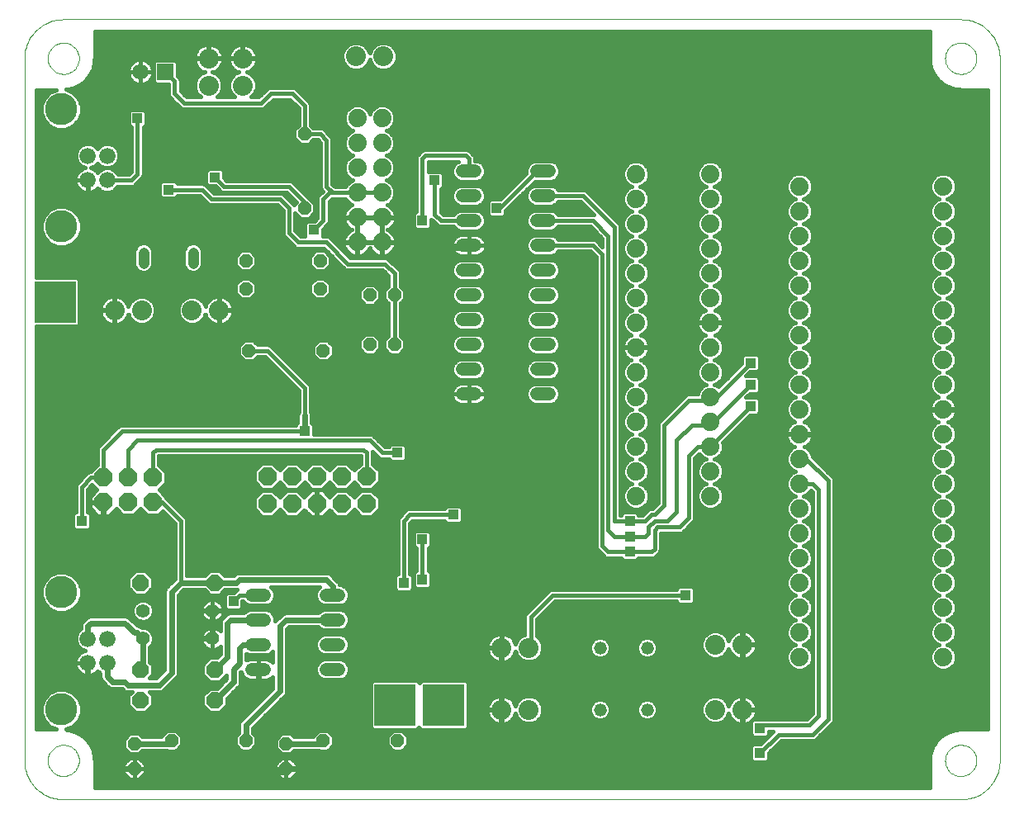
<source format=gbl>
G75*
G70*
%OFA0B0*%
%FSLAX24Y24*%
%IPPOS*%
%LPD*%
%AMOC8*
5,1,8,0,0,1.08239X$1,22.5*
%
%ADD10C,0.0000*%
%ADD11C,0.0440*%
%ADD12C,0.0800*%
%ADD13C,0.0660*%
%ADD14C,0.1300*%
%ADD15OC8,0.0520*%
%ADD16C,0.0650*%
%ADD17R,0.0650X0.0650*%
%ADD18C,0.0520*%
%ADD19C,0.0554*%
%ADD20OC8,0.0740*%
%ADD21OC8,0.0660*%
%ADD22C,0.0740*%
%ADD23C,0.0520*%
%ADD24C,0.0240*%
%ADD25C,0.0160*%
%ADD26R,0.0396X0.0396*%
%ADD27R,0.1660X0.1660*%
D10*
X006206Y003416D02*
X042426Y003416D01*
X041796Y004990D02*
X041798Y005040D01*
X041804Y005090D01*
X041814Y005139D01*
X041828Y005187D01*
X041845Y005234D01*
X041866Y005279D01*
X041891Y005323D01*
X041919Y005364D01*
X041951Y005403D01*
X041985Y005440D01*
X042022Y005474D01*
X042062Y005504D01*
X042104Y005531D01*
X042148Y005555D01*
X042194Y005576D01*
X042241Y005592D01*
X042289Y005605D01*
X042339Y005614D01*
X042388Y005619D01*
X042439Y005620D01*
X042489Y005617D01*
X042538Y005610D01*
X042587Y005599D01*
X042635Y005584D01*
X042681Y005566D01*
X042726Y005544D01*
X042769Y005518D01*
X042810Y005489D01*
X042849Y005457D01*
X042885Y005422D01*
X042917Y005384D01*
X042947Y005344D01*
X042974Y005301D01*
X042997Y005257D01*
X043016Y005211D01*
X043032Y005163D01*
X043044Y005114D01*
X043052Y005065D01*
X043056Y005015D01*
X043056Y004965D01*
X043052Y004915D01*
X043044Y004866D01*
X043032Y004817D01*
X043016Y004769D01*
X042997Y004723D01*
X042974Y004679D01*
X042947Y004636D01*
X042917Y004596D01*
X042885Y004558D01*
X042849Y004523D01*
X042810Y004491D01*
X042769Y004462D01*
X042726Y004436D01*
X042681Y004414D01*
X042635Y004396D01*
X042587Y004381D01*
X042538Y004370D01*
X042489Y004363D01*
X042439Y004360D01*
X042388Y004361D01*
X042339Y004366D01*
X042289Y004375D01*
X042241Y004388D01*
X042194Y004404D01*
X042148Y004425D01*
X042104Y004449D01*
X042062Y004476D01*
X042022Y004506D01*
X041985Y004540D01*
X041951Y004577D01*
X041919Y004616D01*
X041891Y004657D01*
X041866Y004701D01*
X041845Y004746D01*
X041828Y004793D01*
X041814Y004841D01*
X041804Y004890D01*
X041798Y004940D01*
X041796Y004990D01*
X042426Y003415D02*
X042503Y003417D01*
X042580Y003423D01*
X042657Y003432D01*
X042733Y003445D01*
X042809Y003462D01*
X042883Y003483D01*
X042957Y003507D01*
X043029Y003535D01*
X043099Y003566D01*
X043168Y003601D01*
X043236Y003639D01*
X043301Y003680D01*
X043364Y003725D01*
X043425Y003773D01*
X043484Y003823D01*
X043540Y003876D01*
X043593Y003932D01*
X043643Y003991D01*
X043691Y004052D01*
X043736Y004115D01*
X043777Y004180D01*
X043815Y004248D01*
X043850Y004317D01*
X043881Y004387D01*
X043909Y004459D01*
X043933Y004533D01*
X043954Y004607D01*
X043971Y004683D01*
X043984Y004759D01*
X043993Y004836D01*
X043999Y004913D01*
X044001Y004990D01*
X044001Y033337D01*
X041796Y033337D02*
X041798Y033387D01*
X041804Y033437D01*
X041814Y033486D01*
X041828Y033534D01*
X041845Y033581D01*
X041866Y033626D01*
X041891Y033670D01*
X041919Y033711D01*
X041951Y033750D01*
X041985Y033787D01*
X042022Y033821D01*
X042062Y033851D01*
X042104Y033878D01*
X042148Y033902D01*
X042194Y033923D01*
X042241Y033939D01*
X042289Y033952D01*
X042339Y033961D01*
X042388Y033966D01*
X042439Y033967D01*
X042489Y033964D01*
X042538Y033957D01*
X042587Y033946D01*
X042635Y033931D01*
X042681Y033913D01*
X042726Y033891D01*
X042769Y033865D01*
X042810Y033836D01*
X042849Y033804D01*
X042885Y033769D01*
X042917Y033731D01*
X042947Y033691D01*
X042974Y033648D01*
X042997Y033604D01*
X043016Y033558D01*
X043032Y033510D01*
X043044Y033461D01*
X043052Y033412D01*
X043056Y033362D01*
X043056Y033312D01*
X043052Y033262D01*
X043044Y033213D01*
X043032Y033164D01*
X043016Y033116D01*
X042997Y033070D01*
X042974Y033026D01*
X042947Y032983D01*
X042917Y032943D01*
X042885Y032905D01*
X042849Y032870D01*
X042810Y032838D01*
X042769Y032809D01*
X042726Y032783D01*
X042681Y032761D01*
X042635Y032743D01*
X042587Y032728D01*
X042538Y032717D01*
X042489Y032710D01*
X042439Y032707D01*
X042388Y032708D01*
X042339Y032713D01*
X042289Y032722D01*
X042241Y032735D01*
X042194Y032751D01*
X042148Y032772D01*
X042104Y032796D01*
X042062Y032823D01*
X042022Y032853D01*
X041985Y032887D01*
X041951Y032924D01*
X041919Y032963D01*
X041891Y033004D01*
X041866Y033048D01*
X041845Y033093D01*
X041828Y033140D01*
X041814Y033188D01*
X041804Y033237D01*
X041798Y033287D01*
X041796Y033337D01*
X042426Y034912D02*
X042503Y034910D01*
X042580Y034904D01*
X042657Y034895D01*
X042733Y034882D01*
X042809Y034865D01*
X042883Y034844D01*
X042957Y034820D01*
X043029Y034792D01*
X043099Y034761D01*
X043168Y034726D01*
X043236Y034688D01*
X043301Y034647D01*
X043364Y034602D01*
X043425Y034554D01*
X043484Y034504D01*
X043540Y034451D01*
X043593Y034395D01*
X043643Y034336D01*
X043691Y034275D01*
X043736Y034212D01*
X043777Y034147D01*
X043815Y034079D01*
X043850Y034010D01*
X043881Y033940D01*
X043909Y033868D01*
X043933Y033794D01*
X043954Y033720D01*
X043971Y033644D01*
X043984Y033568D01*
X043993Y033491D01*
X043999Y033414D01*
X044001Y033337D01*
X042426Y034912D02*
X006206Y034912D01*
X005576Y033337D02*
X005578Y033387D01*
X005584Y033437D01*
X005594Y033486D01*
X005608Y033534D01*
X005625Y033581D01*
X005646Y033626D01*
X005671Y033670D01*
X005699Y033711D01*
X005731Y033750D01*
X005765Y033787D01*
X005802Y033821D01*
X005842Y033851D01*
X005884Y033878D01*
X005928Y033902D01*
X005974Y033923D01*
X006021Y033939D01*
X006069Y033952D01*
X006119Y033961D01*
X006168Y033966D01*
X006219Y033967D01*
X006269Y033964D01*
X006318Y033957D01*
X006367Y033946D01*
X006415Y033931D01*
X006461Y033913D01*
X006506Y033891D01*
X006549Y033865D01*
X006590Y033836D01*
X006629Y033804D01*
X006665Y033769D01*
X006697Y033731D01*
X006727Y033691D01*
X006754Y033648D01*
X006777Y033604D01*
X006796Y033558D01*
X006812Y033510D01*
X006824Y033461D01*
X006832Y033412D01*
X006836Y033362D01*
X006836Y033312D01*
X006832Y033262D01*
X006824Y033213D01*
X006812Y033164D01*
X006796Y033116D01*
X006777Y033070D01*
X006754Y033026D01*
X006727Y032983D01*
X006697Y032943D01*
X006665Y032905D01*
X006629Y032870D01*
X006590Y032838D01*
X006549Y032809D01*
X006506Y032783D01*
X006461Y032761D01*
X006415Y032743D01*
X006367Y032728D01*
X006318Y032717D01*
X006269Y032710D01*
X006219Y032707D01*
X006168Y032708D01*
X006119Y032713D01*
X006069Y032722D01*
X006021Y032735D01*
X005974Y032751D01*
X005928Y032772D01*
X005884Y032796D01*
X005842Y032823D01*
X005802Y032853D01*
X005765Y032887D01*
X005731Y032924D01*
X005699Y032963D01*
X005671Y033004D01*
X005646Y033048D01*
X005625Y033093D01*
X005608Y033140D01*
X005594Y033188D01*
X005584Y033237D01*
X005578Y033287D01*
X005576Y033337D01*
X004631Y033337D02*
X004633Y033414D01*
X004639Y033491D01*
X004648Y033568D01*
X004661Y033644D01*
X004678Y033720D01*
X004699Y033794D01*
X004723Y033868D01*
X004751Y033940D01*
X004782Y034010D01*
X004817Y034079D01*
X004855Y034147D01*
X004896Y034212D01*
X004941Y034275D01*
X004989Y034336D01*
X005039Y034395D01*
X005092Y034451D01*
X005148Y034504D01*
X005207Y034554D01*
X005268Y034602D01*
X005331Y034647D01*
X005396Y034688D01*
X005464Y034726D01*
X005533Y034761D01*
X005603Y034792D01*
X005675Y034820D01*
X005749Y034844D01*
X005823Y034865D01*
X005899Y034882D01*
X005975Y034895D01*
X006052Y034904D01*
X006129Y034910D01*
X006206Y034912D01*
X004631Y033337D02*
X004631Y004990D01*
X005576Y004990D02*
X005578Y005040D01*
X005584Y005090D01*
X005594Y005139D01*
X005608Y005187D01*
X005625Y005234D01*
X005646Y005279D01*
X005671Y005323D01*
X005699Y005364D01*
X005731Y005403D01*
X005765Y005440D01*
X005802Y005474D01*
X005842Y005504D01*
X005884Y005531D01*
X005928Y005555D01*
X005974Y005576D01*
X006021Y005592D01*
X006069Y005605D01*
X006119Y005614D01*
X006168Y005619D01*
X006219Y005620D01*
X006269Y005617D01*
X006318Y005610D01*
X006367Y005599D01*
X006415Y005584D01*
X006461Y005566D01*
X006506Y005544D01*
X006549Y005518D01*
X006590Y005489D01*
X006629Y005457D01*
X006665Y005422D01*
X006697Y005384D01*
X006727Y005344D01*
X006754Y005301D01*
X006777Y005257D01*
X006796Y005211D01*
X006812Y005163D01*
X006824Y005114D01*
X006832Y005065D01*
X006836Y005015D01*
X006836Y004965D01*
X006832Y004915D01*
X006824Y004866D01*
X006812Y004817D01*
X006796Y004769D01*
X006777Y004723D01*
X006754Y004679D01*
X006727Y004636D01*
X006697Y004596D01*
X006665Y004558D01*
X006629Y004523D01*
X006590Y004491D01*
X006549Y004462D01*
X006506Y004436D01*
X006461Y004414D01*
X006415Y004396D01*
X006367Y004381D01*
X006318Y004370D01*
X006269Y004363D01*
X006219Y004360D01*
X006168Y004361D01*
X006119Y004366D01*
X006069Y004375D01*
X006021Y004388D01*
X005974Y004404D01*
X005928Y004425D01*
X005884Y004449D01*
X005842Y004476D01*
X005802Y004506D01*
X005765Y004540D01*
X005731Y004577D01*
X005699Y004616D01*
X005671Y004657D01*
X005646Y004701D01*
X005625Y004746D01*
X005608Y004793D01*
X005594Y004841D01*
X005584Y004890D01*
X005578Y004940D01*
X005576Y004990D01*
X004631Y004990D02*
X004633Y004913D01*
X004639Y004836D01*
X004648Y004759D01*
X004661Y004683D01*
X004678Y004607D01*
X004699Y004533D01*
X004723Y004459D01*
X004751Y004387D01*
X004782Y004317D01*
X004817Y004248D01*
X004855Y004180D01*
X004896Y004115D01*
X004941Y004052D01*
X004989Y003991D01*
X005039Y003932D01*
X005092Y003876D01*
X005148Y003823D01*
X005207Y003773D01*
X005268Y003725D01*
X005331Y003680D01*
X005396Y003639D01*
X005464Y003601D01*
X005533Y003566D01*
X005603Y003535D01*
X005675Y003507D01*
X005749Y003483D01*
X005823Y003462D01*
X005899Y003445D01*
X005975Y003432D01*
X006052Y003423D01*
X006129Y003417D01*
X006206Y003415D01*
D11*
X009441Y025069D02*
X009441Y025509D01*
X011441Y025509D02*
X011441Y025069D01*
D12*
X011391Y023164D03*
X012491Y023164D03*
X009366Y023164D03*
X008266Y023164D03*
X012066Y032239D03*
X012066Y033339D03*
X013441Y033339D03*
X013441Y032239D03*
X018016Y033414D03*
X019116Y033414D03*
X023891Y009539D03*
X024991Y009539D03*
X024991Y007039D03*
X023891Y007039D03*
X032516Y007039D03*
X033616Y007039D03*
X033616Y009664D03*
X032516Y009664D03*
D13*
X007971Y009906D03*
X007191Y009906D03*
X007191Y008922D03*
X007971Y008922D03*
X007971Y028422D03*
X007191Y028422D03*
X007191Y029406D03*
X007971Y029406D03*
D14*
X006121Y031284D03*
X006121Y026544D03*
X006121Y011784D03*
X006121Y007044D03*
D15*
X009066Y005664D03*
X009066Y004664D03*
X010566Y005789D03*
X013566Y005789D03*
X015191Y005664D03*
X015191Y004664D03*
X016691Y005789D03*
X019691Y005789D03*
X016691Y021539D03*
X018566Y021789D03*
X019566Y021789D03*
X019566Y023789D03*
X018566Y023789D03*
X016566Y024039D03*
X016566Y025164D03*
X015941Y027289D03*
X013566Y025164D03*
X013566Y024039D03*
X013691Y021539D03*
X015941Y030289D03*
D16*
X009316Y032789D03*
D17*
X010316Y032789D03*
D18*
X022306Y028789D02*
X022826Y028789D01*
X022826Y027789D02*
X022306Y027789D01*
X022306Y026789D02*
X022826Y026789D01*
X022826Y025789D02*
X022306Y025789D01*
X022306Y024789D02*
X022826Y024789D01*
X022826Y023789D02*
X022306Y023789D01*
X022306Y022789D02*
X022826Y022789D01*
X022826Y021789D02*
X022306Y021789D01*
X022306Y020789D02*
X022826Y020789D01*
X022826Y019789D02*
X022306Y019789D01*
X025306Y019789D02*
X025826Y019789D01*
X025826Y020789D02*
X025306Y020789D01*
X025306Y021789D02*
X025826Y021789D01*
X025826Y022789D02*
X025306Y022789D01*
X025306Y023789D02*
X025826Y023789D01*
X025826Y024789D02*
X025306Y024789D01*
X025306Y025789D02*
X025826Y025789D01*
X025826Y026789D02*
X025306Y026789D01*
X025306Y027789D02*
X025826Y027789D01*
X025826Y028789D02*
X025306Y028789D01*
X017326Y011664D02*
X016806Y011664D01*
X016806Y010664D02*
X017326Y010664D01*
X017326Y009664D02*
X016806Y009664D01*
X016806Y008664D02*
X017326Y008664D01*
X014326Y008664D02*
X013806Y008664D01*
X013806Y009664D02*
X014326Y009664D01*
X014326Y010664D02*
X013806Y010664D01*
X013806Y011664D02*
X014326Y011664D01*
D19*
X012216Y011039D03*
X012216Y009914D03*
X009416Y009914D03*
X009416Y011039D03*
D20*
X009816Y015414D03*
X008816Y015414D03*
X007816Y015414D03*
X007816Y016414D03*
X008816Y016414D03*
X009816Y016414D03*
X014441Y016464D03*
X015441Y016464D03*
X016441Y016464D03*
X017441Y016464D03*
X018441Y016464D03*
X018441Y015364D03*
X017441Y015364D03*
X016441Y015364D03*
X015441Y015364D03*
X014441Y015364D03*
D21*
X012316Y012164D03*
X009316Y012164D03*
X009316Y008664D03*
X009316Y007414D03*
X012316Y007414D03*
X012316Y008664D03*
D22*
X029316Y015664D03*
X029316Y016664D03*
X029316Y017664D03*
X029316Y018664D03*
X029316Y019664D03*
X029316Y020664D03*
X029316Y021664D03*
X029316Y022664D03*
X029316Y023664D03*
X029316Y024664D03*
X029316Y025664D03*
X029316Y026664D03*
X029316Y027664D03*
X029316Y028664D03*
X032316Y028664D03*
X032316Y027664D03*
X032316Y026664D03*
X032316Y025664D03*
X032316Y024664D03*
X032316Y023664D03*
X032316Y022664D03*
X032316Y021664D03*
X032316Y020664D03*
X032316Y019664D03*
X032316Y018664D03*
X032316Y017664D03*
X032316Y016664D03*
X032316Y015664D03*
X035916Y016164D03*
X035916Y015164D03*
X035916Y014164D03*
X035916Y013164D03*
X035916Y012164D03*
X035916Y011164D03*
X035916Y010164D03*
X035916Y009164D03*
X041716Y009164D03*
X041716Y010164D03*
X041716Y011164D03*
X041716Y012164D03*
X041716Y013164D03*
X041716Y014164D03*
X041716Y015164D03*
X041716Y016164D03*
X041716Y017164D03*
X041716Y018164D03*
X041716Y019164D03*
X041716Y020164D03*
X041716Y021164D03*
X041716Y022164D03*
X041716Y023164D03*
X041716Y024164D03*
X041716Y025164D03*
X041716Y026164D03*
X041716Y027164D03*
X041716Y028164D03*
X035916Y028164D03*
X035916Y027164D03*
X035916Y026164D03*
X035916Y025164D03*
X035916Y024164D03*
X035916Y023164D03*
X035916Y022164D03*
X035916Y021164D03*
X035916Y020164D03*
X035916Y019164D03*
X035916Y018164D03*
X035916Y017164D03*
X019066Y025914D03*
X018066Y025914D03*
X018066Y026914D03*
X018066Y027914D03*
X019066Y027914D03*
X019066Y026914D03*
X019066Y028914D03*
X018066Y028914D03*
X018066Y029914D03*
X018066Y030914D03*
X019066Y030914D03*
X019066Y029914D03*
D23*
X027866Y009539D03*
X029766Y009539D03*
X029766Y007039D03*
X027866Y007039D03*
D24*
X023891Y007039D02*
X023891Y004739D01*
X023816Y004664D01*
X033691Y004664D01*
X033616Y004739D01*
X033616Y007039D01*
X033616Y009664D01*
X033691Y004664D02*
X039691Y004664D01*
X040691Y005664D01*
X040691Y018289D01*
X040566Y018164D01*
X035916Y018164D01*
X040691Y018289D02*
X040691Y018789D01*
X041066Y019164D01*
X041716Y019164D01*
X023891Y009539D02*
X023891Y007039D01*
X023816Y004664D02*
X015191Y004664D01*
X015066Y004539D01*
X013066Y004539D01*
X012691Y004914D01*
X012691Y006539D01*
X014066Y007914D01*
X014066Y008664D01*
X013316Y008914D02*
X013066Y008664D01*
X013066Y008164D01*
X012316Y007414D01*
X012316Y008664D02*
X012816Y009164D01*
X012816Y010539D01*
X012941Y010664D01*
X014066Y010664D01*
X014941Y010414D02*
X014941Y007789D01*
X013566Y006414D01*
X013566Y005789D01*
X015191Y005664D02*
X016566Y005664D01*
X016691Y005789D01*
X013316Y008914D02*
X013316Y009539D01*
X013441Y009664D01*
X014066Y009664D01*
X014941Y010414D02*
X015191Y010664D01*
X017066Y010664D01*
X017066Y011664D02*
X017066Y012039D01*
X016816Y012289D01*
X013316Y012289D01*
X013191Y012164D01*
X012316Y012164D01*
X010941Y012164D01*
X010566Y011789D01*
X010566Y008539D01*
X010066Y008039D01*
X008816Y008039D01*
X008691Y008164D01*
X008191Y008164D01*
X007971Y008384D01*
X007971Y008922D01*
X007191Y008922D02*
X007191Y008414D01*
X007941Y007664D01*
X007941Y007289D01*
X008566Y006664D01*
X008566Y006164D01*
X008441Y006039D01*
X008441Y004789D01*
X008566Y004664D01*
X009066Y004664D01*
X009066Y005664D02*
X010441Y005664D01*
X010566Y005789D01*
X010316Y006664D02*
X010566Y006914D01*
X010566Y007664D01*
X011316Y008414D01*
X011316Y009789D01*
X011441Y009914D01*
X012216Y009914D01*
X012216Y011039D01*
X009416Y009914D02*
X009416Y008764D01*
X009316Y008664D01*
X009416Y009914D02*
X009166Y010164D01*
X009066Y010164D01*
X008691Y010539D01*
X007316Y010539D01*
X007191Y010414D01*
X007191Y009906D01*
X008566Y006664D02*
X010316Y006664D01*
X015941Y018289D02*
X015941Y018914D01*
D25*
X015941Y020039D01*
X014441Y021539D01*
X013691Y021539D01*
X013980Y021234D02*
X014406Y021234D01*
X014341Y021299D02*
X015701Y019939D01*
X015701Y019066D01*
X015661Y018969D01*
X015661Y018631D01*
X015583Y018553D01*
X015583Y018529D01*
X008518Y018529D01*
X008430Y018492D01*
X008362Y018425D01*
X007612Y017675D01*
X007576Y017586D01*
X007576Y016923D01*
X007306Y016654D01*
X007268Y016654D01*
X007180Y016617D01*
X007112Y016550D01*
X006737Y016175D01*
X006701Y016086D01*
X006701Y015022D01*
X006676Y015022D01*
X006583Y014928D01*
X006583Y014399D01*
X006676Y014306D01*
X007205Y014306D01*
X007299Y014399D01*
X007299Y014928D01*
X007205Y015022D01*
X007181Y015022D01*
X007181Y015939D01*
X007361Y016119D01*
X007552Y015928D01*
X007266Y015641D01*
X007266Y015434D01*
X007796Y015434D01*
X007796Y015394D01*
X007266Y015394D01*
X007266Y015186D01*
X007588Y014864D01*
X007796Y014864D01*
X007796Y015394D01*
X007836Y015394D01*
X007836Y014864D01*
X008044Y014864D01*
X008330Y015150D01*
X008596Y014884D01*
X009035Y014884D01*
X009316Y015164D01*
X009596Y014884D01*
X010035Y014884D01*
X010208Y015057D01*
X010701Y014564D01*
X010701Y012320D01*
X010328Y011947D01*
X010286Y011844D01*
X010286Y008655D01*
X009950Y008319D01*
X009664Y008319D01*
X009806Y008461D01*
X009806Y008867D01*
X009696Y008977D01*
X009696Y009575D01*
X009786Y009666D01*
X009853Y009827D01*
X009853Y010001D01*
X009786Y010161D01*
X009663Y010284D01*
X009503Y010351D01*
X009375Y010351D01*
X009324Y010401D01*
X009221Y010444D01*
X009182Y010444D01*
X008849Y010776D01*
X008746Y010819D01*
X007260Y010819D01*
X007157Y010776D01*
X007078Y010697D01*
X006953Y010572D01*
X006911Y010469D01*
X006911Y010319D01*
X006775Y010183D01*
X006701Y010003D01*
X006701Y009808D01*
X006775Y009628D01*
X006913Y009490D01*
X007082Y009421D01*
X007071Y009419D01*
X006995Y009394D01*
X006923Y009358D01*
X006859Y009311D01*
X006802Y009254D01*
X006755Y009189D01*
X006718Y009117D01*
X006693Y009041D01*
X006681Y008962D01*
X006681Y008932D01*
X007181Y008932D01*
X007181Y008912D01*
X006681Y008912D01*
X006681Y008881D01*
X006693Y008802D01*
X006718Y008726D01*
X006755Y008654D01*
X006802Y008589D01*
X006859Y008533D01*
X006923Y008485D01*
X006995Y008449D01*
X007071Y008424D01*
X007151Y008412D01*
X007181Y008412D01*
X007181Y008912D01*
X007201Y008912D01*
X007201Y008412D01*
X007231Y008412D01*
X007310Y008424D01*
X007387Y008449D01*
X007458Y008485D01*
X007523Y008533D01*
X007580Y008589D01*
X007592Y008607D01*
X007691Y008509D01*
X007691Y008328D01*
X007733Y008225D01*
X007953Y008005D01*
X008032Y007926D01*
X008135Y007884D01*
X008575Y007884D01*
X008578Y007880D01*
X008657Y007801D01*
X008760Y007759D01*
X008968Y007759D01*
X008826Y007617D01*
X008826Y007211D01*
X009113Y006924D01*
X009519Y006924D01*
X009806Y007211D01*
X009806Y007617D01*
X009664Y007759D01*
X010121Y007759D01*
X010224Y007801D01*
X010724Y008301D01*
X010803Y008380D01*
X010846Y008483D01*
X010846Y011673D01*
X011057Y011884D01*
X011903Y011884D01*
X012113Y011674D01*
X012519Y011674D01*
X012729Y011884D01*
X013220Y011884D01*
X013180Y011867D01*
X013084Y011772D01*
X012801Y011772D01*
X012708Y011678D01*
X012708Y011149D01*
X012801Y011056D01*
X013330Y011056D01*
X013424Y011149D01*
X013424Y011424D01*
X013452Y011424D01*
X013568Y011308D01*
X013722Y011244D01*
X014409Y011244D01*
X014564Y011308D01*
X014682Y011426D01*
X014746Y011580D01*
X014746Y011747D01*
X014682Y011902D01*
X014575Y012009D01*
X016557Y012009D01*
X016450Y011902D01*
X016386Y011747D01*
X016386Y011580D01*
X016450Y011426D01*
X016568Y011308D01*
X016722Y011244D01*
X017409Y011244D01*
X017564Y011308D01*
X017682Y011426D01*
X017746Y011580D01*
X017746Y011747D01*
X017682Y011902D01*
X017564Y012020D01*
X017409Y012084D01*
X017346Y012084D01*
X017346Y012094D01*
X017303Y012197D01*
X017224Y012276D01*
X016974Y012526D01*
X016871Y012569D01*
X013260Y012569D01*
X013157Y012526D01*
X013078Y012447D01*
X013075Y012444D01*
X012729Y012444D01*
X012519Y012654D01*
X012113Y012654D01*
X011903Y012444D01*
X011181Y012444D01*
X011181Y014711D01*
X011144Y014800D01*
X010394Y015550D01*
X010346Y015598D01*
X010346Y015633D01*
X010065Y015914D01*
X010346Y016194D01*
X010346Y016633D01*
X010056Y016923D01*
X010056Y017299D01*
X018201Y017299D01*
X018201Y016973D01*
X017941Y016713D01*
X017660Y016994D01*
X017221Y016994D01*
X016941Y016713D01*
X016660Y016994D01*
X016221Y016994D01*
X015941Y016713D01*
X015660Y016994D01*
X015221Y016994D01*
X014941Y016713D01*
X014660Y016994D01*
X014221Y016994D01*
X013911Y016683D01*
X013911Y016244D01*
X014221Y015934D01*
X014660Y015934D01*
X014941Y016214D01*
X015221Y015934D01*
X015660Y015934D01*
X015941Y016214D01*
X016221Y015934D01*
X016660Y015934D01*
X016941Y016214D01*
X017221Y015934D01*
X017660Y015934D01*
X017941Y016214D01*
X018221Y015934D01*
X018660Y015934D01*
X018971Y016244D01*
X018971Y016683D01*
X018681Y016973D01*
X018681Y017459D01*
X018862Y017278D01*
X018930Y017210D01*
X019018Y017174D01*
X019333Y017174D01*
X019333Y017149D01*
X019426Y017056D01*
X019955Y017056D01*
X020049Y017149D01*
X020049Y017678D01*
X019955Y017772D01*
X019426Y017772D01*
X019333Y017678D01*
X019333Y017654D01*
X019165Y017654D01*
X018702Y018117D01*
X018613Y018154D01*
X016299Y018154D01*
X016299Y018553D01*
X016221Y018631D01*
X016221Y018969D01*
X016181Y019066D01*
X016181Y020086D01*
X016144Y020175D01*
X014644Y021675D01*
X014577Y021742D01*
X014488Y021779D01*
X014045Y021779D01*
X013865Y021959D01*
X013517Y021959D01*
X013271Y021713D01*
X013271Y021365D01*
X013517Y021119D01*
X013865Y021119D01*
X014045Y021299D01*
X014341Y021299D01*
X014564Y021076D02*
X005111Y021076D01*
X005111Y021234D02*
X013401Y021234D01*
X013271Y021393D02*
X005111Y021393D01*
X005111Y021551D02*
X013271Y021551D01*
X013271Y021710D02*
X005111Y021710D01*
X005111Y021868D02*
X013426Y021868D01*
X013955Y021868D02*
X016426Y021868D01*
X016517Y021959D02*
X016271Y021713D01*
X016271Y021365D01*
X016517Y021119D01*
X016865Y021119D01*
X017111Y021365D01*
X017111Y021713D01*
X016865Y021959D01*
X016517Y021959D01*
X016271Y021710D02*
X014609Y021710D01*
X014768Y021551D02*
X016271Y021551D01*
X016271Y021393D02*
X014926Y021393D01*
X015085Y021234D02*
X016401Y021234D01*
X016980Y021234D02*
X027701Y021234D01*
X027701Y021076D02*
X026133Y021076D01*
X026182Y021027D02*
X026064Y021145D01*
X025909Y021209D01*
X025222Y021209D01*
X025068Y021145D01*
X024950Y021027D01*
X024886Y020872D01*
X024886Y020705D01*
X024950Y020551D01*
X025068Y020433D01*
X025222Y020369D01*
X025909Y020369D01*
X026064Y020433D01*
X026182Y020551D01*
X026246Y020705D01*
X026246Y020872D01*
X026182Y021027D01*
X026227Y020917D02*
X027701Y020917D01*
X027701Y020759D02*
X026246Y020759D01*
X026202Y020600D02*
X027701Y020600D01*
X027701Y020442D02*
X026073Y020442D01*
X025909Y020209D02*
X026064Y020145D01*
X026182Y020027D01*
X026246Y019872D01*
X026246Y019705D01*
X026182Y019551D01*
X026064Y019433D01*
X025909Y019369D01*
X025222Y019369D01*
X025068Y019433D01*
X024950Y019551D01*
X024886Y019705D01*
X024886Y019872D01*
X024950Y020027D01*
X025068Y020145D01*
X025222Y020209D01*
X025909Y020209D01*
X026084Y020125D02*
X027701Y020125D01*
X027701Y020283D02*
X016036Y020283D01*
X016165Y020125D02*
X022020Y020125D01*
X022019Y020124D02*
X021970Y020075D01*
X021929Y020019D01*
X021898Y019958D01*
X021877Y019892D01*
X021866Y019823D01*
X021866Y019789D01*
X022566Y019789D01*
X022566Y019789D01*
X022566Y020229D01*
X022860Y020229D01*
X022929Y020218D01*
X022995Y020196D01*
X023056Y020165D01*
X023112Y020124D01*
X023161Y020075D01*
X023202Y020019D01*
X023234Y019958D01*
X023255Y019892D01*
X023266Y019823D01*
X023266Y019789D01*
X022566Y019789D01*
X022566Y019789D01*
X022566Y020229D01*
X022271Y020229D01*
X022203Y020218D01*
X022137Y020196D01*
X022075Y020165D01*
X022019Y020124D01*
X021902Y019966D02*
X016181Y019966D01*
X016181Y019808D02*
X021866Y019808D01*
X021866Y019789D02*
X021866Y019754D01*
X021877Y019686D01*
X021898Y019620D01*
X021929Y019558D01*
X021970Y019502D01*
X022019Y019453D01*
X022075Y019412D01*
X022137Y019381D01*
X022203Y019359D01*
X022271Y019349D01*
X022566Y019349D01*
X022860Y019349D01*
X022929Y019359D01*
X022995Y019381D01*
X023056Y019412D01*
X023112Y019453D01*
X023161Y019502D01*
X023202Y019558D01*
X023234Y019620D01*
X023255Y019686D01*
X023266Y019754D01*
X023266Y019789D01*
X022566Y019789D01*
X021816Y019789D01*
X021441Y020164D01*
X021441Y025414D01*
X021691Y025664D01*
X022441Y025664D01*
X022566Y025789D01*
X022566Y025789D01*
X022566Y026229D01*
X022860Y026229D01*
X022929Y026218D01*
X022995Y026196D01*
X023056Y026165D01*
X023112Y026124D01*
X023161Y026075D01*
X023202Y026019D01*
X023234Y025958D01*
X023255Y025892D01*
X023266Y025823D01*
X023266Y025789D01*
X022566Y025789D01*
X022566Y025789D01*
X022566Y026229D01*
X022271Y026229D01*
X022203Y026218D01*
X022137Y026196D01*
X022075Y026165D01*
X022019Y026124D01*
X021970Y026075D01*
X021929Y026019D01*
X021898Y025958D01*
X021877Y025892D01*
X021866Y025823D01*
X021866Y025789D01*
X022566Y025789D01*
X023266Y025789D01*
X023266Y025754D01*
X023255Y025686D01*
X023234Y025620D01*
X023202Y025558D01*
X023161Y025502D01*
X023112Y025453D01*
X023056Y025412D01*
X022995Y025381D01*
X022929Y025359D01*
X022860Y025349D01*
X022566Y025349D01*
X022566Y025789D01*
X022566Y025789D01*
X022566Y025789D01*
X021866Y025789D01*
X021866Y025754D01*
X021877Y025686D01*
X021898Y025620D01*
X021929Y025558D01*
X021970Y025502D01*
X022019Y025453D01*
X022075Y025412D01*
X022137Y025381D01*
X022203Y025359D01*
X022271Y025349D01*
X022566Y025349D01*
X022566Y025789D01*
X022566Y025831D02*
X022566Y025831D01*
X022566Y025989D02*
X022566Y025989D01*
X022566Y026148D02*
X022566Y026148D01*
X022909Y026369D02*
X023064Y026433D01*
X023182Y026551D01*
X023246Y026705D01*
X023246Y026872D01*
X023182Y027027D01*
X023064Y027145D01*
X022909Y027209D01*
X022222Y027209D01*
X022068Y027145D01*
X021952Y027029D01*
X021540Y027029D01*
X021431Y027138D01*
X021431Y028056D01*
X021455Y028056D01*
X021549Y028149D01*
X021549Y028678D01*
X021455Y028772D01*
X020931Y028772D01*
X020931Y029174D01*
X022138Y029174D01*
X022068Y029145D01*
X021950Y029027D01*
X021886Y028872D01*
X021886Y028705D01*
X021950Y028551D01*
X022068Y028433D01*
X022222Y028369D01*
X022909Y028369D01*
X023064Y028433D01*
X023182Y028551D01*
X023246Y028705D01*
X023246Y028872D01*
X023182Y029027D01*
X023064Y029145D01*
X022909Y029209D01*
X022806Y029209D01*
X022806Y029336D01*
X022769Y029425D01*
X022644Y029550D01*
X022577Y029617D01*
X022488Y029654D01*
X020768Y029654D01*
X020680Y029617D01*
X020555Y029492D01*
X020487Y029425D01*
X020451Y029336D01*
X020451Y027147D01*
X020426Y027147D01*
X020333Y027053D01*
X020333Y026524D01*
X020426Y026431D01*
X020955Y026431D01*
X021049Y026524D01*
X021049Y026841D01*
X021237Y026653D01*
X021305Y026585D01*
X021393Y026549D01*
X021952Y026549D01*
X022068Y026433D01*
X022222Y026369D01*
X022909Y026369D01*
X023096Y026465D02*
X025036Y026465D01*
X025068Y026433D02*
X025222Y026369D01*
X025909Y026369D01*
X026064Y026433D01*
X026180Y026549D01*
X027466Y026549D01*
X027951Y026064D01*
X027951Y025743D01*
X027702Y025992D01*
X027613Y026029D01*
X026180Y026029D01*
X026064Y026145D01*
X025909Y026209D01*
X025222Y026209D01*
X025068Y026145D01*
X024950Y026027D01*
X024886Y025872D01*
X024886Y025705D01*
X024950Y025551D01*
X025068Y025433D01*
X025222Y025369D01*
X025909Y025369D01*
X026064Y025433D01*
X026180Y025549D01*
X027466Y025549D01*
X027701Y025314D01*
X027701Y013616D01*
X027737Y013528D01*
X027805Y013460D01*
X027987Y013278D01*
X027987Y013278D01*
X028055Y013210D01*
X028143Y013174D01*
X028708Y013174D01*
X028708Y013149D01*
X028801Y013056D01*
X029330Y013056D01*
X029424Y013149D01*
X029424Y013174D01*
X029988Y013174D01*
X030077Y013210D01*
X030202Y013335D01*
X030269Y013403D01*
X030306Y013491D01*
X030306Y014174D01*
X031113Y014174D01*
X031202Y014210D01*
X031577Y014585D01*
X031644Y014653D01*
X031681Y014741D01*
X031681Y017189D01*
X031863Y017372D01*
X031866Y017363D01*
X032016Y017214D01*
X032138Y017164D01*
X032016Y017113D01*
X031681Y017113D01*
X031681Y016955D02*
X031863Y016955D01*
X031866Y016964D02*
X031786Y016769D01*
X031786Y016558D01*
X031866Y016363D01*
X032016Y016214D01*
X032138Y016164D01*
X032016Y016113D01*
X031866Y015964D01*
X031786Y015769D01*
X031786Y015558D01*
X031866Y015363D01*
X032016Y015214D01*
X032210Y015134D01*
X032421Y015134D01*
X032616Y015214D01*
X032765Y015363D01*
X032846Y015558D01*
X032846Y015769D01*
X032765Y015964D01*
X032616Y016113D01*
X032494Y016164D01*
X032616Y016214D01*
X032765Y016363D01*
X032846Y016558D01*
X032846Y016769D01*
X032765Y016964D01*
X032616Y017113D01*
X032494Y017164D01*
X032616Y017214D01*
X032765Y017363D01*
X032846Y017558D01*
X032846Y017769D01*
X032821Y017829D01*
X033922Y018931D01*
X034205Y018931D01*
X034299Y019024D01*
X034299Y019553D01*
X034205Y019647D01*
X033763Y019647D01*
X033922Y019806D01*
X034205Y019806D01*
X034299Y019899D01*
X034299Y020428D01*
X034205Y020522D01*
X033763Y020522D01*
X033922Y020681D01*
X034205Y020681D01*
X034299Y020774D01*
X034299Y021303D01*
X034205Y021397D01*
X033676Y021397D01*
X033583Y021303D01*
X033583Y021020D01*
X032646Y020083D01*
X032616Y020113D01*
X032494Y020164D01*
X032616Y020214D01*
X032765Y020363D01*
X032846Y020558D01*
X032846Y020769D01*
X032765Y020964D01*
X032616Y021113D01*
X032494Y021164D01*
X032616Y021214D01*
X032765Y021363D01*
X032846Y021558D01*
X032846Y021769D01*
X032765Y021964D01*
X032616Y022113D01*
X032521Y022152D01*
X032527Y022154D01*
X032604Y022193D01*
X032674Y022244D01*
X032735Y022305D01*
X032786Y022375D01*
X032825Y022453D01*
X032852Y022535D01*
X032866Y022620D01*
X032866Y022644D01*
X032336Y022644D01*
X032336Y022684D01*
X032866Y022684D01*
X032866Y022707D01*
X032852Y022792D01*
X032825Y022875D01*
X032786Y022952D01*
X032735Y023022D01*
X032674Y023083D01*
X032604Y023134D01*
X032527Y023173D01*
X032521Y023175D01*
X032616Y023214D01*
X032765Y023363D01*
X032846Y023558D01*
X032846Y023769D01*
X032765Y023964D01*
X032616Y024113D01*
X032494Y024164D01*
X032616Y024214D01*
X032765Y024363D01*
X032846Y024558D01*
X032846Y024769D01*
X032765Y024964D01*
X032616Y025113D01*
X032494Y025164D01*
X032616Y025214D01*
X032765Y025363D01*
X032846Y025558D01*
X032846Y025769D01*
X032765Y025964D01*
X032616Y026113D01*
X032494Y026164D01*
X032616Y026214D01*
X032765Y026363D01*
X032846Y026558D01*
X032846Y026769D01*
X032765Y026964D01*
X032616Y027113D01*
X032494Y027164D01*
X032616Y027214D01*
X032765Y027363D01*
X032846Y027558D01*
X032846Y027769D01*
X032765Y027964D01*
X032616Y028113D01*
X032494Y028164D01*
X032616Y028214D01*
X032765Y028363D01*
X032846Y028558D01*
X032846Y028769D01*
X032765Y028964D01*
X032616Y029113D01*
X032421Y029194D01*
X032210Y029194D01*
X032016Y029113D01*
X031866Y028964D01*
X031786Y028769D01*
X031786Y028558D01*
X031866Y028363D01*
X032016Y028214D01*
X032138Y028164D01*
X032016Y028113D01*
X031866Y027964D01*
X031786Y027769D01*
X031786Y027558D01*
X031866Y027363D01*
X032016Y027214D01*
X032138Y027164D01*
X032016Y027113D01*
X031866Y026964D01*
X031786Y026769D01*
X031786Y026558D01*
X031866Y026363D01*
X032016Y026214D01*
X032138Y026164D01*
X032016Y026113D01*
X031866Y025964D01*
X031786Y025769D01*
X031786Y025558D01*
X031866Y025363D01*
X032016Y025214D01*
X032138Y025164D01*
X032016Y025113D01*
X031866Y024964D01*
X031786Y024769D01*
X031786Y024558D01*
X031866Y024363D01*
X032016Y024214D01*
X032138Y024164D01*
X032016Y024113D01*
X031866Y023964D01*
X031786Y023769D01*
X031786Y023558D01*
X031866Y023363D01*
X032016Y023214D01*
X032110Y023175D01*
X032105Y023173D01*
X032027Y023134D01*
X031957Y023083D01*
X031896Y023022D01*
X031845Y022952D01*
X031806Y022875D01*
X031779Y022792D01*
X031766Y022707D01*
X031766Y022684D01*
X032296Y022684D01*
X032296Y022644D01*
X031766Y022644D01*
X031766Y022620D01*
X031779Y022535D01*
X031806Y022453D01*
X031845Y022375D01*
X031896Y022305D01*
X031957Y022244D01*
X032027Y022193D01*
X032105Y022154D01*
X032110Y022152D01*
X032016Y022113D01*
X031866Y021964D01*
X031786Y021769D01*
X031786Y021558D01*
X031866Y021363D01*
X032016Y021214D01*
X032138Y021164D01*
X032016Y021113D01*
X031866Y020964D01*
X031786Y020769D01*
X031786Y020558D01*
X031866Y020363D01*
X032016Y020214D01*
X032138Y020164D01*
X032016Y020113D01*
X031866Y019964D01*
X031790Y019779D01*
X031393Y019779D01*
X031305Y019742D01*
X031237Y019675D01*
X030237Y018675D01*
X030201Y018586D01*
X030201Y015388D01*
X029966Y015154D01*
X029893Y015154D01*
X029805Y015117D01*
X029591Y014904D01*
X029424Y014904D01*
X029424Y014928D01*
X029330Y015022D01*
X028801Y015022D01*
X028708Y014928D01*
X028708Y014904D01*
X028681Y014904D01*
X028681Y026586D01*
X028644Y026675D01*
X028577Y026742D01*
X028577Y026742D01*
X027394Y027925D01*
X027327Y027992D01*
X027238Y028029D01*
X026180Y028029D01*
X026064Y028145D01*
X025909Y028209D01*
X025222Y028209D01*
X025068Y028145D01*
X024950Y028027D01*
X024886Y027872D01*
X024886Y027705D01*
X024950Y027551D01*
X025068Y027433D01*
X025222Y027369D01*
X025909Y027369D01*
X026064Y027433D01*
X026180Y027549D01*
X027091Y027549D01*
X027611Y027029D01*
X026180Y027029D01*
X026064Y027145D01*
X025909Y027209D01*
X025222Y027209D01*
X025068Y027145D01*
X024950Y027027D01*
X024886Y026872D01*
X024886Y026705D01*
X024950Y026551D01*
X025068Y026433D01*
X024920Y026623D02*
X023212Y026623D01*
X023246Y026782D02*
X024886Y026782D01*
X024914Y026940D02*
X023965Y026940D01*
X023955Y026931D02*
X024049Y027024D01*
X024049Y027182D01*
X025235Y028369D01*
X025909Y028369D01*
X026064Y028433D01*
X026182Y028551D01*
X026246Y028705D01*
X026246Y028872D01*
X026182Y029027D01*
X026064Y029145D01*
X025909Y029209D01*
X025222Y029209D01*
X025068Y029145D01*
X024950Y029027D01*
X024886Y028872D01*
X024886Y028705D01*
X024888Y028700D01*
X023834Y027647D01*
X023426Y027647D01*
X023333Y027553D01*
X023333Y027024D01*
X023426Y026931D01*
X023955Y026931D01*
X024049Y027099D02*
X025022Y027099D01*
X025109Y027416D02*
X024282Y027416D01*
X024441Y027574D02*
X024940Y027574D01*
X024886Y027733D02*
X024599Y027733D01*
X024758Y027891D02*
X024894Y027891D01*
X024916Y028050D02*
X024973Y028050D01*
X025075Y028208D02*
X025221Y028208D01*
X025233Y028367D02*
X028865Y028367D01*
X028866Y028363D02*
X029016Y028214D01*
X029138Y028164D01*
X029016Y028113D01*
X028866Y027964D01*
X028786Y027769D01*
X028786Y027558D01*
X028866Y027363D01*
X029016Y027214D01*
X029138Y027164D01*
X029016Y027113D01*
X028866Y026964D01*
X028786Y026769D01*
X028786Y026558D01*
X028866Y026363D01*
X029016Y026214D01*
X029138Y026164D01*
X029016Y026113D01*
X028866Y025964D01*
X028786Y025769D01*
X028786Y025558D01*
X028866Y025363D01*
X029016Y025214D01*
X029138Y025164D01*
X029016Y025113D01*
X028866Y024964D01*
X028786Y024769D01*
X028786Y024558D01*
X028866Y024363D01*
X029016Y024214D01*
X029138Y024164D01*
X029016Y024113D01*
X028866Y023964D01*
X028786Y023769D01*
X028786Y023558D01*
X028866Y023363D01*
X029016Y023214D01*
X029138Y023164D01*
X029016Y023113D01*
X028866Y022964D01*
X028786Y022769D01*
X028786Y022558D01*
X028866Y022363D01*
X029016Y022214D01*
X029110Y022175D01*
X029105Y022173D01*
X029027Y022134D01*
X028957Y022083D01*
X028896Y022022D01*
X028845Y021952D01*
X028806Y021875D01*
X028779Y021792D01*
X028766Y021707D01*
X028766Y021684D01*
X029296Y021684D01*
X029296Y021644D01*
X028766Y021644D01*
X028766Y021620D01*
X028779Y021535D01*
X028806Y021453D01*
X028845Y021375D01*
X028896Y021305D01*
X028957Y021244D01*
X029027Y021193D01*
X029105Y021154D01*
X029110Y021152D01*
X029016Y021113D01*
X028866Y020964D01*
X028786Y020769D01*
X028786Y020558D01*
X028866Y020363D01*
X029016Y020214D01*
X029138Y020164D01*
X029016Y020113D01*
X028866Y019964D01*
X028786Y019769D01*
X028786Y019558D01*
X028866Y019363D01*
X029016Y019214D01*
X029138Y019164D01*
X029016Y019113D01*
X028866Y018964D01*
X028786Y018769D01*
X028786Y018558D01*
X028866Y018363D01*
X029016Y018214D01*
X029138Y018164D01*
X029016Y018113D01*
X028866Y017964D01*
X028786Y017769D01*
X028786Y017558D01*
X028866Y017363D01*
X029016Y017214D01*
X029138Y017164D01*
X029016Y017113D01*
X028681Y017113D01*
X028681Y016955D02*
X028863Y016955D01*
X028866Y016964D02*
X028786Y016769D01*
X028786Y016558D01*
X028866Y016363D01*
X029016Y016214D01*
X029138Y016164D01*
X029016Y016113D01*
X028866Y015964D01*
X028786Y015769D01*
X028786Y015558D01*
X028866Y015363D01*
X029016Y015214D01*
X029210Y015134D01*
X029421Y015134D01*
X029616Y015214D01*
X029765Y015363D01*
X029846Y015558D01*
X029846Y015769D01*
X029765Y015964D01*
X029616Y016113D01*
X029494Y016164D01*
X029616Y016214D01*
X029765Y016363D01*
X029846Y016558D01*
X029846Y016769D01*
X029765Y016964D01*
X029616Y017113D01*
X029494Y017164D01*
X029616Y017214D01*
X029765Y017363D01*
X029846Y017558D01*
X029846Y017769D01*
X029765Y017964D01*
X029616Y018113D01*
X029494Y018164D01*
X029616Y018214D01*
X029765Y018363D01*
X029846Y018558D01*
X029846Y018769D01*
X029765Y018964D01*
X029616Y019113D01*
X029494Y019164D01*
X029616Y019214D01*
X029765Y019363D01*
X029846Y019558D01*
X029846Y019769D01*
X029765Y019964D01*
X029616Y020113D01*
X029494Y020164D01*
X029616Y020214D01*
X029765Y020363D01*
X029846Y020558D01*
X029846Y020769D01*
X029765Y020964D01*
X029616Y021113D01*
X029521Y021152D01*
X029527Y021154D01*
X029604Y021193D01*
X029674Y021244D01*
X029735Y021305D01*
X029786Y021375D01*
X029825Y021453D01*
X029852Y021535D01*
X029866Y021620D01*
X029866Y021644D01*
X029336Y021644D01*
X029336Y021684D01*
X029866Y021684D01*
X029866Y021707D01*
X029852Y021792D01*
X029825Y021875D01*
X029786Y021952D01*
X029735Y022022D01*
X029674Y022083D01*
X029604Y022134D01*
X029527Y022173D01*
X029521Y022175D01*
X029616Y022214D01*
X029765Y022363D01*
X029846Y022558D01*
X029846Y022769D01*
X029765Y022964D01*
X029616Y023113D01*
X029494Y023164D01*
X029616Y023214D01*
X029765Y023363D01*
X029846Y023558D01*
X029846Y023769D01*
X029765Y023964D01*
X029616Y024113D01*
X029494Y024164D01*
X029616Y024214D01*
X029765Y024363D01*
X029846Y024558D01*
X029846Y024769D01*
X029765Y024964D01*
X029616Y025113D01*
X029494Y025164D01*
X029616Y025214D01*
X029765Y025363D01*
X029846Y025558D01*
X029846Y025769D01*
X029765Y025964D01*
X029616Y026113D01*
X029494Y026164D01*
X029616Y026214D01*
X029765Y026363D01*
X029846Y026558D01*
X029846Y026769D01*
X029765Y026964D01*
X029616Y027113D01*
X029494Y027164D01*
X029616Y027214D01*
X029765Y027363D01*
X029846Y027558D01*
X029846Y027769D01*
X029765Y027964D01*
X029616Y028113D01*
X029494Y028164D01*
X029616Y028214D01*
X029765Y028363D01*
X029846Y028558D01*
X029846Y028769D01*
X029765Y028964D01*
X029616Y029113D01*
X029421Y029194D01*
X029210Y029194D01*
X029016Y029113D01*
X028866Y028964D01*
X028786Y028769D01*
X028786Y028558D01*
X028866Y028363D01*
X028799Y028525D02*
X026156Y028525D01*
X026237Y028684D02*
X028786Y028684D01*
X028816Y028842D02*
X026246Y028842D01*
X026193Y029001D02*
X028903Y029001D01*
X029127Y029159D02*
X026029Y029159D01*
X025566Y028789D02*
X025316Y028789D01*
X023816Y027289D01*
X023691Y027289D01*
X023333Y027257D02*
X021431Y027257D01*
X021431Y027416D02*
X022109Y027416D01*
X022068Y027433D02*
X022222Y027369D01*
X022909Y027369D01*
X023064Y027433D01*
X023182Y027551D01*
X023246Y027705D01*
X023246Y027872D01*
X023182Y028027D01*
X023064Y028145D01*
X022909Y028209D01*
X022222Y028209D01*
X022068Y028145D01*
X021950Y028027D01*
X021886Y027872D01*
X021886Y027705D01*
X021950Y027551D01*
X022068Y027433D01*
X021940Y027574D02*
X021431Y027574D01*
X021431Y027733D02*
X021886Y027733D01*
X021894Y027891D02*
X021431Y027891D01*
X021431Y028050D02*
X021973Y028050D01*
X022221Y028208D02*
X021549Y028208D01*
X021549Y028367D02*
X024554Y028367D01*
X024396Y028208D02*
X022910Y028208D01*
X023159Y028050D02*
X024237Y028050D01*
X024079Y027891D02*
X023238Y027891D01*
X023246Y027733D02*
X023920Y027733D01*
X024124Y027257D02*
X027383Y027257D01*
X027541Y027099D02*
X026110Y027099D01*
X026023Y027416D02*
X027224Y027416D01*
X027191Y027789D02*
X028441Y026539D01*
X028441Y014664D01*
X029066Y014664D01*
X029691Y014664D01*
X029941Y014914D01*
X030066Y014914D01*
X030441Y015289D01*
X030441Y018539D01*
X031441Y019539D01*
X032191Y019539D01*
X032316Y019664D01*
X032566Y019664D01*
X033941Y021039D01*
X034299Y021076D02*
X035386Y021076D01*
X035386Y021058D02*
X035466Y020863D01*
X035616Y020714D01*
X035738Y020664D01*
X035616Y020613D01*
X035466Y020464D01*
X035386Y020269D01*
X035386Y020058D01*
X035466Y019863D01*
X035616Y019714D01*
X035738Y019664D01*
X035616Y019613D01*
X035466Y019464D01*
X035386Y019269D01*
X035386Y019058D01*
X035466Y018863D01*
X035616Y018714D01*
X035710Y018675D01*
X035705Y018673D01*
X035627Y018634D01*
X035557Y018583D01*
X035496Y018522D01*
X035445Y018452D01*
X035406Y018375D01*
X035379Y018292D01*
X035366Y018207D01*
X035366Y018184D01*
X035896Y018184D01*
X035896Y018144D01*
X035366Y018144D01*
X035366Y018120D01*
X035379Y018035D01*
X035406Y017953D01*
X035445Y017875D01*
X035496Y017805D01*
X035557Y017744D01*
X035627Y017693D01*
X035705Y017654D01*
X035710Y017652D01*
X035616Y017613D01*
X035466Y017464D01*
X035386Y017269D01*
X035386Y017058D01*
X035466Y016863D01*
X035616Y016714D01*
X035738Y016664D01*
X035616Y016613D01*
X035466Y016464D01*
X035386Y016269D01*
X035386Y016058D01*
X035466Y015863D01*
X035616Y015714D01*
X035738Y015664D01*
X035616Y015613D01*
X035466Y015464D01*
X035386Y015269D01*
X035386Y015058D01*
X035466Y014863D01*
X035616Y014714D01*
X035738Y014664D01*
X035616Y014613D01*
X035466Y014464D01*
X035386Y014269D01*
X035386Y014058D01*
X035466Y013863D01*
X035616Y013714D01*
X035738Y013664D01*
X035616Y013613D01*
X035466Y013464D01*
X035386Y013269D01*
X035386Y013058D01*
X035466Y012863D01*
X035616Y012714D01*
X035738Y012664D01*
X035616Y012613D01*
X035466Y012464D01*
X035386Y012269D01*
X035386Y012058D01*
X035466Y011863D01*
X035616Y011714D01*
X035738Y011664D01*
X035616Y011613D01*
X035466Y011464D01*
X035386Y011269D01*
X035386Y011058D01*
X035466Y010863D01*
X035616Y010714D01*
X035738Y010664D01*
X035616Y010613D01*
X035466Y010464D01*
X035386Y010269D01*
X035386Y010058D01*
X035466Y009863D01*
X035616Y009714D01*
X035738Y009664D01*
X033636Y009664D01*
X033636Y009684D02*
X034196Y009684D01*
X034196Y009709D01*
X034181Y009799D01*
X034153Y009886D01*
X034112Y009968D01*
X034058Y010041D01*
X033994Y010106D01*
X033920Y010160D01*
X033838Y010201D01*
X033752Y010229D01*
X033661Y010244D01*
X033636Y010244D01*
X033636Y009684D01*
X033596Y009684D01*
X033596Y010244D01*
X033570Y010244D01*
X033480Y010229D01*
X033393Y010201D01*
X033312Y010160D01*
X033238Y010106D01*
X033173Y010041D01*
X033120Y009968D01*
X033078Y009886D01*
X033057Y009821D01*
X032990Y009981D01*
X032833Y010138D01*
X032627Y010224D01*
X032404Y010224D01*
X032199Y010138D01*
X032041Y009981D01*
X031956Y009775D01*
X031956Y009552D01*
X032041Y009346D01*
X032199Y009189D01*
X032404Y009104D01*
X032627Y009104D01*
X032833Y009189D01*
X032990Y009346D01*
X033057Y009507D01*
X033078Y009441D01*
X033120Y009360D01*
X033173Y009286D01*
X033238Y009221D01*
X033312Y009168D01*
X033393Y009126D01*
X033480Y009098D01*
X033570Y009084D01*
X033596Y009084D01*
X033596Y009644D01*
X033636Y009644D01*
X033636Y009684D01*
X033636Y009644D02*
X034196Y009644D01*
X034196Y009618D01*
X034181Y009528D01*
X034153Y009441D01*
X034112Y009360D01*
X034058Y009286D01*
X033994Y009221D01*
X033920Y009168D01*
X033838Y009126D01*
X033752Y009098D01*
X033661Y009084D01*
X033636Y009084D01*
X033636Y009644D01*
X033636Y009505D02*
X033596Y009505D01*
X033596Y009347D02*
X033636Y009347D01*
X033636Y009188D02*
X033596Y009188D01*
X033283Y009188D02*
X032831Y009188D01*
X032991Y009347D02*
X033129Y009347D01*
X033057Y009505D02*
X033056Y009505D01*
X033056Y009822D02*
X033057Y009822D01*
X032991Y009981D02*
X033129Y009981D01*
X033283Y010139D02*
X032831Y010139D01*
X032200Y010139D02*
X025306Y010139D01*
X025306Y010014D02*
X025306Y010689D01*
X026040Y011424D01*
X030958Y011424D01*
X030958Y011399D01*
X031051Y011306D01*
X031580Y011306D01*
X031674Y011399D01*
X031674Y011928D01*
X031580Y012022D01*
X031051Y012022D01*
X030958Y011928D01*
X030958Y011904D01*
X025893Y011904D01*
X025805Y011867D01*
X024930Y010992D01*
X024930Y010992D01*
X024862Y010925D01*
X024826Y010836D01*
X024826Y010076D01*
X024674Y010013D01*
X024516Y009856D01*
X024450Y009696D01*
X024428Y009761D01*
X024387Y009843D01*
X024333Y009916D01*
X024269Y009981D01*
X024641Y009981D01*
X024502Y009822D02*
X024397Y009822D01*
X024269Y009981D02*
X024195Y010035D01*
X024113Y010076D01*
X024027Y010104D01*
X023936Y010119D01*
X023911Y010119D01*
X023911Y009559D01*
X023871Y009559D01*
X023871Y010119D01*
X023845Y010119D01*
X023755Y010104D01*
X023668Y010076D01*
X023587Y010035D01*
X023513Y009981D01*
X023448Y009916D01*
X023395Y009843D01*
X023353Y009761D01*
X023325Y009674D01*
X023311Y009584D01*
X023311Y009559D01*
X023871Y009559D01*
X023871Y009519D01*
X023311Y009519D01*
X023311Y009493D01*
X023325Y009403D01*
X023353Y009316D01*
X023395Y009235D01*
X023448Y009161D01*
X023513Y009096D01*
X023587Y009043D01*
X023668Y009001D01*
X023755Y008973D01*
X023845Y008959D01*
X023871Y008959D01*
X023871Y009519D01*
X023911Y009519D01*
X023911Y008959D01*
X023936Y008959D01*
X024027Y008973D01*
X024113Y009001D01*
X024195Y009043D01*
X024269Y009096D01*
X024333Y009161D01*
X024387Y009235D01*
X024428Y009316D01*
X024450Y009382D01*
X024516Y009221D01*
X024674Y009064D01*
X024879Y008979D01*
X025102Y008979D01*
X025308Y009064D01*
X025465Y009221D01*
X025551Y009427D01*
X025551Y009650D01*
X025465Y009856D01*
X025308Y010013D01*
X025306Y010014D01*
X025341Y009981D02*
X032041Y009981D01*
X031975Y009822D02*
X030076Y009822D01*
X030122Y009777D02*
X030004Y009895D01*
X029849Y009959D01*
X029682Y009959D01*
X029528Y009895D01*
X029410Y009777D01*
X029346Y009622D01*
X029346Y009455D01*
X029410Y009301D01*
X029528Y009183D01*
X029682Y009119D01*
X029849Y009119D01*
X030004Y009183D01*
X030122Y009301D01*
X030186Y009455D01*
X030186Y009622D01*
X030122Y009777D01*
X030169Y009664D02*
X031956Y009664D01*
X031975Y009505D02*
X030186Y009505D01*
X030141Y009347D02*
X032041Y009347D01*
X032200Y009188D02*
X030009Y009188D01*
X029522Y009188D02*
X028109Y009188D01*
X028104Y009183D02*
X028222Y009301D01*
X028286Y009455D01*
X028286Y009622D01*
X028222Y009777D01*
X028104Y009895D01*
X027949Y009959D01*
X027782Y009959D01*
X027628Y009895D01*
X027510Y009777D01*
X027446Y009622D01*
X027446Y009455D01*
X027510Y009301D01*
X027628Y009183D01*
X027782Y009119D01*
X027949Y009119D01*
X028104Y009183D01*
X028241Y009347D02*
X029391Y009347D01*
X029346Y009505D02*
X028286Y009505D01*
X028269Y009664D02*
X029363Y009664D01*
X029455Y009822D02*
X028176Y009822D01*
X027555Y009822D02*
X025479Y009822D01*
X025545Y009664D02*
X027463Y009664D01*
X027446Y009505D02*
X025551Y009505D01*
X025517Y009347D02*
X027491Y009347D01*
X027622Y009188D02*
X025432Y009188D01*
X025225Y009030D02*
X035398Y009030D01*
X035386Y009058D02*
X035466Y008863D01*
X035616Y008714D01*
X035810Y008634D01*
X036021Y008634D01*
X036216Y008714D01*
X036365Y008863D01*
X036446Y009058D01*
X036446Y009269D01*
X036365Y009464D01*
X036216Y009613D01*
X036094Y009664D01*
X036451Y009664D01*
X036451Y009822D02*
X036324Y009822D01*
X036365Y009863D02*
X036216Y009714D01*
X036094Y009664D01*
X036324Y009505D02*
X036451Y009505D01*
X036451Y009347D02*
X036414Y009347D01*
X036446Y009188D02*
X036451Y009188D01*
X036434Y009030D02*
X036451Y009030D01*
X036451Y008871D02*
X036368Y008871D01*
X036451Y008713D02*
X036212Y008713D01*
X036451Y008554D02*
X017735Y008554D01*
X017746Y008580D02*
X017746Y008747D01*
X017682Y008902D01*
X017564Y009020D01*
X017409Y009084D01*
X016722Y009084D01*
X016568Y009020D01*
X016450Y008902D01*
X016386Y008747D01*
X016386Y008580D01*
X016450Y008426D01*
X016568Y008308D01*
X016722Y008244D01*
X017409Y008244D01*
X017564Y008308D01*
X017682Y008426D01*
X017746Y008580D01*
X017746Y008713D02*
X035620Y008713D01*
X035463Y008871D02*
X017694Y008871D01*
X017540Y009030D02*
X023612Y009030D01*
X023428Y009188D02*
X015221Y009188D01*
X015221Y009030D02*
X016592Y009030D01*
X016437Y008871D02*
X015221Y008871D01*
X015221Y008713D02*
X016386Y008713D01*
X016396Y008554D02*
X015221Y008554D01*
X015221Y008396D02*
X016480Y008396D01*
X016722Y009244D02*
X016568Y009308D01*
X016450Y009426D01*
X016386Y009580D01*
X016386Y009747D01*
X016450Y009902D01*
X016568Y010020D01*
X016722Y010084D01*
X017409Y010084D01*
X017564Y010020D01*
X017682Y009902D01*
X017746Y009747D01*
X017746Y009580D01*
X017682Y009426D01*
X017564Y009308D01*
X017409Y009244D01*
X016722Y009244D01*
X016529Y009347D02*
X015221Y009347D01*
X015221Y009505D02*
X016417Y009505D01*
X016386Y009664D02*
X015221Y009664D01*
X015221Y009822D02*
X016417Y009822D01*
X016529Y009981D02*
X015221Y009981D01*
X015221Y010139D02*
X024826Y010139D01*
X024826Y010298D02*
X017540Y010298D01*
X017564Y010308D02*
X017409Y010244D01*
X016722Y010244D01*
X016568Y010308D01*
X016492Y010384D01*
X015307Y010384D01*
X015221Y010298D01*
X015221Y007733D01*
X015178Y007630D01*
X013846Y006298D01*
X013846Y006103D01*
X013986Y005963D01*
X013986Y005615D01*
X013740Y005369D01*
X013392Y005369D01*
X013146Y005615D01*
X013146Y005963D01*
X013286Y006103D01*
X013286Y006469D01*
X013328Y006572D01*
X013407Y006651D01*
X014661Y007905D01*
X014661Y008376D01*
X014612Y008328D01*
X014556Y008287D01*
X014495Y008256D01*
X014429Y008234D01*
X014360Y008224D01*
X014066Y008224D01*
X014066Y008664D01*
X014066Y008664D01*
X014066Y009104D01*
X014360Y009104D01*
X014429Y009093D01*
X014495Y009071D01*
X014556Y009040D01*
X014612Y008999D01*
X014661Y008951D01*
X014661Y009405D01*
X014564Y009308D01*
X014409Y009244D01*
X013722Y009244D01*
X013596Y009296D01*
X013596Y009050D01*
X013637Y009071D01*
X013703Y009093D01*
X013771Y009104D01*
X014066Y009104D01*
X014066Y008664D01*
X014066Y008664D01*
X014066Y008224D01*
X013771Y008224D01*
X013703Y008234D01*
X013637Y008256D01*
X013575Y008287D01*
X013519Y008328D01*
X013470Y008377D01*
X013429Y008433D01*
X013398Y008495D01*
X013377Y008561D01*
X013374Y008576D01*
X013346Y008548D01*
X013346Y008108D01*
X013303Y008005D01*
X012806Y007508D01*
X012806Y007211D01*
X012519Y006924D01*
X012113Y006924D01*
X011826Y007211D01*
X011826Y007617D01*
X012113Y007904D01*
X012410Y007904D01*
X012786Y008280D01*
X012786Y008441D01*
X012519Y008174D01*
X012113Y008174D01*
X011826Y008461D01*
X011826Y008867D01*
X012113Y009154D01*
X012410Y009154D01*
X012536Y009280D01*
X012536Y009587D01*
X012514Y009565D01*
X012455Y009523D01*
X012391Y009490D01*
X012323Y009468D01*
X012252Y009456D01*
X012224Y009456D01*
X012224Y009905D01*
X012207Y009905D01*
X011759Y009905D01*
X011759Y009878D01*
X011770Y009807D01*
X011792Y009738D01*
X011825Y009674D01*
X011867Y009616D01*
X011918Y009565D01*
X011976Y009523D01*
X012040Y009490D01*
X012109Y009468D01*
X012180Y009456D01*
X012207Y009456D01*
X012207Y009905D01*
X012207Y009922D01*
X011759Y009922D01*
X011759Y009950D01*
X011770Y010021D01*
X011792Y010089D01*
X011825Y010153D01*
X011867Y010211D01*
X011918Y010262D01*
X011976Y010305D01*
X012040Y010337D01*
X012109Y010360D01*
X012180Y010371D01*
X012207Y010371D01*
X012207Y009922D01*
X012224Y009922D01*
X012224Y010371D01*
X012252Y010371D01*
X012323Y010360D01*
X012391Y010337D01*
X012455Y010305D01*
X012514Y010262D01*
X012536Y010240D01*
X012536Y010594D01*
X012578Y010697D01*
X012657Y010776D01*
X012782Y010901D01*
X012885Y010944D01*
X013492Y010944D01*
X013568Y011020D01*
X013722Y011084D01*
X014409Y011084D01*
X014564Y011020D01*
X014682Y010902D01*
X014746Y010747D01*
X014746Y010615D01*
X014746Y010615D01*
X014782Y010651D01*
X015032Y010901D01*
X015135Y010944D01*
X016492Y010944D01*
X016568Y011020D01*
X016722Y011084D01*
X017409Y011084D01*
X017564Y011020D01*
X017682Y010902D01*
X017746Y010747D01*
X017746Y010580D01*
X017682Y010426D01*
X017564Y010308D01*
X017694Y010456D02*
X024826Y010456D01*
X024826Y010615D02*
X017746Y010615D01*
X017735Y010773D02*
X024826Y010773D01*
X024869Y010932D02*
X017652Y010932D01*
X017421Y011249D02*
X025186Y011249D01*
X025345Y011407D02*
X017663Y011407D01*
X017740Y011566D02*
X025503Y011566D01*
X025662Y011724D02*
X017746Y011724D01*
X017690Y011883D02*
X019599Y011883D01*
X019583Y011899D02*
X019676Y011806D01*
X020205Y011806D01*
X020299Y011899D01*
X020299Y012428D01*
X020205Y012522D01*
X020181Y012522D01*
X020181Y014564D01*
X020290Y014674D01*
X021583Y014674D01*
X021583Y014649D01*
X021676Y014556D01*
X022205Y014556D01*
X022299Y014649D01*
X022299Y015178D01*
X022205Y015272D01*
X021676Y015272D01*
X021583Y015178D01*
X021583Y015154D01*
X020143Y015154D01*
X020055Y015117D01*
X019987Y015050D01*
X019737Y014800D01*
X019701Y014711D01*
X019701Y012522D01*
X019676Y012522D01*
X019583Y012428D01*
X019583Y011899D01*
X019583Y012041D02*
X017512Y012041D01*
X017301Y012200D02*
X019583Y012200D01*
X019583Y012358D02*
X017142Y012358D01*
X016984Y012517D02*
X019671Y012517D01*
X019701Y012675D02*
X011181Y012675D01*
X011181Y012517D02*
X011976Y012517D01*
X012656Y012517D02*
X013148Y012517D01*
X013217Y011883D02*
X012728Y011883D01*
X012754Y011724D02*
X012569Y011724D01*
X012708Y011566D02*
X010846Y011566D01*
X010846Y011407D02*
X011945Y011407D01*
X011918Y011387D02*
X011867Y011336D01*
X011825Y011278D01*
X011792Y011214D01*
X011770Y011146D01*
X011759Y011075D01*
X011759Y011047D01*
X012207Y011047D01*
X012207Y011030D01*
X011759Y011030D01*
X011759Y011003D01*
X011770Y010932D01*
X010846Y010932D01*
X010846Y011090D02*
X011761Y011090D01*
X011770Y010932D02*
X011792Y010863D01*
X011825Y010799D01*
X011867Y010741D01*
X011918Y010690D01*
X011976Y010648D01*
X012040Y010615D01*
X012109Y010593D01*
X012180Y010581D01*
X012207Y010581D01*
X012207Y011030D01*
X012224Y011030D01*
X012224Y010581D01*
X012252Y010581D01*
X012323Y010593D01*
X012391Y010615D01*
X012455Y010648D01*
X012514Y010690D01*
X012564Y010741D01*
X012607Y010799D01*
X012639Y010863D01*
X012662Y010932D01*
X012856Y010932D01*
X012767Y011090D02*
X012670Y011090D01*
X012673Y011075D02*
X012662Y011146D01*
X012639Y011214D01*
X012607Y011278D01*
X012564Y011336D01*
X012514Y011387D01*
X012455Y011430D01*
X012391Y011462D01*
X012323Y011485D01*
X012252Y011496D01*
X012224Y011496D01*
X012224Y011047D01*
X012207Y011047D01*
X012207Y011496D01*
X012180Y011496D01*
X012109Y011485D01*
X012040Y011462D01*
X011976Y011430D01*
X011918Y011387D01*
X011810Y011249D02*
X010846Y011249D01*
X010846Y010773D02*
X011844Y010773D01*
X012041Y010615D02*
X010846Y010615D01*
X010846Y010456D02*
X012536Y010456D01*
X012536Y010298D02*
X012465Y010298D01*
X012224Y010298D02*
X012207Y010298D01*
X012207Y010139D02*
X012224Y010139D01*
X012207Y009981D02*
X012224Y009981D01*
X012207Y009822D02*
X012224Y009822D01*
X012207Y009664D02*
X012224Y009664D01*
X012207Y009505D02*
X012224Y009505D01*
X012421Y009505D02*
X012536Y009505D01*
X012536Y009347D02*
X010846Y009347D01*
X010846Y009505D02*
X012010Y009505D01*
X011832Y009664D02*
X010846Y009664D01*
X010846Y009822D02*
X011767Y009822D01*
X011763Y009981D02*
X010846Y009981D01*
X010846Y010139D02*
X011818Y010139D01*
X011967Y010298D02*
X010846Y010298D01*
X010286Y010298D02*
X009631Y010298D01*
X009796Y010139D02*
X010286Y010139D01*
X010286Y009981D02*
X009853Y009981D01*
X009851Y009822D02*
X010286Y009822D01*
X010286Y009664D02*
X009784Y009664D01*
X009696Y009505D02*
X010286Y009505D01*
X010286Y009347D02*
X009696Y009347D01*
X009696Y009188D02*
X010286Y009188D01*
X010286Y009030D02*
X009696Y009030D01*
X009801Y008871D02*
X010286Y008871D01*
X010286Y008713D02*
X009806Y008713D01*
X009806Y008554D02*
X010185Y008554D01*
X010027Y008396D02*
X009741Y008396D01*
X010129Y007762D02*
X011971Y007762D01*
X011826Y007603D02*
X009806Y007603D01*
X009806Y007445D02*
X011826Y007445D01*
X011826Y007286D02*
X009806Y007286D01*
X009723Y007128D02*
X011909Y007128D01*
X012067Y006969D02*
X009564Y006969D01*
X009067Y006969D02*
X006931Y006969D01*
X006931Y006883D02*
X006931Y007205D01*
X006807Y007502D01*
X006580Y007730D01*
X006282Y007854D01*
X005960Y007854D01*
X005662Y007730D01*
X005434Y007502D01*
X005311Y007205D01*
X005311Y006883D01*
X005434Y006585D01*
X005662Y006357D01*
X005916Y006252D01*
X005111Y006252D01*
X005111Y022511D01*
X006764Y022511D01*
X006858Y022605D01*
X006858Y024398D01*
X006764Y024491D01*
X005111Y024491D01*
X005111Y032076D01*
X005916Y032076D01*
X005662Y031970D01*
X005434Y031742D01*
X005311Y031445D01*
X005311Y031123D01*
X005434Y030825D01*
X005662Y030597D01*
X005960Y030474D01*
X006282Y030474D01*
X006580Y030597D01*
X006807Y030825D01*
X006931Y031123D01*
X006931Y031445D01*
X006807Y031742D01*
X006580Y031970D01*
X006308Y032083D01*
X006353Y032086D01*
X006358Y032083D01*
X006385Y032088D01*
X006412Y032090D01*
X006417Y032095D01*
X006529Y032120D01*
X006535Y032117D01*
X006561Y032127D01*
X006588Y032132D01*
X006591Y032138D01*
X006699Y032178D01*
X006705Y032176D01*
X006729Y032190D01*
X006755Y032199D01*
X006758Y032205D01*
X006859Y032260D01*
X006865Y032259D01*
X006887Y032276D01*
X006911Y032289D01*
X006913Y032295D01*
X007006Y032364D01*
X007012Y032364D01*
X007031Y032384D01*
X007053Y032400D01*
X007054Y032407D01*
X007136Y032488D01*
X007142Y032489D01*
X007159Y032511D01*
X007178Y032530D01*
X007178Y032537D01*
X007247Y032629D01*
X007253Y032631D01*
X007267Y032655D01*
X007283Y032677D01*
X007282Y032683D01*
X007337Y032785D01*
X007343Y032787D01*
X007353Y032813D01*
X007366Y032837D01*
X007364Y032843D01*
X007404Y032951D01*
X007410Y032955D01*
X007416Y032982D01*
X007425Y033007D01*
X007423Y033013D01*
X007447Y033126D01*
X007452Y033130D01*
X007454Y033157D01*
X007460Y033184D01*
X007456Y033190D01*
X007464Y033301D01*
X007467Y033304D01*
X007467Y033334D01*
X007469Y033364D01*
X007467Y033367D01*
X007467Y034432D01*
X041165Y034432D01*
X041165Y033367D01*
X041163Y033364D01*
X041165Y033334D01*
X041165Y033304D01*
X041167Y033301D01*
X041175Y033190D01*
X041172Y033184D01*
X041178Y033157D01*
X041179Y033130D01*
X041184Y033126D01*
X041209Y033013D01*
X041206Y033007D01*
X041216Y032982D01*
X041222Y032955D01*
X041227Y032951D01*
X041267Y032843D01*
X041266Y032837D01*
X041279Y032813D01*
X041288Y032787D01*
X041294Y032785D01*
X041349Y032683D01*
X041348Y032677D01*
X041365Y032655D01*
X041378Y032631D01*
X041384Y032629D01*
X041453Y032537D01*
X041453Y032530D01*
X041473Y032511D01*
X041489Y032489D01*
X041496Y032488D01*
X013944Y032488D01*
X013915Y032556D02*
X014001Y032350D01*
X014001Y032127D01*
X013915Y031921D01*
X013773Y031779D01*
X014091Y031779D01*
X014430Y032117D01*
X014518Y032154D01*
X015488Y032154D01*
X015577Y032117D01*
X015644Y032050D01*
X016144Y031550D01*
X016181Y031461D01*
X016181Y030643D01*
X016295Y030529D01*
X016613Y030529D01*
X016702Y030492D01*
X016952Y030242D01*
X017019Y030175D01*
X017056Y030086D01*
X017056Y028263D01*
X017165Y028154D01*
X017591Y028154D01*
X017616Y028214D01*
X017766Y028363D01*
X017888Y028414D01*
X017766Y028464D01*
X017616Y028613D01*
X017536Y028808D01*
X017536Y029019D01*
X017616Y029214D01*
X017766Y029363D01*
X017888Y029414D01*
X017766Y029464D01*
X017616Y029613D01*
X017536Y029808D01*
X017536Y030019D01*
X017616Y030214D01*
X017766Y030363D01*
X017888Y030414D01*
X017766Y030464D01*
X017616Y030613D01*
X017536Y030808D01*
X017536Y031019D01*
X017616Y031214D01*
X017766Y031363D01*
X017960Y031444D01*
X018171Y031444D01*
X018366Y031363D01*
X018515Y031214D01*
X018566Y031091D01*
X018616Y031214D01*
X018766Y031363D01*
X018960Y031444D01*
X019171Y031444D01*
X019366Y031363D01*
X019515Y031214D01*
X019596Y031019D01*
X019596Y030808D01*
X019515Y030613D01*
X019366Y030464D01*
X019244Y030414D01*
X019366Y030363D01*
X019515Y030214D01*
X019596Y030019D01*
X019596Y029808D01*
X019515Y029613D01*
X019366Y029464D01*
X019244Y029414D01*
X019366Y029363D01*
X019515Y029214D01*
X019596Y029019D01*
X019596Y028808D01*
X019515Y028613D01*
X019366Y028464D01*
X019244Y028414D01*
X019366Y028363D01*
X019515Y028214D01*
X019596Y028019D01*
X019596Y027808D01*
X019515Y027613D01*
X019366Y027464D01*
X019271Y027425D01*
X019277Y027423D01*
X019354Y027384D01*
X019424Y027333D01*
X019485Y027272D01*
X019536Y027202D01*
X019575Y027125D01*
X019602Y027042D01*
X019616Y026957D01*
X019616Y026934D01*
X019086Y026934D01*
X019086Y026894D01*
X019616Y026894D01*
X019616Y026870D01*
X019602Y026785D01*
X019575Y026703D01*
X019536Y026625D01*
X019485Y026555D01*
X019424Y026494D01*
X019354Y026443D01*
X019296Y026414D01*
X019354Y026384D01*
X019424Y026333D01*
X019485Y026272D01*
X019536Y026202D01*
X019575Y026125D01*
X019602Y026042D01*
X019616Y025957D01*
X019616Y025934D01*
X019086Y025934D01*
X019046Y025934D01*
X019046Y026464D01*
X019046Y026894D01*
X018516Y026894D01*
X018086Y026894D01*
X018086Y026934D01*
X019046Y026934D01*
X019046Y026894D01*
X019086Y026894D01*
X019086Y025934D01*
X019086Y025894D01*
X019616Y025894D01*
X019616Y025870D01*
X019602Y025785D01*
X019575Y025703D01*
X019536Y025625D01*
X019485Y025555D01*
X019424Y025494D01*
X019354Y025443D01*
X019277Y025404D01*
X019195Y025377D01*
X019109Y025364D01*
X019086Y025364D01*
X019086Y025894D01*
X019046Y025894D01*
X018516Y025894D01*
X018086Y025894D01*
X018086Y025934D01*
X018046Y025934D01*
X018046Y026464D01*
X018046Y026894D01*
X017516Y026894D01*
X017516Y026870D01*
X017529Y026785D01*
X017556Y026703D01*
X017595Y026625D01*
X017646Y026555D01*
X017707Y026494D01*
X017777Y026443D01*
X017836Y026414D01*
X017777Y026384D01*
X017707Y026333D01*
X017646Y026272D01*
X017595Y026202D01*
X017556Y026125D01*
X017529Y026042D01*
X017516Y025957D01*
X017516Y025934D01*
X018046Y025934D01*
X018046Y025894D01*
X017516Y025894D01*
X017516Y025870D01*
X017529Y025785D01*
X017556Y025703D01*
X017595Y025625D01*
X017646Y025555D01*
X017707Y025494D01*
X017777Y025443D01*
X017855Y025404D01*
X017937Y025377D01*
X018022Y025364D01*
X018046Y025364D01*
X018046Y025894D01*
X018086Y025894D01*
X018086Y025364D01*
X018109Y025364D01*
X018195Y025377D01*
X018277Y025404D01*
X018354Y025443D01*
X018424Y025494D01*
X018485Y025555D01*
X018536Y025625D01*
X018566Y025683D01*
X018595Y025625D01*
X018646Y025555D01*
X018707Y025494D01*
X018777Y025443D01*
X018855Y025404D01*
X018937Y025377D01*
X019022Y025364D01*
X019046Y025364D01*
X019046Y025894D01*
X019046Y025934D01*
X018086Y025934D01*
X018086Y026894D01*
X018046Y026894D01*
X018046Y026934D01*
X017516Y026934D01*
X017516Y026957D01*
X017529Y027042D01*
X017556Y027125D01*
X017595Y027202D01*
X017646Y027272D01*
X017707Y027333D01*
X017777Y027384D01*
X017855Y027423D01*
X017860Y027425D01*
X017766Y027464D01*
X017616Y027613D01*
X017591Y027674D01*
X017040Y027674D01*
X016931Y027564D01*
X016931Y026741D01*
X016894Y026653D01*
X016674Y026432D01*
X016674Y026154D01*
X016863Y026154D01*
X016952Y026117D01*
X017790Y025279D01*
X019238Y025279D01*
X019327Y025242D01*
X019702Y024867D01*
X019769Y024800D01*
X019806Y024711D01*
X019806Y024143D01*
X019986Y023963D01*
X019986Y023615D01*
X019806Y023435D01*
X019806Y022143D01*
X019986Y021963D01*
X019986Y021615D01*
X019740Y021369D01*
X019392Y021369D01*
X019146Y021615D01*
X019146Y021963D01*
X019326Y022143D01*
X019326Y023435D01*
X019146Y023615D01*
X019146Y023963D01*
X019326Y024143D01*
X019326Y024564D01*
X019091Y024799D01*
X017643Y024799D01*
X017555Y024835D01*
X017487Y024903D01*
X016716Y025674D01*
X015643Y025674D01*
X015555Y025710D01*
X015487Y025778D01*
X015112Y026153D01*
X015076Y026241D01*
X015076Y027189D01*
X014841Y027424D01*
X012143Y027424D01*
X012055Y027460D01*
X011716Y027799D01*
X010799Y027799D01*
X010799Y027774D01*
X010705Y027681D01*
X010176Y027681D01*
X010083Y027774D01*
X010083Y028303D01*
X010176Y028397D01*
X010705Y028397D01*
X010799Y028303D01*
X010799Y028279D01*
X011863Y028279D01*
X011952Y028242D01*
X012290Y027904D01*
X014988Y027904D01*
X015077Y027867D01*
X015452Y027492D01*
X015452Y027492D01*
X015519Y027425D01*
X015521Y027421D01*
X015521Y027463D01*
X015599Y027541D01*
X015216Y027924D01*
X012643Y027924D01*
X012555Y027960D01*
X012334Y028181D01*
X012051Y028181D01*
X011958Y028274D01*
X011958Y028803D01*
X012051Y028897D01*
X012580Y028897D01*
X012674Y028803D01*
X012674Y028520D01*
X012790Y028404D01*
X015363Y028404D01*
X015452Y028367D01*
X015519Y028300D01*
X016110Y027709D01*
X016115Y027709D01*
X016361Y027463D01*
X016361Y027115D01*
X016115Y026869D01*
X015767Y026869D01*
X015556Y027080D01*
X015556Y026388D01*
X015790Y026154D01*
X015958Y026154D01*
X015958Y026678D01*
X016051Y026772D01*
X016334Y026772D01*
X016451Y026888D01*
X016451Y027711D01*
X016487Y027800D01*
X016555Y027867D01*
X016664Y027976D01*
X016612Y028028D01*
X016576Y028116D01*
X016576Y029939D01*
X016466Y030049D01*
X016295Y030049D01*
X016115Y029869D01*
X015767Y029869D01*
X015521Y030115D01*
X015521Y030463D01*
X015701Y030643D01*
X015701Y031314D01*
X015341Y031674D01*
X014665Y031674D01*
X014394Y031403D01*
X014327Y031335D01*
X014238Y031299D01*
X011018Y031299D01*
X010930Y031335D01*
X010555Y031710D01*
X010487Y031778D01*
X010451Y031866D01*
X010451Y032304D01*
X009924Y032304D01*
X009831Y032397D01*
X009831Y033180D01*
X009924Y033274D01*
X010707Y033274D01*
X010801Y033180D01*
X010801Y032643D01*
X010894Y032550D01*
X010931Y032461D01*
X010931Y032013D01*
X011165Y031779D01*
X011734Y031779D01*
X011591Y031921D01*
X011506Y032127D01*
X011506Y032350D01*
X011591Y032556D01*
X011749Y032713D01*
X011909Y032780D01*
X011843Y032801D01*
X011762Y032843D01*
X011688Y032896D01*
X011623Y032961D01*
X011570Y033035D01*
X011528Y033116D01*
X011500Y033203D01*
X011486Y033293D01*
X011486Y033319D01*
X012046Y033319D01*
X012046Y033359D01*
X012046Y033919D01*
X012020Y033919D01*
X011930Y033904D01*
X011843Y033876D01*
X011762Y033835D01*
X011688Y033781D01*
X011623Y033716D01*
X011570Y033643D01*
X011528Y033561D01*
X011500Y033474D01*
X011486Y033384D01*
X011486Y033359D01*
X012046Y033359D01*
X012086Y033359D01*
X012086Y033919D01*
X012111Y033919D01*
X012202Y033904D01*
X012288Y033876D01*
X012370Y033835D01*
X012444Y033781D01*
X012508Y033716D01*
X012562Y033643D01*
X012603Y033561D01*
X012631Y033474D01*
X012646Y033384D01*
X012646Y033359D01*
X012086Y033359D01*
X012086Y033319D01*
X012646Y033319D01*
X012646Y033293D01*
X012631Y033203D01*
X012603Y033116D01*
X012562Y033035D01*
X012508Y032961D01*
X012444Y032896D01*
X012370Y032843D01*
X012288Y032801D01*
X012223Y032780D01*
X012383Y032713D01*
X012540Y032556D01*
X012626Y032350D01*
X012626Y032127D01*
X012540Y031921D01*
X012398Y031779D01*
X013109Y031779D01*
X012966Y031921D01*
X012881Y032127D01*
X012881Y032350D01*
X012966Y032556D01*
X013124Y032713D01*
X013284Y032780D01*
X013218Y032801D01*
X013137Y032843D01*
X013063Y032896D01*
X012998Y032961D01*
X012945Y033035D01*
X012903Y033116D01*
X012875Y033203D01*
X012861Y033293D01*
X012861Y033319D01*
X013421Y033319D01*
X013421Y033359D01*
X013421Y033919D01*
X013395Y033919D01*
X013305Y033904D01*
X013218Y033876D01*
X013137Y033835D01*
X013063Y033781D01*
X012998Y033716D01*
X012945Y033643D01*
X012903Y033561D01*
X012875Y033474D01*
X012861Y033384D01*
X012861Y033359D01*
X013421Y033359D01*
X013461Y033359D01*
X013461Y033919D01*
X013486Y033919D01*
X013577Y033904D01*
X013663Y033876D01*
X013745Y033835D01*
X013819Y033781D01*
X013883Y033716D01*
X013937Y033643D01*
X013978Y033561D01*
X014006Y033474D01*
X014021Y033384D01*
X014021Y033359D01*
X013461Y033359D01*
X013461Y033319D01*
X014021Y033319D01*
X014021Y033293D01*
X014006Y033203D01*
X013978Y033116D01*
X013937Y033035D01*
X013883Y032961D01*
X013819Y032896D01*
X013745Y032843D01*
X013663Y032801D01*
X013598Y032780D01*
X013758Y032713D01*
X013915Y032556D01*
X013825Y032646D02*
X041370Y032646D01*
X041282Y032805D02*
X013670Y032805D01*
X013885Y032963D02*
X017674Y032963D01*
X017699Y032939D02*
X017904Y032854D01*
X018127Y032854D01*
X018333Y032939D01*
X018490Y033096D01*
X018566Y033278D01*
X018641Y033096D01*
X018799Y032939D01*
X019004Y032854D01*
X019227Y032854D01*
X019433Y032939D01*
X019590Y033096D01*
X019676Y033302D01*
X019676Y033525D01*
X019590Y033731D01*
X019433Y033888D01*
X019227Y033974D01*
X019004Y033974D01*
X018799Y033888D01*
X018641Y033731D01*
X018566Y033549D01*
X018490Y033731D01*
X018333Y033888D01*
X018127Y033974D01*
X017904Y033974D01*
X017699Y033888D01*
X017541Y033731D01*
X017456Y033525D01*
X017456Y033302D01*
X017541Y033096D01*
X017699Y032939D01*
X017531Y033122D02*
X013980Y033122D01*
X014019Y033280D02*
X017465Y033280D01*
X017456Y033439D02*
X014012Y033439D01*
X013960Y033597D02*
X017486Y033597D01*
X017566Y033756D02*
X013844Y033756D01*
X013515Y033914D02*
X017761Y033914D01*
X018271Y033914D02*
X018861Y033914D01*
X018666Y033756D02*
X018466Y033756D01*
X018546Y033597D02*
X018586Y033597D01*
X018631Y033122D02*
X018501Y033122D01*
X018357Y032963D02*
X018774Y032963D01*
X019457Y032963D02*
X041220Y032963D01*
X041185Y033122D02*
X019601Y033122D01*
X019667Y033280D02*
X041169Y033280D01*
X041165Y033439D02*
X019676Y033439D01*
X019646Y033597D02*
X041165Y033597D01*
X041165Y033756D02*
X019566Y033756D01*
X019371Y033914D02*
X041165Y033914D01*
X041165Y034073D02*
X007467Y034073D01*
X007467Y034231D02*
X041165Y034231D01*
X041165Y034390D02*
X007467Y034390D01*
X007467Y033914D02*
X011992Y033914D01*
X012046Y033914D02*
X012086Y033914D01*
X012140Y033914D02*
X013367Y033914D01*
X013421Y033914D02*
X013461Y033914D01*
X013461Y033756D02*
X013421Y033756D01*
X013421Y033597D02*
X013461Y033597D01*
X013461Y033439D02*
X013421Y033439D01*
X013038Y033756D02*
X012469Y033756D01*
X012585Y033597D02*
X012922Y033597D01*
X012869Y033439D02*
X012637Y033439D01*
X012644Y033280D02*
X012863Y033280D01*
X012901Y033122D02*
X012605Y033122D01*
X012510Y032963D02*
X012997Y032963D01*
X013211Y032805D02*
X012295Y032805D01*
X012450Y032646D02*
X013056Y032646D01*
X012938Y032488D02*
X012569Y032488D01*
X012626Y032329D02*
X012881Y032329D01*
X012881Y032171D02*
X012626Y032171D01*
X012578Y032012D02*
X012928Y032012D01*
X013034Y031854D02*
X012473Y031854D01*
X011659Y031854D02*
X011090Y031854D01*
X010932Y032012D02*
X011553Y032012D01*
X011506Y032171D02*
X010931Y032171D01*
X010931Y032329D02*
X011506Y032329D01*
X011563Y032488D02*
X010920Y032488D01*
X010801Y032646D02*
X011681Y032646D01*
X011836Y032805D02*
X010801Y032805D01*
X010801Y032963D02*
X011622Y032963D01*
X011526Y033122D02*
X010801Y033122D01*
X010316Y032789D02*
X010691Y032414D01*
X010691Y031914D01*
X011066Y031539D01*
X014191Y031539D01*
X014566Y031914D01*
X015441Y031914D01*
X015941Y031414D01*
X015941Y030289D01*
X016566Y030289D01*
X016816Y030039D01*
X016816Y028164D01*
X017066Y027914D01*
X018066Y027914D01*
X016941Y027914D01*
X016691Y027664D01*
X016691Y026789D01*
X016316Y026414D01*
X015958Y026465D02*
X015556Y026465D01*
X015556Y026623D02*
X015958Y026623D01*
X015958Y026306D02*
X015638Y026306D01*
X015316Y026289D02*
X015691Y025914D01*
X016816Y025914D01*
X017691Y025039D01*
X019191Y025039D01*
X019566Y024664D01*
X019566Y023789D01*
X019566Y021789D01*
X019986Y021868D02*
X021886Y021868D01*
X021886Y021872D02*
X021886Y021705D01*
X021950Y021551D01*
X022068Y021433D01*
X022222Y021369D01*
X022909Y021369D01*
X023064Y021433D01*
X023182Y021551D01*
X024950Y021551D01*
X025068Y021433D01*
X025222Y021369D01*
X025909Y021369D01*
X026064Y021433D01*
X026182Y021551D01*
X027701Y021551D01*
X027701Y021393D02*
X025967Y021393D01*
X026182Y021551D02*
X026246Y021705D01*
X026246Y021872D01*
X026182Y022027D01*
X027701Y022027D01*
X027701Y022185D02*
X025966Y022185D01*
X025909Y022209D02*
X026064Y022145D01*
X026182Y022027D01*
X026246Y021868D02*
X027701Y021868D01*
X027701Y021710D02*
X026246Y021710D01*
X025909Y022209D02*
X025222Y022209D01*
X025068Y022145D01*
X024950Y022027D01*
X023182Y022027D01*
X023064Y022145D01*
X022909Y022209D01*
X022222Y022209D01*
X022068Y022145D01*
X021950Y022027D01*
X019922Y022027D01*
X019806Y022185D02*
X022166Y022185D01*
X022222Y022369D02*
X022909Y022369D01*
X023064Y022433D01*
X023182Y022551D01*
X023246Y022705D01*
X023246Y022872D01*
X023182Y023027D01*
X023064Y023145D01*
X022909Y023209D01*
X022222Y023209D01*
X022068Y023145D01*
X021950Y023027D01*
X021886Y022872D01*
X021886Y022705D01*
X021950Y022551D01*
X022068Y022433D01*
X022222Y022369D01*
X021998Y022502D02*
X019806Y022502D01*
X019806Y022344D02*
X027701Y022344D01*
X027701Y022502D02*
X026133Y022502D01*
X026182Y022551D02*
X026246Y022705D01*
X026246Y022872D01*
X026182Y023027D01*
X026064Y023145D01*
X025909Y023209D01*
X025222Y023209D01*
X025068Y023145D01*
X024950Y023027D01*
X024886Y022872D01*
X024886Y022705D01*
X024950Y022551D01*
X025068Y022433D01*
X025222Y022369D01*
X025909Y022369D01*
X026064Y022433D01*
X026182Y022551D01*
X026227Y022661D02*
X027701Y022661D01*
X027701Y022819D02*
X026246Y022819D01*
X026202Y022978D02*
X027701Y022978D01*
X027701Y023136D02*
X026072Y023136D01*
X025909Y023369D02*
X026064Y023433D01*
X026182Y023551D01*
X026246Y023705D01*
X026246Y023872D01*
X026182Y024027D01*
X026064Y024145D01*
X025909Y024209D01*
X025222Y024209D01*
X025068Y024145D01*
X024950Y024027D01*
X024886Y023872D01*
X024886Y023705D01*
X024950Y023551D01*
X025068Y023433D01*
X025222Y023369D01*
X025909Y023369D01*
X026084Y023453D02*
X027701Y023453D01*
X027701Y023295D02*
X019806Y023295D01*
X019806Y023136D02*
X022059Y023136D01*
X021929Y022978D02*
X019806Y022978D01*
X019806Y022819D02*
X021886Y022819D01*
X021904Y022661D02*
X019806Y022661D01*
X019326Y022661D02*
X012781Y022661D01*
X012795Y022668D02*
X012869Y022721D01*
X012933Y022786D01*
X012987Y022860D01*
X013028Y022941D01*
X013056Y023028D01*
X013071Y023118D01*
X013071Y023144D01*
X012511Y023144D01*
X012511Y023184D01*
X012471Y023184D01*
X012471Y023744D01*
X012445Y023744D01*
X012355Y023729D01*
X012268Y023701D01*
X012187Y023660D01*
X012113Y023606D01*
X012048Y023541D01*
X011995Y023468D01*
X011953Y023386D01*
X011932Y023321D01*
X011865Y023481D01*
X011708Y023638D01*
X011502Y023724D01*
X011279Y023724D01*
X011074Y023638D01*
X010916Y023481D01*
X010831Y023275D01*
X010831Y023052D01*
X010916Y022846D01*
X011074Y022689D01*
X011279Y022604D01*
X011502Y022604D01*
X011708Y022689D01*
X011865Y022846D01*
X011932Y023007D01*
X011953Y022941D01*
X011995Y022860D01*
X012048Y022786D01*
X012113Y022721D01*
X012187Y022668D01*
X012268Y022626D01*
X012355Y022598D01*
X012445Y022584D01*
X012471Y022584D01*
X012471Y023144D01*
X012511Y023144D01*
X012511Y022584D01*
X012536Y022584D01*
X012627Y022598D01*
X012713Y022626D01*
X012795Y022668D01*
X012957Y022819D02*
X019326Y022819D01*
X019326Y022978D02*
X013040Y022978D01*
X013071Y023136D02*
X019326Y023136D01*
X019326Y023295D02*
X013057Y023295D01*
X013056Y023299D02*
X013028Y023386D01*
X012987Y023468D01*
X012933Y023541D01*
X012869Y023606D01*
X012795Y023660D01*
X012713Y023701D01*
X012627Y023729D01*
X012536Y023744D01*
X012511Y023744D01*
X012511Y023184D01*
X013071Y023184D01*
X013071Y023209D01*
X013056Y023299D01*
X012994Y023453D02*
X018307Y023453D01*
X018392Y023369D02*
X018146Y023615D01*
X018146Y023963D01*
X018392Y024209D01*
X018740Y024209D01*
X018986Y023963D01*
X018986Y023615D01*
X018740Y023369D01*
X018392Y023369D01*
X018149Y023612D02*
X012861Y023612D01*
X012511Y023612D02*
X012471Y023612D01*
X012471Y023453D02*
X012511Y023453D01*
X012511Y023295D02*
X012471Y023295D01*
X012491Y023164D02*
X013691Y023164D01*
X014691Y024164D01*
X014691Y025039D01*
X014816Y025164D01*
X015566Y025164D01*
X016146Y025197D02*
X013986Y025197D01*
X013986Y025338D02*
X013986Y024990D01*
X013740Y024744D01*
X013392Y024744D01*
X013146Y024990D01*
X013146Y025338D01*
X013392Y025584D01*
X013740Y025584D01*
X013986Y025338D01*
X013968Y025355D02*
X016163Y025355D01*
X016146Y025338D02*
X016146Y024990D01*
X016392Y024744D01*
X016740Y024744D01*
X016986Y024990D01*
X016986Y025338D01*
X016740Y025584D01*
X016392Y025584D01*
X016146Y025338D01*
X016322Y025514D02*
X013810Y025514D01*
X013322Y025514D02*
X011821Y025514D01*
X011821Y025584D02*
X011763Y025724D01*
X011656Y025831D01*
X011516Y025889D01*
X011365Y025889D01*
X011225Y025831D01*
X009656Y025831D01*
X009516Y025889D01*
X009365Y025889D01*
X009225Y025831D01*
X006516Y025831D01*
X006580Y025857D02*
X006807Y026085D01*
X006931Y026383D01*
X006931Y026705D01*
X006807Y027002D01*
X006580Y027230D01*
X006282Y027354D01*
X005960Y027354D01*
X005662Y027230D01*
X005434Y027002D01*
X005311Y026705D01*
X005311Y026383D01*
X005434Y026085D01*
X005662Y025857D01*
X005960Y025734D01*
X006282Y025734D01*
X006580Y025857D01*
X006712Y025989D02*
X015276Y025989D01*
X015434Y025831D02*
X011656Y025831D01*
X011784Y025672D02*
X016718Y025672D01*
X016810Y025514D02*
X016876Y025514D01*
X016968Y025355D02*
X017035Y025355D01*
X016986Y025197D02*
X017193Y025197D01*
X017352Y025038D02*
X016986Y025038D01*
X016876Y024880D02*
X017510Y024880D01*
X016953Y024246D02*
X019326Y024246D01*
X019326Y024404D02*
X016794Y024404D01*
X016740Y024459D02*
X016392Y024459D01*
X016146Y024213D01*
X016146Y023865D01*
X016392Y023619D01*
X016740Y023619D01*
X016986Y023865D01*
X016986Y024213D01*
X016740Y024459D01*
X016337Y024404D02*
X013794Y024404D01*
X013740Y024459D02*
X013392Y024459D01*
X013146Y024213D01*
X013146Y023865D01*
X013392Y023619D01*
X013740Y023619D01*
X013986Y023865D01*
X013986Y024213D01*
X013740Y024459D01*
X013953Y024246D02*
X016179Y024246D01*
X016146Y024087D02*
X013986Y024087D01*
X013986Y023929D02*
X016146Y023929D01*
X016240Y023770D02*
X013891Y023770D01*
X013240Y023770D02*
X006858Y023770D01*
X006858Y023612D02*
X007896Y023612D01*
X007888Y023606D02*
X007823Y023541D01*
X007770Y023468D01*
X007728Y023386D01*
X007700Y023299D01*
X007686Y023209D01*
X007686Y023184D01*
X008246Y023184D01*
X008246Y023744D01*
X008220Y023744D01*
X008130Y023729D01*
X008043Y023701D01*
X007962Y023660D01*
X007888Y023606D01*
X007762Y023453D02*
X006858Y023453D01*
X006858Y023295D02*
X007699Y023295D01*
X007686Y023144D02*
X007686Y023118D01*
X007700Y023028D01*
X007728Y022941D01*
X007770Y022860D01*
X007823Y022786D01*
X007888Y022721D01*
X007962Y022668D01*
X008043Y022626D01*
X008130Y022598D01*
X008220Y022584D01*
X008246Y022584D01*
X008246Y023144D01*
X007686Y023144D01*
X007686Y023136D02*
X006858Y023136D01*
X006858Y022978D02*
X007716Y022978D01*
X007799Y022819D02*
X006858Y022819D01*
X006858Y022661D02*
X007975Y022661D01*
X008246Y022661D02*
X008286Y022661D01*
X008286Y022584D02*
X008311Y022584D01*
X008402Y022598D01*
X008488Y022626D01*
X008570Y022668D01*
X008644Y022721D01*
X008708Y022786D01*
X008762Y022860D01*
X008803Y022941D01*
X008825Y023007D01*
X008891Y022846D01*
X009049Y022689D01*
X009254Y022604D01*
X009477Y022604D01*
X009683Y022689D01*
X009840Y022846D01*
X009926Y023052D01*
X009926Y023275D01*
X009840Y023481D01*
X009683Y023638D01*
X009477Y023724D01*
X009254Y023724D01*
X009049Y023638D01*
X008891Y023481D01*
X008825Y023321D01*
X008803Y023386D01*
X008762Y023468D01*
X008708Y023541D01*
X008644Y023606D01*
X008570Y023660D01*
X008488Y023701D01*
X008402Y023729D01*
X008311Y023744D01*
X008286Y023744D01*
X008286Y023184D01*
X008246Y023184D01*
X008246Y023144D01*
X008286Y023144D01*
X008286Y022584D01*
X008286Y022819D02*
X008246Y022819D01*
X008246Y022978D02*
X008286Y022978D01*
X008286Y023136D02*
X008246Y023136D01*
X008246Y023295D02*
X008286Y023295D01*
X008286Y023453D02*
X008246Y023453D01*
X008246Y023612D02*
X008286Y023612D01*
X008636Y023612D02*
X009022Y023612D01*
X008880Y023453D02*
X008769Y023453D01*
X008815Y022978D02*
X008837Y022978D01*
X008918Y022819D02*
X008732Y022819D01*
X008556Y022661D02*
X009117Y022661D01*
X009615Y022661D02*
X011142Y022661D01*
X010943Y022819D02*
X009813Y022819D01*
X009895Y022978D02*
X010862Y022978D01*
X010831Y023136D02*
X009926Y023136D01*
X009918Y023295D02*
X010839Y023295D01*
X010905Y023453D02*
X009852Y023453D01*
X009710Y023612D02*
X011047Y023612D01*
X011735Y023612D02*
X012121Y023612D01*
X011987Y023453D02*
X011877Y023453D01*
X012471Y023136D02*
X012511Y023136D01*
X012511Y022978D02*
X012471Y022978D01*
X012471Y022819D02*
X012511Y022819D01*
X012511Y022661D02*
X012471Y022661D01*
X012200Y022661D02*
X011640Y022661D01*
X011838Y022819D02*
X012024Y022819D01*
X011941Y022978D02*
X011920Y022978D01*
X013146Y023929D02*
X006858Y023929D01*
X006858Y024087D02*
X013146Y024087D01*
X013179Y024246D02*
X006858Y024246D01*
X006851Y024404D02*
X013337Y024404D01*
X013256Y024880D02*
X011774Y024880D01*
X011763Y024853D02*
X011821Y024993D01*
X011821Y025584D01*
X011821Y025355D02*
X013163Y025355D01*
X013146Y025197D02*
X011821Y025197D01*
X011821Y025038D02*
X013146Y025038D01*
X013876Y024880D02*
X016256Y024880D01*
X016146Y025038D02*
X013986Y025038D01*
X015117Y026148D02*
X006833Y026148D01*
X006899Y026306D02*
X015076Y026306D01*
X015076Y026465D02*
X006931Y026465D01*
X006931Y026623D02*
X015076Y026623D01*
X015076Y026782D02*
X006899Y026782D01*
X006833Y026940D02*
X015076Y026940D01*
X015076Y027099D02*
X006711Y027099D01*
X006515Y027257D02*
X015008Y027257D01*
X014849Y027416D02*
X005111Y027416D01*
X005111Y027574D02*
X011941Y027574D01*
X011782Y027733D02*
X010757Y027733D01*
X010441Y028039D02*
X011816Y028039D01*
X012191Y027664D01*
X014941Y027664D01*
X015316Y027289D01*
X015316Y026289D01*
X015556Y026782D02*
X016344Y026782D01*
X016451Y026940D02*
X016186Y026940D01*
X016345Y027099D02*
X016451Y027099D01*
X016451Y027257D02*
X016361Y027257D01*
X016361Y027416D02*
X016451Y027416D01*
X016451Y027574D02*
X016249Y027574D01*
X016086Y027733D02*
X016460Y027733D01*
X016579Y027891D02*
X015928Y027891D01*
X015769Y028050D02*
X016603Y028050D01*
X016576Y028208D02*
X015611Y028208D01*
X015452Y028367D02*
X016576Y028367D01*
X016576Y028525D02*
X012674Y028525D01*
X012674Y028684D02*
X016576Y028684D01*
X016576Y028842D02*
X012635Y028842D01*
X012316Y028539D02*
X012691Y028164D01*
X015316Y028164D01*
X015941Y027539D01*
X015941Y027289D01*
X015695Y026940D02*
X015556Y026940D01*
X015566Y027574D02*
X015370Y027574D01*
X015407Y027733D02*
X015211Y027733D01*
X015249Y027891D02*
X015019Y027891D01*
X016576Y029001D02*
X009431Y029001D01*
X009431Y029159D02*
X016576Y029159D01*
X016576Y029318D02*
X009431Y029318D01*
X009431Y029476D02*
X016576Y029476D01*
X016576Y029635D02*
X009431Y029635D01*
X009431Y029793D02*
X016576Y029793D01*
X016563Y029952D02*
X016198Y029952D01*
X015684Y029952D02*
X009431Y029952D01*
X009431Y030110D02*
X015525Y030110D01*
X015521Y030269D02*
X009431Y030269D01*
X009431Y030427D02*
X015521Y030427D01*
X015644Y030586D02*
X009485Y030586D01*
X009455Y030556D02*
X009549Y030649D01*
X009549Y031178D01*
X009455Y031272D01*
X008926Y031272D01*
X008833Y031178D01*
X008833Y030649D01*
X008926Y030556D01*
X008951Y030556D01*
X008951Y028763D01*
X008841Y028654D01*
X008405Y028654D01*
X008386Y028699D01*
X008248Y028837D01*
X008068Y028912D01*
X007873Y028912D01*
X007693Y028837D01*
X007592Y028736D01*
X007580Y028754D01*
X007523Y028811D01*
X007458Y028858D01*
X007387Y028894D01*
X007310Y028919D01*
X007300Y028921D01*
X007468Y028990D01*
X007581Y029103D01*
X007693Y028990D01*
X007873Y028916D01*
X008068Y028916D01*
X008248Y028990D01*
X008386Y029128D01*
X008461Y029308D01*
X008461Y029503D01*
X008386Y029683D01*
X008248Y029821D01*
X008068Y029896D01*
X007873Y029896D01*
X007693Y029821D01*
X007581Y029709D01*
X007468Y029821D01*
X007288Y029896D01*
X007093Y029896D01*
X006913Y029821D01*
X006775Y029683D01*
X006701Y029503D01*
X006701Y029308D01*
X006775Y029128D01*
X006913Y028990D01*
X007082Y028921D01*
X007071Y028919D01*
X006995Y028894D01*
X006923Y028858D01*
X006859Y028811D01*
X006802Y028754D01*
X006755Y028689D01*
X006718Y028617D01*
X006693Y028541D01*
X006681Y028462D01*
X006681Y028432D01*
X007181Y028432D01*
X007181Y028412D01*
X006681Y028412D01*
X006681Y028381D01*
X006693Y028302D01*
X006718Y028226D01*
X006755Y028154D01*
X006802Y028089D01*
X006859Y028033D01*
X006923Y027985D01*
X006995Y027949D01*
X007071Y027924D01*
X007151Y027912D01*
X007181Y027912D01*
X007181Y028412D01*
X007201Y028412D01*
X007201Y027912D01*
X007231Y027912D01*
X007310Y027924D01*
X007387Y027949D01*
X007458Y027985D01*
X007523Y028033D01*
X007580Y028089D01*
X007592Y028107D01*
X007693Y028006D01*
X007873Y027932D01*
X008068Y027932D01*
X008248Y028006D01*
X008386Y028144D01*
X008398Y028174D01*
X008988Y028174D01*
X009077Y028210D01*
X009144Y028278D01*
X009394Y028528D01*
X009431Y028616D01*
X009431Y030556D01*
X009455Y030556D01*
X009549Y030744D02*
X015701Y030744D01*
X015701Y030903D02*
X009549Y030903D01*
X009549Y031061D02*
X015701Y031061D01*
X015701Y031220D02*
X009507Y031220D01*
X009191Y030914D02*
X009191Y028664D01*
X008941Y028414D01*
X007979Y028414D01*
X007971Y028422D01*
X008292Y028050D02*
X010083Y028050D01*
X010083Y028208D02*
X009072Y028208D01*
X009233Y028367D02*
X010146Y028367D01*
X009392Y028525D02*
X011958Y028525D01*
X011958Y028367D02*
X010735Y028367D01*
X010083Y027891D02*
X005111Y027891D01*
X005111Y027733D02*
X010124Y027733D01*
X009431Y028684D02*
X011958Y028684D01*
X011997Y028842D02*
X009431Y028842D01*
X008951Y028842D02*
X008236Y028842D01*
X008259Y029001D02*
X008951Y029001D01*
X008951Y029159D02*
X008399Y029159D01*
X008461Y029318D02*
X008951Y029318D01*
X008951Y029476D02*
X008461Y029476D01*
X008406Y029635D02*
X008951Y029635D01*
X008951Y029793D02*
X008276Y029793D01*
X007665Y029793D02*
X007496Y029793D01*
X006885Y029793D02*
X005111Y029793D01*
X005111Y029635D02*
X006755Y029635D01*
X006701Y029476D02*
X005111Y029476D01*
X005111Y029318D02*
X006701Y029318D01*
X006763Y029159D02*
X005111Y029159D01*
X005111Y029001D02*
X006903Y029001D01*
X006902Y028842D02*
X005111Y028842D01*
X005111Y028684D02*
X006752Y028684D01*
X006691Y028525D02*
X005111Y028525D01*
X005111Y028367D02*
X006683Y028367D01*
X006727Y028208D02*
X005111Y028208D01*
X005111Y028050D02*
X006841Y028050D01*
X007181Y028050D02*
X007201Y028050D01*
X007201Y028208D02*
X007181Y028208D01*
X007181Y028367D02*
X007201Y028367D01*
X007540Y028050D02*
X007650Y028050D01*
X007706Y028842D02*
X007479Y028842D01*
X007479Y029001D02*
X007683Y029001D01*
X008393Y028684D02*
X008871Y028684D01*
X008951Y029952D02*
X005111Y029952D01*
X005111Y030110D02*
X008951Y030110D01*
X008951Y030269D02*
X005111Y030269D01*
X005111Y030427D02*
X008951Y030427D01*
X008896Y030586D02*
X006552Y030586D01*
X006727Y030744D02*
X008833Y030744D01*
X008833Y030903D02*
X006840Y030903D01*
X006905Y031061D02*
X008833Y031061D01*
X008874Y031220D02*
X006931Y031220D01*
X006931Y031378D02*
X010887Y031378D01*
X010728Y031537D02*
X006893Y031537D01*
X006827Y031695D02*
X010570Y031695D01*
X010456Y031854D02*
X006696Y031854D01*
X006479Y032012D02*
X010451Y032012D01*
X010451Y032171D02*
X006679Y032171D01*
X006959Y032329D02*
X009105Y032329D01*
X009122Y032321D02*
X009197Y032296D01*
X009276Y032284D01*
X009316Y032284D01*
X009355Y032284D01*
X009434Y032296D01*
X009510Y032321D01*
X009580Y032357D01*
X009645Y032403D01*
X009701Y032460D01*
X009748Y032524D01*
X009784Y032595D01*
X009808Y032670D01*
X009821Y032749D01*
X009821Y032789D01*
X009821Y032828D01*
X009808Y032907D01*
X009784Y032983D01*
X009748Y033053D01*
X009701Y033118D01*
X009645Y033174D01*
X009580Y033221D01*
X009510Y033257D01*
X009434Y033281D01*
X009355Y033294D01*
X009316Y033294D01*
X009316Y032789D01*
X009316Y032789D01*
X009821Y032789D01*
X009316Y032789D01*
X009316Y032789D01*
X009316Y033294D01*
X009276Y033294D01*
X009197Y033281D01*
X009122Y033257D01*
X009051Y033221D01*
X008987Y033174D01*
X008931Y033118D01*
X008884Y033053D01*
X008848Y032983D01*
X008823Y032907D01*
X008811Y032828D01*
X008811Y032789D01*
X009316Y032789D01*
X009316Y032789D01*
X009316Y032284D01*
X009316Y032789D01*
X009316Y032789D01*
X008811Y032789D01*
X008811Y032749D01*
X008823Y032670D01*
X008848Y032595D01*
X008884Y032524D01*
X008931Y032460D01*
X008987Y032403D01*
X009051Y032357D01*
X009122Y032321D01*
X009316Y032329D02*
X009316Y032329D01*
X009316Y032488D02*
X009316Y032488D01*
X009316Y032646D02*
X009316Y032646D01*
X009316Y032805D02*
X009316Y032805D01*
X009316Y032963D02*
X009316Y032963D01*
X009316Y033122D02*
X009316Y033122D01*
X009316Y033280D02*
X009316Y033280D01*
X009437Y033280D02*
X011488Y033280D01*
X011494Y033439D02*
X007467Y033439D01*
X007467Y033597D02*
X011547Y033597D01*
X011663Y033756D02*
X007467Y033756D01*
X007463Y033280D02*
X009194Y033280D01*
X008935Y033122D02*
X007446Y033122D01*
X007412Y032963D02*
X008841Y032963D01*
X008811Y032805D02*
X007350Y032805D01*
X007262Y032646D02*
X008831Y032646D01*
X008910Y032488D02*
X007136Y032488D01*
X005763Y032012D02*
X005111Y032012D01*
X005111Y031854D02*
X005545Y031854D01*
X005414Y031695D02*
X005111Y031695D01*
X005111Y031537D02*
X005349Y031537D01*
X005311Y031378D02*
X005111Y031378D01*
X005111Y031220D02*
X005311Y031220D01*
X005336Y031061D02*
X005111Y031061D01*
X005111Y030903D02*
X005402Y030903D01*
X005515Y030744D02*
X005111Y030744D01*
X005111Y030586D02*
X005689Y030586D01*
X005727Y027257D02*
X005111Y027257D01*
X005111Y027099D02*
X005530Y027099D01*
X005408Y026940D02*
X005111Y026940D01*
X005111Y026782D02*
X005343Y026782D01*
X005311Y026623D02*
X005111Y026623D01*
X005111Y026465D02*
X005311Y026465D01*
X005342Y026306D02*
X005111Y026306D01*
X005111Y026148D02*
X005408Y026148D01*
X005530Y025989D02*
X005111Y025989D01*
X005111Y025831D02*
X005725Y025831D01*
X005111Y025672D02*
X009097Y025672D01*
X009119Y025724D02*
X009061Y025584D01*
X009061Y024993D01*
X009119Y024853D01*
X009225Y024746D01*
X009365Y024689D01*
X009516Y024689D01*
X009656Y024746D01*
X009763Y024853D01*
X009821Y024993D01*
X009821Y025584D01*
X009763Y025724D01*
X009656Y025831D01*
X009784Y025672D02*
X011097Y025672D01*
X011119Y025724D02*
X011061Y025584D01*
X011061Y024993D01*
X011119Y024853D01*
X011225Y024746D01*
X011365Y024689D01*
X011516Y024689D01*
X011656Y024746D01*
X011763Y024853D01*
X011595Y024721D02*
X019169Y024721D01*
X019326Y024563D02*
X005111Y024563D01*
X005111Y024721D02*
X009287Y024721D01*
X009108Y024880D02*
X005111Y024880D01*
X005111Y025038D02*
X009061Y025038D01*
X009061Y025197D02*
X005111Y025197D01*
X005111Y025355D02*
X009061Y025355D01*
X009061Y025514D02*
X005111Y025514D01*
X005111Y022502D02*
X019326Y022502D01*
X019326Y022344D02*
X005111Y022344D01*
X005111Y022185D02*
X018368Y022185D01*
X018392Y022209D02*
X018146Y021963D01*
X018146Y021615D01*
X018392Y021369D01*
X018740Y021369D01*
X018986Y021615D01*
X018986Y021963D01*
X018740Y022209D01*
X018392Y022209D01*
X018210Y022027D02*
X005111Y022027D01*
X005111Y020917D02*
X014723Y020917D01*
X014881Y020759D02*
X005111Y020759D01*
X005111Y020600D02*
X015040Y020600D01*
X015198Y020442D02*
X005111Y020442D01*
X005111Y020283D02*
X015357Y020283D01*
X015515Y020125D02*
X005111Y020125D01*
X005111Y019966D02*
X015674Y019966D01*
X015701Y019808D02*
X005111Y019808D01*
X005111Y019649D02*
X015701Y019649D01*
X015701Y019491D02*
X005111Y019491D01*
X005111Y019332D02*
X015701Y019332D01*
X015701Y019174D02*
X005111Y019174D01*
X005111Y019015D02*
X015680Y019015D01*
X015661Y018857D02*
X005111Y018857D01*
X005111Y018698D02*
X015661Y018698D01*
X015583Y018540D02*
X005111Y018540D01*
X005111Y018381D02*
X008319Y018381D01*
X008160Y018223D02*
X005111Y018223D01*
X005111Y018064D02*
X008002Y018064D01*
X007843Y017906D02*
X005111Y017906D01*
X005111Y017747D02*
X007685Y017747D01*
X007577Y017589D02*
X005111Y017589D01*
X005111Y017430D02*
X007576Y017430D01*
X007576Y017272D02*
X005111Y017272D01*
X005111Y017113D02*
X007576Y017113D01*
X007576Y016955D02*
X005111Y016955D01*
X005111Y016796D02*
X007449Y016796D01*
X007229Y016638D02*
X005111Y016638D01*
X005111Y016479D02*
X007042Y016479D01*
X006883Y016321D02*
X005111Y016321D01*
X005111Y016162D02*
X006732Y016162D01*
X006701Y016004D02*
X005111Y016004D01*
X005111Y015845D02*
X006701Y015845D01*
X006701Y015687D02*
X005111Y015687D01*
X005111Y015528D02*
X006701Y015528D01*
X006701Y015370D02*
X005111Y015370D01*
X005111Y015211D02*
X006701Y015211D01*
X006701Y015053D02*
X005111Y015053D01*
X005111Y014894D02*
X006583Y014894D01*
X006583Y014736D02*
X005111Y014736D01*
X005111Y014577D02*
X006583Y014577D01*
X006583Y014419D02*
X005111Y014419D01*
X005111Y014260D02*
X010701Y014260D01*
X010701Y014102D02*
X005111Y014102D01*
X005111Y013943D02*
X010701Y013943D01*
X010701Y013785D02*
X005111Y013785D01*
X005111Y013626D02*
X010701Y013626D01*
X010701Y013468D02*
X005111Y013468D01*
X005111Y013309D02*
X010701Y013309D01*
X010701Y013151D02*
X005111Y013151D01*
X005111Y012992D02*
X010701Y012992D01*
X010701Y012834D02*
X005111Y012834D01*
X005111Y012675D02*
X010701Y012675D01*
X010701Y012517D02*
X009656Y012517D01*
X009519Y012654D02*
X009113Y012654D01*
X008826Y012367D01*
X008826Y011961D01*
X009113Y011674D01*
X009519Y011674D01*
X009806Y011961D01*
X009806Y012367D01*
X009519Y012654D01*
X009806Y012358D02*
X010701Y012358D01*
X010581Y012200D02*
X009806Y012200D01*
X009806Y012041D02*
X010422Y012041D01*
X010302Y011883D02*
X009728Y011883D01*
X009569Y011724D02*
X010286Y011724D01*
X010286Y011566D02*
X006907Y011566D01*
X006931Y011623D02*
X006807Y011325D01*
X006580Y011097D01*
X006282Y010974D01*
X005960Y010974D01*
X005662Y011097D01*
X005434Y011325D01*
X005311Y011623D01*
X005311Y011945D01*
X005434Y012242D01*
X005662Y012470D01*
X005960Y012594D01*
X006282Y012594D01*
X006580Y012470D01*
X006807Y012242D01*
X006931Y011945D01*
X006931Y011623D01*
X006931Y011724D02*
X009062Y011724D01*
X008904Y011883D02*
X006931Y011883D01*
X006891Y012041D02*
X008826Y012041D01*
X008826Y012200D02*
X006825Y012200D01*
X006692Y012358D02*
X008826Y012358D01*
X008976Y012517D02*
X006468Y012517D01*
X005774Y012517D02*
X005111Y012517D01*
X005111Y012358D02*
X005550Y012358D01*
X005416Y012200D02*
X005111Y012200D01*
X005111Y012041D02*
X005351Y012041D01*
X005311Y011883D02*
X005111Y011883D01*
X005111Y011724D02*
X005311Y011724D01*
X005334Y011566D02*
X005111Y011566D01*
X005111Y011407D02*
X005400Y011407D01*
X005510Y011249D02*
X005111Y011249D01*
X005111Y011090D02*
X005678Y011090D01*
X005111Y010932D02*
X008987Y010932D01*
X008979Y010952D02*
X009045Y010791D01*
X009168Y010668D01*
X009329Y010601D01*
X009503Y010601D01*
X009663Y010668D01*
X009786Y010791D01*
X009853Y010952D01*
X009853Y011126D01*
X009786Y011286D01*
X009663Y011409D01*
X009503Y011476D01*
X009329Y011476D01*
X009168Y011409D01*
X009045Y011286D01*
X008979Y011126D01*
X008979Y010952D01*
X008979Y011090D02*
X006563Y011090D01*
X006731Y011249D02*
X009030Y011249D01*
X009166Y011407D02*
X006842Y011407D01*
X007154Y010773D02*
X005111Y010773D01*
X005111Y010615D02*
X006996Y010615D01*
X006911Y010456D02*
X005111Y010456D01*
X005111Y010298D02*
X006890Y010298D01*
X006757Y010139D02*
X005111Y010139D01*
X005111Y009981D02*
X006701Y009981D01*
X006701Y009822D02*
X005111Y009822D01*
X005111Y009664D02*
X006761Y009664D01*
X006898Y009505D02*
X005111Y009505D01*
X005111Y009347D02*
X006908Y009347D01*
X006754Y009188D02*
X005111Y009188D01*
X005111Y009030D02*
X006692Y009030D01*
X006691Y008914D02*
X007183Y008914D01*
X007191Y008922D01*
X007181Y008871D02*
X007201Y008871D01*
X007201Y008713D02*
X007181Y008713D01*
X007181Y008554D02*
X007201Y008554D01*
X007545Y008554D02*
X007645Y008554D01*
X007691Y008396D02*
X005111Y008396D01*
X005111Y008554D02*
X006837Y008554D01*
X006725Y008713D02*
X005111Y008713D01*
X005111Y008871D02*
X006682Y008871D01*
X006691Y008914D02*
X006441Y009164D01*
X006441Y010414D01*
X007816Y011789D01*
X007816Y015414D01*
X007796Y015370D02*
X007836Y015370D01*
X007836Y015211D02*
X007796Y015211D01*
X007796Y015053D02*
X007836Y015053D01*
X007836Y014894D02*
X007796Y014894D01*
X007557Y014894D02*
X007299Y014894D01*
X007299Y014736D02*
X010529Y014736D01*
X010371Y014894D02*
X010046Y014894D01*
X010204Y015053D02*
X010212Y015053D01*
X010191Y015414D02*
X009816Y015414D01*
X010191Y015414D02*
X010941Y014664D01*
X010941Y012164D01*
X011056Y011883D02*
X011904Y011883D01*
X012062Y011724D02*
X010897Y011724D01*
X010286Y011407D02*
X009665Y011407D01*
X009802Y011249D02*
X010286Y011249D01*
X010286Y011090D02*
X009853Y011090D01*
X009845Y010932D02*
X010286Y010932D01*
X010286Y010773D02*
X009768Y010773D01*
X009534Y010615D02*
X010286Y010615D01*
X010286Y010456D02*
X009169Y010456D01*
X009297Y010615D02*
X009011Y010615D01*
X009063Y010773D02*
X008852Y010773D01*
X010846Y009188D02*
X012444Y009188D01*
X011989Y009030D02*
X010846Y009030D01*
X010846Y008871D02*
X011830Y008871D01*
X011826Y008713D02*
X010846Y008713D01*
X010846Y008554D02*
X011826Y008554D01*
X011891Y008396D02*
X010810Y008396D01*
X010660Y008237D02*
X012049Y008237D01*
X012426Y007920D02*
X010343Y007920D01*
X010502Y008079D02*
X012585Y008079D01*
X012582Y008237D02*
X012743Y008237D01*
X012741Y008396D02*
X012786Y008396D01*
X013346Y008396D02*
X013457Y008396D01*
X013379Y008554D02*
X013352Y008554D01*
X013346Y008237D02*
X013695Y008237D01*
X014066Y008237D02*
X014066Y008237D01*
X014066Y008396D02*
X014066Y008396D01*
X014066Y008554D02*
X014066Y008554D01*
X014066Y008713D02*
X014066Y008713D01*
X014066Y008871D02*
X014066Y008871D01*
X014066Y009030D02*
X014066Y009030D01*
X013596Y009188D02*
X014661Y009188D01*
X014661Y009030D02*
X014571Y009030D01*
X014603Y009347D02*
X014661Y009347D01*
X015221Y010298D02*
X016592Y010298D01*
X016710Y011249D02*
X014421Y011249D01*
X014663Y011407D02*
X016468Y011407D01*
X016392Y011566D02*
X014740Y011566D01*
X014746Y011724D02*
X016386Y011724D01*
X016442Y011883D02*
X014690Y011883D01*
X014066Y011664D02*
X013316Y011664D01*
X013066Y011414D01*
X013424Y011407D02*
X013468Y011407D01*
X013424Y011249D02*
X013710Y011249D01*
X013365Y011090D02*
X025028Y011090D01*
X025066Y010789D02*
X025066Y009614D01*
X024991Y009539D01*
X024464Y009347D02*
X024438Y009347D01*
X024353Y009188D02*
X024549Y009188D01*
X024756Y009030D02*
X024169Y009030D01*
X023911Y009030D02*
X023871Y009030D01*
X023871Y009188D02*
X023911Y009188D01*
X023911Y009347D02*
X023871Y009347D01*
X023871Y009505D02*
X023911Y009505D01*
X023911Y009664D02*
X023871Y009664D01*
X023871Y009822D02*
X023911Y009822D01*
X023911Y009981D02*
X023871Y009981D01*
X023513Y009981D02*
X017603Y009981D01*
X017715Y009822D02*
X023384Y009822D01*
X023323Y009664D02*
X017746Y009664D01*
X017715Y009505D02*
X023311Y009505D01*
X023343Y009347D02*
X017603Y009347D01*
X017652Y008396D02*
X036451Y008396D01*
X036451Y008237D02*
X015221Y008237D01*
X015221Y008079D02*
X018602Y008079D01*
X018602Y008128D02*
X018602Y006336D01*
X018696Y006242D01*
X020488Y006242D01*
X020563Y006317D01*
X020644Y006236D01*
X022436Y006236D01*
X022530Y006329D01*
X022530Y008122D01*
X022436Y008216D01*
X020644Y008216D01*
X020569Y008141D01*
X020488Y008222D01*
X018696Y008222D01*
X018602Y008128D01*
X018602Y007920D02*
X015221Y007920D01*
X015221Y007762D02*
X018602Y007762D01*
X018602Y007603D02*
X015151Y007603D01*
X014993Y007445D02*
X018602Y007445D01*
X018602Y007286D02*
X014834Y007286D01*
X014676Y007128D02*
X018602Y007128D01*
X018602Y006969D02*
X014517Y006969D01*
X014359Y006811D02*
X018602Y006811D01*
X018602Y006652D02*
X014200Y006652D01*
X014042Y006494D02*
X018602Y006494D01*
X018603Y006335D02*
X013883Y006335D01*
X013846Y006177D02*
X016485Y006177D01*
X016517Y006209D02*
X016271Y005963D01*
X016271Y005944D01*
X015505Y005944D01*
X015365Y006084D01*
X015017Y006084D01*
X014771Y005838D01*
X014771Y005490D01*
X015017Y005244D01*
X015365Y005244D01*
X015505Y005384D01*
X016502Y005384D01*
X016517Y005369D01*
X016865Y005369D01*
X017111Y005615D01*
X017111Y005963D01*
X016865Y006209D01*
X016517Y006209D01*
X016326Y006018D02*
X015430Y006018D01*
X014951Y006018D02*
X013930Y006018D01*
X013986Y005860D02*
X014793Y005860D01*
X014771Y005701D02*
X013986Y005701D01*
X013914Y005543D02*
X014771Y005543D01*
X014876Y005384D02*
X013755Y005384D01*
X013376Y005384D02*
X010755Y005384D01*
X010740Y005369D02*
X010986Y005615D01*
X010986Y005963D01*
X010740Y006209D01*
X010392Y006209D01*
X010146Y005963D01*
X010146Y005944D01*
X009380Y005944D01*
X009240Y006084D01*
X008892Y006084D01*
X008646Y005838D01*
X008646Y005490D01*
X008892Y005244D01*
X009240Y005244D01*
X009380Y005384D01*
X010377Y005384D01*
X010392Y005369D01*
X010740Y005369D01*
X010914Y005543D02*
X013218Y005543D01*
X013146Y005701D02*
X010986Y005701D01*
X010986Y005860D02*
X013146Y005860D01*
X013201Y006018D02*
X010930Y006018D01*
X010772Y006177D02*
X013286Y006177D01*
X013286Y006335D02*
X006527Y006335D01*
X006580Y006357D02*
X006807Y006585D01*
X006931Y006883D01*
X006901Y006811D02*
X013567Y006811D01*
X013725Y006969D02*
X012564Y006969D01*
X012723Y007128D02*
X013884Y007128D01*
X014042Y007286D02*
X012806Y007286D01*
X012806Y007445D02*
X014201Y007445D01*
X014359Y007603D02*
X012901Y007603D01*
X013060Y007762D02*
X014518Y007762D01*
X014661Y007920D02*
X013218Y007920D01*
X013334Y008079D02*
X014661Y008079D01*
X014661Y008237D02*
X014437Y008237D01*
X013408Y006652D02*
X006835Y006652D01*
X006716Y006494D02*
X013296Y006494D01*
X014751Y004846D02*
X015008Y005104D01*
X015191Y005104D01*
X015191Y004664D01*
X015191Y004664D01*
X015631Y004664D01*
X015631Y004846D01*
X015373Y005104D01*
X015191Y005104D01*
X015191Y004664D01*
X015191Y004664D01*
X015631Y004664D01*
X015631Y004481D01*
X015373Y004224D01*
X015191Y004224D01*
X015191Y004664D01*
X015191Y004664D01*
X014751Y004664D01*
X014751Y004846D01*
X014813Y004909D02*
X009443Y004909D01*
X009506Y004846D02*
X009248Y005104D01*
X009066Y005104D01*
X009066Y004664D01*
X009066Y004664D01*
X009506Y004664D01*
X009506Y004846D01*
X009506Y004750D02*
X014751Y004750D01*
X014751Y004664D02*
X014751Y004481D01*
X015008Y004224D01*
X015191Y004224D01*
X015191Y004664D01*
X015191Y004664D01*
X014751Y004664D01*
X014751Y004592D02*
X009506Y004592D01*
X009506Y004664D02*
X009066Y004664D01*
X009066Y004664D01*
X009066Y005104D01*
X008883Y005104D01*
X008626Y004846D01*
X008626Y004664D01*
X009066Y004664D01*
X009066Y004664D01*
X009066Y004224D01*
X009248Y004224D01*
X009506Y004481D01*
X009506Y004664D01*
X009457Y004433D02*
X014799Y004433D01*
X014958Y004275D02*
X009299Y004275D01*
X009066Y004275D02*
X009066Y004275D01*
X009066Y004224D02*
X009066Y004664D01*
X009066Y004664D01*
X008626Y004664D01*
X008626Y004481D01*
X008883Y004224D01*
X009066Y004224D01*
X009066Y004433D02*
X009066Y004433D01*
X009066Y004592D02*
X009066Y004592D01*
X009066Y004750D02*
X009066Y004750D01*
X009066Y004909D02*
X009066Y004909D01*
X009066Y005067D02*
X009066Y005067D01*
X009285Y005067D02*
X014972Y005067D01*
X015191Y005067D02*
X015191Y005067D01*
X015191Y004909D02*
X015191Y004909D01*
X015191Y004750D02*
X015191Y004750D01*
X015191Y004592D02*
X015191Y004592D01*
X015191Y004433D02*
X015191Y004433D01*
X015191Y004275D02*
X015191Y004275D01*
X015424Y004275D02*
X041165Y004275D01*
X041165Y004433D02*
X015582Y004433D01*
X015631Y004592D02*
X041165Y004592D01*
X041165Y004750D02*
X015631Y004750D01*
X015568Y004909D02*
X041165Y004909D01*
X041165Y004961D02*
X041165Y003896D01*
X007467Y003896D01*
X007467Y004961D01*
X007469Y004963D01*
X007467Y004993D01*
X007467Y005024D01*
X007464Y005026D01*
X007456Y005138D01*
X007460Y005143D01*
X007454Y005170D01*
X007452Y005197D01*
X007447Y005202D01*
X007423Y005314D01*
X007425Y005320D01*
X007416Y005346D01*
X007410Y005373D01*
X007404Y005376D01*
X007364Y005484D01*
X007366Y005490D01*
X007353Y005514D01*
X007343Y005540D01*
X007337Y005543D01*
X007282Y005644D01*
X007283Y005650D01*
X007267Y005672D01*
X007253Y005696D01*
X007247Y005698D01*
X007178Y005791D01*
X007178Y005797D01*
X007159Y005816D01*
X007142Y005838D01*
X007136Y005839D01*
X007054Y005921D01*
X007053Y005927D01*
X007031Y005944D01*
X007012Y005963D01*
X007006Y005963D01*
X006913Y006032D01*
X006911Y006038D01*
X006887Y006051D01*
X006865Y006068D01*
X006859Y006067D01*
X006758Y006122D01*
X006755Y006128D01*
X006729Y006138D01*
X006705Y006151D01*
X006699Y006149D01*
X006591Y006189D01*
X006588Y006195D01*
X006561Y006201D01*
X006535Y006210D01*
X006529Y006208D01*
X006417Y006232D01*
X006412Y006237D01*
X006385Y006239D01*
X006358Y006245D01*
X006353Y006241D01*
X006308Y006244D01*
X006580Y006357D01*
X006625Y006177D02*
X010360Y006177D01*
X010201Y006018D02*
X009305Y006018D01*
X008826Y006018D02*
X006932Y006018D01*
X007115Y005860D02*
X008668Y005860D01*
X008646Y005701D02*
X007245Y005701D01*
X007338Y005543D02*
X008646Y005543D01*
X008751Y005384D02*
X007401Y005384D01*
X007442Y005226D02*
X033958Y005226D01*
X033958Y005384D02*
X019880Y005384D01*
X019865Y005369D02*
X020111Y005615D01*
X020111Y005963D01*
X019865Y006209D01*
X019517Y006209D01*
X019271Y005963D01*
X019271Y005615D01*
X019517Y005369D01*
X019865Y005369D01*
X020039Y005543D02*
X033958Y005543D01*
X033958Y005553D02*
X033958Y005024D01*
X034051Y004931D01*
X034580Y004931D01*
X034674Y005024D01*
X034674Y005307D01*
X035165Y005799D01*
X036488Y005799D01*
X036577Y005835D01*
X036644Y005903D01*
X037269Y006528D01*
X037306Y006616D01*
X037306Y016336D01*
X037269Y016425D01*
X037202Y016492D01*
X036446Y017248D01*
X036446Y017269D01*
X036365Y017464D01*
X036216Y017613D01*
X036121Y017652D01*
X036127Y017654D01*
X036204Y017693D01*
X036274Y017744D01*
X036335Y017805D01*
X036386Y017875D01*
X036425Y017953D01*
X036452Y018035D01*
X036466Y018120D01*
X036466Y018144D01*
X035936Y018144D01*
X035936Y018184D01*
X036466Y018184D01*
X036466Y018207D01*
X036452Y018292D01*
X036425Y018375D01*
X036386Y018452D01*
X036335Y018522D01*
X036274Y018583D01*
X036204Y018634D01*
X036127Y018673D01*
X036121Y018675D01*
X036216Y018714D01*
X036365Y018863D01*
X036446Y019058D01*
X036446Y019269D01*
X036365Y019464D01*
X036216Y019613D01*
X036094Y019664D01*
X036216Y019714D01*
X036365Y019863D01*
X036446Y020058D01*
X036446Y020269D01*
X036365Y020464D01*
X036216Y020613D01*
X036094Y020664D01*
X036216Y020714D01*
X036365Y020863D01*
X036446Y021058D01*
X036446Y021269D01*
X036365Y021464D01*
X036216Y021613D01*
X036094Y021664D01*
X036216Y021714D01*
X036365Y021863D01*
X036446Y022058D01*
X036446Y022269D01*
X036365Y022464D01*
X036216Y022613D01*
X036094Y022664D01*
X036216Y022714D01*
X036365Y022863D01*
X036446Y023058D01*
X036446Y023269D01*
X036365Y023464D01*
X036216Y023613D01*
X036094Y023664D01*
X036216Y023714D01*
X036365Y023863D01*
X036446Y024058D01*
X036446Y024269D01*
X036365Y024464D01*
X036216Y024613D01*
X036094Y024664D01*
X036216Y024714D01*
X036365Y024863D01*
X036446Y025058D01*
X036446Y025269D01*
X036365Y025464D01*
X036216Y025613D01*
X036094Y025664D01*
X036216Y025714D01*
X036365Y025863D01*
X036446Y026058D01*
X036446Y026269D01*
X036365Y026464D01*
X036216Y026613D01*
X036094Y026664D01*
X036216Y026714D01*
X036365Y026863D01*
X036446Y027058D01*
X036446Y027269D01*
X036365Y027464D01*
X036216Y027613D01*
X036094Y027664D01*
X036216Y027714D01*
X036365Y027863D01*
X036446Y028058D01*
X036446Y028269D01*
X036365Y028464D01*
X036216Y028613D01*
X036021Y028694D01*
X035810Y028694D01*
X035616Y028613D01*
X035466Y028464D01*
X035386Y028269D01*
X035386Y028058D01*
X035466Y027863D01*
X035616Y027714D01*
X035738Y027664D01*
X035616Y027613D01*
X035466Y027464D01*
X035386Y027269D01*
X035386Y027058D01*
X035466Y026863D01*
X035616Y026714D01*
X035738Y026664D01*
X035616Y026613D01*
X035466Y026464D01*
X035386Y026269D01*
X035386Y026058D01*
X035466Y025863D01*
X035616Y025714D01*
X035738Y025664D01*
X035616Y025613D01*
X035466Y025464D01*
X035386Y025269D01*
X035386Y025058D01*
X035466Y024863D01*
X035616Y024714D01*
X035738Y024664D01*
X035616Y024613D01*
X035466Y024464D01*
X035386Y024269D01*
X035386Y024058D01*
X035466Y023863D01*
X035616Y023714D01*
X035738Y023664D01*
X035616Y023613D01*
X035466Y023464D01*
X035386Y023269D01*
X035386Y023058D01*
X035466Y022863D01*
X035616Y022714D01*
X035738Y022664D01*
X035616Y022613D01*
X035466Y022464D01*
X035386Y022269D01*
X035386Y022058D01*
X035466Y021863D01*
X035616Y021714D01*
X035738Y021664D01*
X035616Y021613D01*
X035466Y021464D01*
X035386Y021269D01*
X035386Y021058D01*
X035444Y020917D02*
X034299Y020917D01*
X034283Y020759D02*
X035571Y020759D01*
X035603Y020600D02*
X033842Y020600D01*
X033941Y020164D02*
X032441Y018664D01*
X032316Y018664D01*
X032191Y018539D01*
X031566Y018539D01*
X030941Y017914D01*
X030941Y015039D01*
X030566Y014664D01*
X030066Y014664D01*
X029816Y014414D01*
X029816Y014164D01*
X029691Y014039D01*
X029066Y014039D01*
X028441Y014039D01*
X028191Y014289D01*
X028191Y026164D01*
X027566Y026789D01*
X025566Y026789D01*
X026096Y026465D02*
X027550Y026465D01*
X027709Y026306D02*
X019451Y026306D01*
X019384Y026465D02*
X020392Y026465D01*
X020333Y026623D02*
X019535Y026623D01*
X019601Y026782D02*
X020333Y026782D01*
X020333Y026940D02*
X019616Y026940D01*
X019584Y027099D02*
X020378Y027099D01*
X020451Y027257D02*
X019496Y027257D01*
X019292Y027416D02*
X020451Y027416D01*
X020451Y027574D02*
X019476Y027574D01*
X019564Y027733D02*
X020451Y027733D01*
X020451Y027891D02*
X019596Y027891D01*
X019583Y028050D02*
X020451Y028050D01*
X020451Y028208D02*
X019517Y028208D01*
X019357Y028367D02*
X020451Y028367D01*
X020451Y028525D02*
X019427Y028525D01*
X019544Y028684D02*
X020451Y028684D01*
X020451Y028842D02*
X019596Y028842D01*
X019596Y029001D02*
X020451Y029001D01*
X020451Y029159D02*
X019538Y029159D01*
X019411Y029318D02*
X020451Y029318D01*
X020539Y029476D02*
X019378Y029476D01*
X019524Y029635D02*
X020722Y029635D01*
X020816Y029414D02*
X020691Y029289D01*
X020691Y026789D01*
X021049Y026782D02*
X021108Y026782D01*
X021049Y026623D02*
X021267Y026623D01*
X021441Y026789D02*
X022566Y026789D01*
X022036Y026465D02*
X020989Y026465D01*
X021441Y026789D02*
X021191Y027039D01*
X021191Y028414D01*
X021549Y028525D02*
X021975Y028525D01*
X021895Y028684D02*
X021543Y028684D01*
X021886Y028842D02*
X020931Y028842D01*
X020931Y029001D02*
X021939Y029001D01*
X022103Y029159D02*
X020931Y029159D01*
X020816Y029414D02*
X022441Y029414D01*
X022566Y029289D01*
X022566Y028789D01*
X022806Y029318D02*
X043521Y029318D01*
X043521Y029476D02*
X022718Y029476D01*
X022534Y029635D02*
X043521Y029635D01*
X043521Y029793D02*
X019590Y029793D01*
X019596Y029952D02*
X043521Y029952D01*
X043521Y030110D02*
X019558Y030110D01*
X019460Y030269D02*
X043521Y030269D01*
X043521Y030427D02*
X019276Y030427D01*
X019487Y030586D02*
X043521Y030586D01*
X043521Y030744D02*
X019569Y030744D01*
X019596Y030903D02*
X043521Y030903D01*
X043521Y031061D02*
X019578Y031061D01*
X019509Y031220D02*
X043521Y031220D01*
X043521Y031378D02*
X019329Y031378D01*
X018802Y031378D02*
X018329Y031378D01*
X018509Y031220D02*
X018622Y031220D01*
X017802Y031378D02*
X016181Y031378D01*
X016181Y031220D02*
X017622Y031220D01*
X017553Y031061D02*
X016181Y031061D01*
X016181Y030903D02*
X017536Y030903D01*
X017562Y030744D02*
X016181Y030744D01*
X016238Y030586D02*
X017644Y030586D01*
X017855Y030427D02*
X016767Y030427D01*
X016925Y030269D02*
X017671Y030269D01*
X017573Y030110D02*
X017046Y030110D01*
X017056Y029952D02*
X017536Y029952D01*
X017542Y029793D02*
X017056Y029793D01*
X017056Y029635D02*
X017608Y029635D01*
X017754Y029476D02*
X017056Y029476D01*
X017056Y029318D02*
X017720Y029318D01*
X017594Y029159D02*
X017056Y029159D01*
X017056Y029001D02*
X017536Y029001D01*
X017536Y028842D02*
X017056Y028842D01*
X017056Y028684D02*
X017587Y028684D01*
X017705Y028525D02*
X017056Y028525D01*
X017056Y028367D02*
X017775Y028367D01*
X017614Y028208D02*
X017111Y028208D01*
X016941Y027574D02*
X017656Y027574D01*
X017840Y027416D02*
X016931Y027416D01*
X016931Y027257D02*
X017635Y027257D01*
X017548Y027099D02*
X016931Y027099D01*
X016931Y026940D02*
X017516Y026940D01*
X017530Y026782D02*
X016931Y026782D01*
X016865Y026623D02*
X017597Y026623D01*
X017748Y026465D02*
X016706Y026465D01*
X016674Y026306D02*
X017680Y026306D01*
X017568Y026148D02*
X016878Y026148D01*
X017080Y025989D02*
X017521Y025989D01*
X017522Y025831D02*
X017238Y025831D01*
X017397Y025672D02*
X017572Y025672D01*
X017555Y025514D02*
X017688Y025514D01*
X017714Y025355D02*
X022230Y025355D01*
X022222Y025209D02*
X022068Y025145D01*
X021950Y025027D01*
X021886Y024872D01*
X021886Y024705D01*
X021950Y024551D01*
X022068Y024433D01*
X022222Y024369D01*
X022909Y024369D01*
X023064Y024433D01*
X023182Y024551D01*
X023246Y024705D01*
X023246Y024872D01*
X023182Y025027D01*
X023064Y025145D01*
X022909Y025209D01*
X022222Y025209D01*
X022193Y025197D02*
X019372Y025197D01*
X019531Y025038D02*
X021961Y025038D01*
X021889Y024880D02*
X019689Y024880D01*
X019802Y024721D02*
X021886Y024721D01*
X021945Y024563D02*
X019806Y024563D01*
X019806Y024404D02*
X022136Y024404D01*
X022222Y024209D02*
X022068Y024145D01*
X021950Y024027D01*
X021886Y023872D01*
X021886Y023705D01*
X021950Y023551D01*
X022068Y023433D01*
X022222Y023369D01*
X022909Y023369D01*
X023064Y023433D01*
X023182Y023551D01*
X023246Y023705D01*
X023246Y023872D01*
X023182Y024027D01*
X023064Y024145D01*
X022909Y024209D01*
X022222Y024209D01*
X022010Y024087D02*
X019861Y024087D01*
X019806Y024246D02*
X027701Y024246D01*
X027701Y024404D02*
X025995Y024404D01*
X026064Y024433D02*
X026182Y024551D01*
X026246Y024705D01*
X026246Y024872D01*
X026182Y025027D01*
X026064Y025145D01*
X025909Y025209D01*
X025222Y025209D01*
X025068Y025145D01*
X024950Y025027D01*
X024886Y024872D01*
X024886Y024705D01*
X024950Y024551D01*
X025068Y024433D01*
X025222Y024369D01*
X025909Y024369D01*
X026064Y024433D01*
X026187Y024563D02*
X027701Y024563D01*
X027701Y024721D02*
X026246Y024721D01*
X026243Y024880D02*
X027701Y024880D01*
X027701Y025038D02*
X026170Y025038D01*
X025938Y025197D02*
X027701Y025197D01*
X027660Y025355D02*
X022902Y025355D01*
X022938Y025197D02*
X025193Y025197D01*
X024961Y025038D02*
X023170Y025038D01*
X023243Y024880D02*
X024889Y024880D01*
X024886Y024721D02*
X023246Y024721D01*
X023187Y024563D02*
X024945Y024563D01*
X025136Y024404D02*
X022995Y024404D01*
X023121Y024087D02*
X025010Y024087D01*
X024909Y023929D02*
X023222Y023929D01*
X023246Y023770D02*
X024886Y023770D01*
X024924Y023612D02*
X023207Y023612D01*
X023084Y023453D02*
X025047Y023453D01*
X025059Y023136D02*
X023072Y023136D01*
X023202Y022978D02*
X024929Y022978D01*
X024886Y022819D02*
X023246Y022819D01*
X023227Y022661D02*
X024904Y022661D01*
X024998Y022502D02*
X023133Y022502D01*
X022966Y022185D02*
X025166Y022185D01*
X024950Y022027D02*
X024886Y021872D01*
X024886Y021705D01*
X024950Y021551D01*
X024886Y021710D02*
X023246Y021710D01*
X023246Y021705D02*
X023246Y021872D01*
X023182Y022027D01*
X023246Y021868D02*
X024886Y021868D01*
X025164Y021393D02*
X022967Y021393D01*
X022909Y021209D02*
X023064Y021145D01*
X023182Y021027D01*
X023246Y020872D01*
X023246Y020705D01*
X023182Y020551D01*
X023064Y020433D01*
X022909Y020369D01*
X022222Y020369D01*
X022068Y020433D01*
X021950Y020551D01*
X021886Y020705D01*
X021886Y020872D01*
X021950Y021027D01*
X022068Y021145D01*
X022222Y021209D01*
X022909Y021209D01*
X023133Y021076D02*
X024999Y021076D01*
X024904Y020917D02*
X023227Y020917D01*
X023246Y020759D02*
X024886Y020759D01*
X024929Y020600D02*
X023202Y020600D01*
X023073Y020442D02*
X025059Y020442D01*
X025048Y020125D02*
X023112Y020125D01*
X023229Y019966D02*
X024925Y019966D01*
X024886Y019808D02*
X023266Y019808D01*
X023243Y019649D02*
X024909Y019649D01*
X025010Y019491D02*
X023150Y019491D01*
X022566Y019491D02*
X022566Y019491D01*
X022566Y019349D02*
X022566Y019789D01*
X022566Y019789D01*
X022566Y019789D01*
X021866Y019789D01*
X021888Y019649D02*
X016181Y019649D01*
X016181Y019491D02*
X021981Y019491D01*
X022566Y019349D02*
X022566Y019789D01*
X022566Y019808D02*
X022566Y019808D01*
X022566Y019966D02*
X022566Y019966D01*
X022566Y020125D02*
X022566Y020125D01*
X022059Y020442D02*
X015877Y020442D01*
X015719Y020600D02*
X021929Y020600D01*
X021886Y020759D02*
X015560Y020759D01*
X015402Y020917D02*
X021904Y020917D01*
X021999Y021076D02*
X015243Y021076D01*
X016955Y021868D02*
X018146Y021868D01*
X018146Y021710D02*
X017111Y021710D01*
X017111Y021551D02*
X018209Y021551D01*
X018368Y021393D02*
X017111Y021393D01*
X018764Y021393D02*
X019368Y021393D01*
X019209Y021551D02*
X018922Y021551D01*
X018986Y021710D02*
X019146Y021710D01*
X019146Y021868D02*
X018986Y021868D01*
X018922Y022027D02*
X019210Y022027D01*
X019326Y022185D02*
X018763Y022185D01*
X019764Y021393D02*
X022164Y021393D01*
X021950Y021551D02*
X019922Y021551D01*
X019986Y021710D02*
X021886Y021710D01*
X021886Y021872D02*
X021950Y022027D01*
X023182Y021551D02*
X023246Y021705D01*
X022047Y023453D02*
X019824Y023453D01*
X019983Y023612D02*
X021924Y023612D01*
X021886Y023770D02*
X019986Y023770D01*
X019986Y023929D02*
X021909Y023929D01*
X022566Y025355D02*
X022566Y025355D01*
X022566Y025514D02*
X022566Y025514D01*
X022566Y025672D02*
X022566Y025672D01*
X023170Y025514D02*
X024987Y025514D01*
X024899Y025672D02*
X023251Y025672D01*
X023265Y025831D02*
X024886Y025831D01*
X024934Y025989D02*
X023217Y025989D01*
X023080Y026148D02*
X025075Y026148D01*
X025566Y025789D02*
X027566Y025789D01*
X027941Y025414D01*
X027941Y013664D01*
X028191Y013414D01*
X029066Y013414D01*
X029941Y013414D01*
X030066Y013539D01*
X030066Y014289D01*
X030191Y014414D01*
X031066Y014414D01*
X031441Y014789D01*
X031441Y017289D01*
X031816Y017664D01*
X032316Y017664D01*
X033941Y019289D01*
X034299Y019332D02*
X035412Y019332D01*
X035386Y019174D02*
X034299Y019174D01*
X034290Y019015D02*
X035404Y019015D01*
X035473Y018857D02*
X033848Y018857D01*
X033690Y018698D02*
X035655Y018698D01*
X035514Y018540D02*
X033531Y018540D01*
X033373Y018381D02*
X035409Y018381D01*
X035368Y018223D02*
X033214Y018223D01*
X033056Y018064D02*
X035375Y018064D01*
X035316Y018164D02*
X034941Y018539D01*
X034941Y022414D01*
X034691Y022664D01*
X032316Y022664D01*
X031441Y022664D01*
X030441Y021664D01*
X029316Y021664D01*
X029795Y021393D02*
X031854Y021393D01*
X031789Y021551D02*
X029855Y021551D01*
X029865Y021710D02*
X031786Y021710D01*
X031827Y021868D02*
X029828Y021868D01*
X029731Y022027D02*
X031929Y022027D01*
X032043Y022185D02*
X029546Y022185D01*
X029745Y022344D02*
X031868Y022344D01*
X031790Y022502D02*
X029823Y022502D01*
X029846Y022661D02*
X032296Y022661D01*
X032336Y022661D02*
X035731Y022661D01*
X035511Y022819D02*
X032844Y022819D01*
X032767Y022978D02*
X035419Y022978D01*
X035386Y023136D02*
X032600Y023136D01*
X032696Y023295D02*
X035396Y023295D01*
X035462Y023453D02*
X032802Y023453D01*
X032846Y023612D02*
X035614Y023612D01*
X035560Y023770D02*
X032845Y023770D01*
X032780Y023929D02*
X035439Y023929D01*
X035386Y024087D02*
X032642Y024087D01*
X032647Y024246D02*
X035386Y024246D01*
X035442Y024404D02*
X032782Y024404D01*
X032846Y024563D02*
X035565Y024563D01*
X035609Y024721D02*
X032846Y024721D01*
X032800Y024880D02*
X035460Y024880D01*
X035394Y025038D02*
X032691Y025038D01*
X032573Y025197D02*
X035386Y025197D01*
X035421Y025355D02*
X032757Y025355D01*
X032827Y025514D02*
X035516Y025514D01*
X035717Y025672D02*
X032846Y025672D01*
X032820Y025831D02*
X035499Y025831D01*
X035414Y025989D02*
X032740Y025989D01*
X032532Y026148D02*
X035386Y026148D01*
X035401Y026306D02*
X032708Y026306D01*
X032807Y026465D02*
X035467Y026465D01*
X035640Y026623D02*
X032846Y026623D01*
X032841Y026782D02*
X035548Y026782D01*
X035435Y026940D02*
X032775Y026940D01*
X032630Y027099D02*
X035386Y027099D01*
X035386Y027257D02*
X032659Y027257D01*
X032787Y027416D02*
X035446Y027416D01*
X035577Y027574D02*
X032846Y027574D01*
X032846Y027733D02*
X035597Y027733D01*
X035455Y027891D02*
X032795Y027891D01*
X032679Y028050D02*
X035389Y028050D01*
X035386Y028208D02*
X032601Y028208D01*
X032766Y028367D02*
X035426Y028367D01*
X035528Y028525D02*
X032832Y028525D01*
X032846Y028684D02*
X035786Y028684D01*
X036045Y028684D02*
X041586Y028684D01*
X041610Y028694D02*
X041416Y028613D01*
X041266Y028464D01*
X041186Y028269D01*
X041186Y028058D01*
X041266Y027863D01*
X041416Y027714D01*
X041538Y027664D01*
X041416Y027613D01*
X041266Y027464D01*
X041186Y027269D01*
X041186Y027058D01*
X041266Y026863D01*
X041416Y026714D01*
X041538Y026664D01*
X041416Y026613D01*
X041266Y026464D01*
X041186Y026269D01*
X041186Y026058D01*
X041266Y025863D01*
X041416Y025714D01*
X041538Y025664D01*
X041416Y025613D01*
X041266Y025464D01*
X041186Y025269D01*
X041186Y025058D01*
X041266Y024863D01*
X041416Y024714D01*
X041538Y024664D01*
X041416Y024613D01*
X041266Y024464D01*
X041186Y024269D01*
X041186Y024058D01*
X041266Y023863D01*
X041416Y023714D01*
X041538Y023664D01*
X041416Y023613D01*
X041266Y023464D01*
X041186Y023269D01*
X041186Y023058D01*
X041266Y022863D01*
X041416Y022714D01*
X041538Y022664D01*
X041416Y022613D01*
X041266Y022464D01*
X041186Y022269D01*
X041186Y022058D01*
X041266Y021863D01*
X041416Y021714D01*
X041538Y021664D01*
X041416Y021613D01*
X041266Y021464D01*
X041186Y021269D01*
X041186Y021058D01*
X041266Y020863D01*
X041416Y020714D01*
X041538Y020664D01*
X041416Y020613D01*
X041266Y020464D01*
X041186Y020269D01*
X041186Y020058D01*
X041266Y019863D01*
X041416Y019714D01*
X041510Y019675D01*
X041505Y019673D01*
X041427Y019634D01*
X041357Y019583D01*
X041296Y019522D01*
X041245Y019452D01*
X041206Y019375D01*
X041179Y019292D01*
X041166Y019207D01*
X041166Y019192D01*
X041687Y019192D01*
X041687Y019135D01*
X041166Y019135D01*
X041166Y019120D01*
X041179Y019035D01*
X041206Y018953D01*
X041245Y018875D01*
X041296Y018805D01*
X041357Y018744D01*
X041427Y018693D01*
X041505Y018654D01*
X041510Y018652D01*
X041416Y018613D01*
X041266Y018464D01*
X041186Y018269D01*
X041186Y018058D01*
X041266Y017863D01*
X041416Y017714D01*
X041538Y017664D01*
X041416Y017613D01*
X041266Y017464D01*
X041186Y017269D01*
X041186Y017058D01*
X041266Y016863D01*
X041416Y016714D01*
X041538Y016664D01*
X041416Y016613D01*
X041266Y016464D01*
X041186Y016269D01*
X041186Y016058D01*
X041266Y015863D01*
X041416Y015714D01*
X041538Y015664D01*
X041416Y015613D01*
X041266Y015464D01*
X041186Y015269D01*
X041186Y015058D01*
X041266Y014863D01*
X041416Y014714D01*
X041538Y014664D01*
X041416Y014613D01*
X041266Y014464D01*
X041186Y014269D01*
X041186Y014058D01*
X041266Y013863D01*
X041416Y013714D01*
X041538Y013664D01*
X041416Y013613D01*
X041266Y013464D01*
X041186Y013269D01*
X041186Y013058D01*
X041266Y012863D01*
X041416Y012714D01*
X041538Y012664D01*
X041416Y012613D01*
X041266Y012464D01*
X041186Y012269D01*
X041186Y012058D01*
X041266Y011863D01*
X041416Y011714D01*
X041538Y011664D01*
X041416Y011613D01*
X041266Y011464D01*
X041186Y011269D01*
X041186Y011058D01*
X041266Y010863D01*
X041416Y010714D01*
X041538Y010664D01*
X041416Y010613D01*
X041266Y010464D01*
X041186Y010269D01*
X041186Y010058D01*
X041266Y009863D01*
X041416Y009714D01*
X041538Y009664D01*
X037306Y009664D01*
X037306Y009822D02*
X041308Y009822D01*
X041218Y009981D02*
X037306Y009981D01*
X037306Y010139D02*
X041186Y010139D01*
X041198Y010298D02*
X037306Y010298D01*
X037306Y010456D02*
X041263Y010456D01*
X041420Y010615D02*
X037306Y010615D01*
X037306Y010773D02*
X041357Y010773D01*
X041238Y010932D02*
X037306Y010932D01*
X037306Y011090D02*
X041186Y011090D01*
X041186Y011249D02*
X037306Y011249D01*
X037306Y011407D02*
X041243Y011407D01*
X041368Y011566D02*
X037306Y011566D01*
X037306Y011724D02*
X041406Y011724D01*
X041258Y011883D02*
X037306Y011883D01*
X037306Y012041D02*
X041193Y012041D01*
X041186Y012200D02*
X037306Y012200D01*
X037306Y012358D02*
X041223Y012358D01*
X041319Y012517D02*
X037306Y012517D01*
X037306Y012675D02*
X041510Y012675D01*
X041296Y012834D02*
X037306Y012834D01*
X037306Y012992D02*
X041213Y012992D01*
X041186Y013151D02*
X037306Y013151D01*
X037306Y013309D02*
X041202Y013309D01*
X041270Y013468D02*
X037306Y013468D01*
X037306Y013626D02*
X041447Y013626D01*
X041345Y013785D02*
X037306Y013785D01*
X037306Y013943D02*
X041233Y013943D01*
X041186Y014102D02*
X037306Y014102D01*
X037306Y014260D02*
X041186Y014260D01*
X041248Y014419D02*
X037306Y014419D01*
X037306Y014577D02*
X041380Y014577D01*
X041394Y014736D02*
X037306Y014736D01*
X037306Y014894D02*
X041254Y014894D01*
X041188Y015053D02*
X037306Y015053D01*
X037306Y015211D02*
X041186Y015211D01*
X041227Y015370D02*
X037306Y015370D01*
X037306Y015528D02*
X041331Y015528D01*
X041482Y015687D02*
X037306Y015687D01*
X037306Y015845D02*
X041285Y015845D01*
X041208Y016004D02*
X037306Y016004D01*
X037306Y016162D02*
X041186Y016162D01*
X041207Y016321D02*
X037306Y016321D01*
X037215Y016479D02*
X041282Y016479D01*
X041475Y016638D02*
X037056Y016638D01*
X036898Y016796D02*
X041334Y016796D01*
X041229Y016955D02*
X036739Y016955D01*
X036581Y017113D02*
X041186Y017113D01*
X041187Y017272D02*
X036445Y017272D01*
X036379Y017430D02*
X041252Y017430D01*
X041391Y017589D02*
X036240Y017589D01*
X036277Y017747D02*
X041383Y017747D01*
X041249Y017906D02*
X036402Y017906D01*
X036457Y018064D02*
X041186Y018064D01*
X041186Y018223D02*
X036463Y018223D01*
X036422Y018381D02*
X041232Y018381D01*
X041342Y018540D02*
X036318Y018540D01*
X036177Y018698D02*
X041421Y018698D01*
X041259Y018857D02*
X036358Y018857D01*
X036428Y019015D02*
X041186Y019015D01*
X041192Y019332D02*
X036420Y019332D01*
X036446Y019174D02*
X041687Y019174D01*
X041744Y019174D02*
X043521Y019174D01*
X043521Y019332D02*
X042239Y019332D01*
X042252Y019292D02*
X042225Y019375D01*
X042186Y019452D01*
X042135Y019522D01*
X042074Y019583D01*
X042004Y019634D01*
X041927Y019673D01*
X041921Y019675D01*
X042016Y019714D01*
X042165Y019863D01*
X042246Y020058D01*
X042246Y020269D01*
X042165Y020464D01*
X042016Y020613D01*
X041894Y020664D01*
X042016Y020714D01*
X042165Y020863D01*
X042246Y021058D01*
X042246Y021269D01*
X042165Y021464D01*
X042016Y021613D01*
X041894Y021664D01*
X042016Y021714D01*
X042165Y021863D01*
X042246Y022058D01*
X042246Y022269D01*
X042165Y022464D01*
X042016Y022613D01*
X041894Y022664D01*
X042016Y022714D01*
X042165Y022863D01*
X042246Y023058D01*
X042246Y023269D01*
X042165Y023464D01*
X042016Y023613D01*
X041894Y023664D01*
X042016Y023714D01*
X042165Y023863D01*
X042246Y024058D01*
X042246Y024269D01*
X042165Y024464D01*
X042016Y024613D01*
X041894Y024664D01*
X042016Y024714D01*
X042165Y024863D01*
X042246Y025058D01*
X042246Y025269D01*
X042165Y025464D01*
X042016Y025613D01*
X041894Y025664D01*
X042016Y025714D01*
X042165Y025863D01*
X042246Y026058D01*
X042246Y026269D01*
X042165Y026464D01*
X042016Y026613D01*
X041894Y026664D01*
X042016Y026714D01*
X042165Y026863D01*
X042246Y027058D01*
X042246Y027269D01*
X042165Y027464D01*
X042016Y027613D01*
X041894Y027664D01*
X042016Y027714D01*
X042165Y027863D01*
X042246Y028058D01*
X042246Y028269D01*
X042165Y028464D01*
X042016Y028613D01*
X041821Y028694D01*
X041610Y028694D01*
X041845Y028684D02*
X043521Y028684D01*
X043521Y028842D02*
X032815Y028842D01*
X032728Y029001D02*
X043521Y029001D01*
X043521Y029159D02*
X032504Y029159D01*
X032127Y029159D02*
X029504Y029159D01*
X029728Y029001D02*
X031903Y029001D01*
X031816Y028842D02*
X029815Y028842D01*
X029846Y028684D02*
X031786Y028684D01*
X031799Y028525D02*
X029832Y028525D01*
X029766Y028367D02*
X031865Y028367D01*
X032030Y028208D02*
X029601Y028208D01*
X029679Y028050D02*
X031952Y028050D01*
X031836Y027891D02*
X029795Y027891D01*
X029846Y027733D02*
X031786Y027733D01*
X031786Y027574D02*
X029846Y027574D01*
X029787Y027416D02*
X031845Y027416D01*
X031973Y027257D02*
X029659Y027257D01*
X029630Y027099D02*
X032001Y027099D01*
X031857Y026940D02*
X029775Y026940D01*
X029841Y026782D02*
X031791Y026782D01*
X031786Y026623D02*
X029846Y026623D01*
X029807Y026465D02*
X031824Y026465D01*
X031924Y026306D02*
X029708Y026306D01*
X029532Y026148D02*
X032099Y026148D01*
X031892Y025989D02*
X029740Y025989D01*
X029820Y025831D02*
X031811Y025831D01*
X031786Y025672D02*
X029846Y025672D01*
X029827Y025514D02*
X031804Y025514D01*
X031875Y025355D02*
X029757Y025355D01*
X029573Y025197D02*
X032058Y025197D01*
X031941Y025038D02*
X029691Y025038D01*
X029800Y024880D02*
X031832Y024880D01*
X031786Y024721D02*
X029846Y024721D01*
X029846Y024563D02*
X031786Y024563D01*
X031850Y024404D02*
X029782Y024404D01*
X029647Y024246D02*
X031984Y024246D01*
X031990Y024087D02*
X029642Y024087D01*
X029780Y023929D02*
X031852Y023929D01*
X031786Y023770D02*
X029845Y023770D01*
X029846Y023612D02*
X031786Y023612D01*
X031829Y023453D02*
X029802Y023453D01*
X029696Y023295D02*
X031935Y023295D01*
X032032Y023136D02*
X029560Y023136D01*
X029751Y022978D02*
X031864Y022978D01*
X031788Y022819D02*
X029825Y022819D01*
X029072Y023136D02*
X028681Y023136D01*
X028681Y022978D02*
X028880Y022978D01*
X028806Y022819D02*
X028681Y022819D01*
X028681Y022661D02*
X028786Y022661D01*
X028809Y022502D02*
X028681Y022502D01*
X028681Y022344D02*
X028886Y022344D01*
X029086Y022185D02*
X028681Y022185D01*
X028681Y022027D02*
X028901Y022027D01*
X028804Y021868D02*
X028681Y021868D01*
X028681Y021710D02*
X028766Y021710D01*
X028777Y021551D02*
X028681Y021551D01*
X028681Y021393D02*
X028837Y021393D01*
X028971Y021234D02*
X028681Y021234D01*
X028681Y021076D02*
X028978Y021076D01*
X028847Y020917D02*
X028681Y020917D01*
X028681Y020759D02*
X028786Y020759D01*
X028786Y020600D02*
X028681Y020600D01*
X028681Y020442D02*
X028834Y020442D01*
X028947Y020283D02*
X028681Y020283D01*
X028681Y020125D02*
X029044Y020125D01*
X028869Y019966D02*
X028681Y019966D01*
X028681Y019808D02*
X028802Y019808D01*
X028786Y019649D02*
X028681Y019649D01*
X028681Y019491D02*
X028814Y019491D01*
X028898Y019332D02*
X028681Y019332D01*
X028681Y019174D02*
X029114Y019174D01*
X028918Y019015D02*
X028681Y019015D01*
X028681Y018857D02*
X028822Y018857D01*
X028786Y018698D02*
X028681Y018698D01*
X028681Y018540D02*
X028793Y018540D01*
X028859Y018381D02*
X028681Y018381D01*
X028681Y018223D02*
X029007Y018223D01*
X028967Y018064D02*
X028681Y018064D01*
X028681Y017906D02*
X028842Y017906D01*
X028786Y017747D02*
X028681Y017747D01*
X028681Y017589D02*
X028786Y017589D01*
X028839Y017430D02*
X028681Y017430D01*
X028681Y017272D02*
X028958Y017272D01*
X029016Y017113D02*
X028866Y016964D01*
X028797Y016796D02*
X028681Y016796D01*
X028681Y016638D02*
X028786Y016638D01*
X028818Y016479D02*
X028681Y016479D01*
X028681Y016321D02*
X028909Y016321D01*
X029134Y016162D02*
X028681Y016162D01*
X028681Y016004D02*
X028906Y016004D01*
X028817Y015845D02*
X028681Y015845D01*
X028681Y015687D02*
X028786Y015687D01*
X028798Y015528D02*
X028681Y015528D01*
X028681Y015370D02*
X028864Y015370D01*
X029023Y015211D02*
X028681Y015211D01*
X028681Y015053D02*
X029740Y015053D01*
X029608Y015211D02*
X030024Y015211D01*
X030182Y015370D02*
X029768Y015370D01*
X029833Y015528D02*
X030201Y015528D01*
X030201Y015687D02*
X029846Y015687D01*
X029814Y015845D02*
X030201Y015845D01*
X030201Y016004D02*
X029725Y016004D01*
X029497Y016162D02*
X030201Y016162D01*
X030201Y016321D02*
X029722Y016321D01*
X029813Y016479D02*
X030201Y016479D01*
X030201Y016638D02*
X029846Y016638D01*
X029835Y016796D02*
X030201Y016796D01*
X030201Y016955D02*
X029769Y016955D01*
X029615Y017113D02*
X030201Y017113D01*
X030201Y017272D02*
X029673Y017272D01*
X029793Y017430D02*
X030201Y017430D01*
X030201Y017589D02*
X029846Y017589D01*
X029846Y017747D02*
X030201Y017747D01*
X030201Y017906D02*
X029789Y017906D01*
X029665Y018064D02*
X030201Y018064D01*
X030201Y018223D02*
X029624Y018223D01*
X029772Y018381D02*
X030201Y018381D01*
X030201Y018540D02*
X029838Y018540D01*
X029846Y018698D02*
X030261Y018698D01*
X030419Y018857D02*
X029809Y018857D01*
X029714Y019015D02*
X030578Y019015D01*
X030736Y019174D02*
X029518Y019174D01*
X029734Y019332D02*
X030895Y019332D01*
X031053Y019491D02*
X029818Y019491D01*
X029846Y019649D02*
X031212Y019649D01*
X031802Y019808D02*
X029830Y019808D01*
X029763Y019966D02*
X031869Y019966D01*
X032044Y020125D02*
X029588Y020125D01*
X029685Y020283D02*
X031947Y020283D01*
X031834Y020442D02*
X029797Y020442D01*
X029846Y020600D02*
X031786Y020600D01*
X031786Y020759D02*
X029846Y020759D01*
X029784Y020917D02*
X031847Y020917D01*
X031978Y021076D02*
X029653Y021076D01*
X029660Y021234D02*
X031996Y021234D01*
X032636Y021234D02*
X033583Y021234D01*
X033583Y021076D02*
X032653Y021076D01*
X032784Y020917D02*
X033480Y020917D01*
X033321Y020759D02*
X032846Y020759D01*
X032846Y020600D02*
X033163Y020600D01*
X033004Y020442D02*
X032797Y020442D01*
X032846Y020283D02*
X032685Y020283D01*
X032687Y020125D02*
X032588Y020125D01*
X033766Y019649D02*
X035703Y019649D01*
X035522Y019808D02*
X034207Y019808D01*
X034299Y019966D02*
X035424Y019966D01*
X035386Y020125D02*
X034299Y020125D01*
X034299Y020283D02*
X035392Y020283D01*
X035457Y020442D02*
X034285Y020442D01*
X034299Y021234D02*
X035386Y021234D01*
X035437Y021393D02*
X034209Y021393D01*
X033672Y021393D02*
X032777Y021393D01*
X032843Y021551D02*
X035554Y021551D01*
X035627Y021710D02*
X032846Y021710D01*
X032805Y021868D02*
X035464Y021868D01*
X035399Y022027D02*
X032702Y022027D01*
X032588Y022185D02*
X035386Y022185D01*
X035417Y022344D02*
X032763Y022344D01*
X032842Y022502D02*
X035505Y022502D01*
X036101Y022661D02*
X041531Y022661D01*
X041311Y022819D02*
X036321Y022819D01*
X036412Y022978D02*
X041219Y022978D01*
X041186Y023136D02*
X036446Y023136D01*
X036435Y023295D02*
X041196Y023295D01*
X041262Y023453D02*
X036369Y023453D01*
X036217Y023612D02*
X041414Y023612D01*
X041360Y023770D02*
X036272Y023770D01*
X036392Y023929D02*
X041239Y023929D01*
X041186Y024087D02*
X036446Y024087D01*
X036446Y024246D02*
X041186Y024246D01*
X041242Y024404D02*
X036390Y024404D01*
X036266Y024563D02*
X041365Y024563D01*
X041409Y024721D02*
X036223Y024721D01*
X036372Y024880D02*
X041260Y024880D01*
X041194Y025038D02*
X036437Y025038D01*
X036446Y025197D02*
X041186Y025197D01*
X041221Y025355D02*
X036410Y025355D01*
X036315Y025514D02*
X041316Y025514D01*
X041517Y025672D02*
X036114Y025672D01*
X036332Y025831D02*
X041299Y025831D01*
X041214Y025989D02*
X036417Y025989D01*
X036446Y026148D02*
X041186Y026148D01*
X041201Y026306D02*
X036430Y026306D01*
X036364Y026465D02*
X041267Y026465D01*
X041440Y026623D02*
X036191Y026623D01*
X036283Y026782D02*
X041348Y026782D01*
X041235Y026940D02*
X036397Y026940D01*
X036446Y027099D02*
X041186Y027099D01*
X041186Y027257D02*
X036446Y027257D01*
X036385Y027416D02*
X041246Y027416D01*
X041377Y027574D02*
X036255Y027574D01*
X036234Y027733D02*
X041397Y027733D01*
X041255Y027891D02*
X036377Y027891D01*
X036442Y028050D02*
X041189Y028050D01*
X041186Y028208D02*
X036446Y028208D01*
X036405Y028367D02*
X041226Y028367D01*
X041328Y028525D02*
X036304Y028525D01*
X041914Y025672D02*
X043521Y025672D01*
X043521Y025514D02*
X042115Y025514D01*
X042210Y025355D02*
X043521Y025355D01*
X043521Y025197D02*
X042246Y025197D01*
X042237Y025038D02*
X043521Y025038D01*
X043521Y024880D02*
X042172Y024880D01*
X042023Y024721D02*
X043521Y024721D01*
X043521Y024563D02*
X042066Y024563D01*
X042190Y024404D02*
X043521Y024404D01*
X043521Y024246D02*
X042246Y024246D01*
X042246Y024087D02*
X043521Y024087D01*
X043521Y023929D02*
X042192Y023929D01*
X042072Y023770D02*
X043521Y023770D01*
X043521Y023612D02*
X042017Y023612D01*
X042169Y023453D02*
X043521Y023453D01*
X043521Y023295D02*
X042235Y023295D01*
X042246Y023136D02*
X043521Y023136D01*
X043521Y022978D02*
X042212Y022978D01*
X042121Y022819D02*
X043521Y022819D01*
X043521Y022661D02*
X041901Y022661D01*
X042127Y022502D02*
X043521Y022502D01*
X043521Y022344D02*
X042215Y022344D01*
X042246Y022185D02*
X043521Y022185D01*
X043521Y022027D02*
X042233Y022027D01*
X042167Y021868D02*
X043521Y021868D01*
X043521Y021710D02*
X042005Y021710D01*
X042078Y021551D02*
X043521Y021551D01*
X043521Y021393D02*
X042195Y021393D01*
X042246Y021234D02*
X043521Y021234D01*
X043521Y021076D02*
X042246Y021076D01*
X042187Y020917D02*
X043521Y020917D01*
X043521Y020759D02*
X042060Y020759D01*
X042029Y020600D02*
X043521Y020600D01*
X043521Y020442D02*
X042174Y020442D01*
X042240Y020283D02*
X043521Y020283D01*
X043521Y020125D02*
X042246Y020125D01*
X042208Y019966D02*
X043521Y019966D01*
X043521Y019808D02*
X042109Y019808D01*
X041974Y019649D02*
X043521Y019649D01*
X043521Y019491D02*
X042158Y019491D01*
X042252Y019292D02*
X042266Y019207D01*
X042266Y019192D01*
X041744Y019192D01*
X041744Y019135D01*
X042266Y019135D01*
X042266Y019120D01*
X042252Y019035D01*
X042225Y018953D01*
X042186Y018875D01*
X042135Y018805D01*
X042074Y018744D01*
X042004Y018693D01*
X041927Y018654D01*
X041921Y018652D01*
X042016Y018613D01*
X042165Y018464D01*
X042246Y018269D01*
X042246Y018058D01*
X042165Y017863D01*
X042016Y017714D01*
X041894Y017664D01*
X042016Y017613D01*
X042165Y017464D01*
X042246Y017269D01*
X042246Y017058D01*
X042165Y016863D01*
X042016Y016714D01*
X041894Y016664D01*
X042016Y016613D01*
X042165Y016464D01*
X042246Y016269D01*
X042246Y016058D01*
X042165Y015863D01*
X042016Y015714D01*
X041894Y015664D01*
X042016Y015613D01*
X042165Y015464D01*
X042246Y015269D01*
X042246Y015058D01*
X042165Y014863D01*
X042016Y014714D01*
X041894Y014664D01*
X042016Y014613D01*
X042165Y014464D01*
X042246Y014269D01*
X042246Y014058D01*
X042165Y013863D01*
X042016Y013714D01*
X041894Y013664D01*
X042016Y013613D01*
X042165Y013464D01*
X042246Y013269D01*
X042246Y013058D01*
X042165Y012863D01*
X042016Y012714D01*
X041894Y012664D01*
X042016Y012613D01*
X042165Y012464D01*
X042246Y012269D01*
X042246Y012058D01*
X042165Y011863D01*
X042016Y011714D01*
X041894Y011664D01*
X042016Y011613D01*
X042165Y011464D01*
X042246Y011269D01*
X042246Y011058D01*
X042165Y010863D01*
X042016Y010714D01*
X041894Y010664D01*
X042016Y010613D01*
X042165Y010464D01*
X042246Y010269D01*
X042246Y010058D01*
X042165Y009863D01*
X042016Y009714D01*
X041894Y009664D01*
X043521Y009664D01*
X043521Y009822D02*
X042124Y009822D01*
X042214Y009981D02*
X043521Y009981D01*
X043521Y010139D02*
X042246Y010139D01*
X042234Y010298D02*
X043521Y010298D01*
X043521Y010456D02*
X042168Y010456D01*
X042012Y010615D02*
X043521Y010615D01*
X043521Y010773D02*
X042075Y010773D01*
X042193Y010932D02*
X043521Y010932D01*
X043521Y011090D02*
X042246Y011090D01*
X042246Y011249D02*
X043521Y011249D01*
X043521Y011407D02*
X042189Y011407D01*
X042063Y011566D02*
X043521Y011566D01*
X043521Y011724D02*
X042026Y011724D01*
X042173Y011883D02*
X043521Y011883D01*
X043521Y012041D02*
X042239Y012041D01*
X042246Y012200D02*
X043521Y012200D01*
X043521Y012358D02*
X042209Y012358D01*
X042112Y012517D02*
X043521Y012517D01*
X043521Y012675D02*
X041921Y012675D01*
X042135Y012834D02*
X043521Y012834D01*
X043521Y012992D02*
X042218Y012992D01*
X042246Y013151D02*
X043521Y013151D01*
X043521Y013309D02*
X042229Y013309D01*
X042161Y013468D02*
X043521Y013468D01*
X043521Y013626D02*
X041984Y013626D01*
X042086Y013785D02*
X043521Y013785D01*
X043521Y013943D02*
X042198Y013943D01*
X042246Y014102D02*
X043521Y014102D01*
X043521Y014260D02*
X042246Y014260D01*
X042184Y014419D02*
X043521Y014419D01*
X043521Y014577D02*
X042052Y014577D01*
X042037Y014736D02*
X043521Y014736D01*
X043521Y014894D02*
X042178Y014894D01*
X042243Y015053D02*
X043521Y015053D01*
X043521Y015211D02*
X042246Y015211D01*
X042204Y015370D02*
X043521Y015370D01*
X043521Y015528D02*
X042101Y015528D01*
X041949Y015687D02*
X043521Y015687D01*
X043521Y015845D02*
X042147Y015845D01*
X042223Y016004D02*
X043521Y016004D01*
X043521Y016162D02*
X042246Y016162D01*
X042224Y016321D02*
X043521Y016321D01*
X043521Y016479D02*
X042150Y016479D01*
X041956Y016638D02*
X043521Y016638D01*
X043521Y016796D02*
X042098Y016796D01*
X042203Y016955D02*
X043521Y016955D01*
X043521Y017113D02*
X042246Y017113D01*
X042245Y017272D02*
X043521Y017272D01*
X043521Y017430D02*
X042179Y017430D01*
X042040Y017589D02*
X043521Y017589D01*
X043521Y017747D02*
X042049Y017747D01*
X042183Y017906D02*
X043521Y017906D01*
X043521Y018064D02*
X042246Y018064D01*
X042246Y018223D02*
X043521Y018223D01*
X043521Y018381D02*
X042199Y018381D01*
X042089Y018540D02*
X043521Y018540D01*
X043521Y018698D02*
X042011Y018698D01*
X042173Y018857D02*
X043521Y018857D01*
X043521Y019015D02*
X042246Y019015D01*
X041457Y019649D02*
X036129Y019649D01*
X036309Y019808D02*
X041322Y019808D01*
X041224Y019966D02*
X036408Y019966D01*
X036446Y020125D02*
X041186Y020125D01*
X041192Y020283D02*
X036440Y020283D01*
X036374Y020442D02*
X041257Y020442D01*
X041403Y020600D02*
X036229Y020600D01*
X036260Y020759D02*
X041371Y020759D01*
X041244Y020917D02*
X036387Y020917D01*
X036446Y021076D02*
X041186Y021076D01*
X041186Y021234D02*
X036446Y021234D01*
X036395Y021393D02*
X041237Y021393D01*
X041354Y021551D02*
X036278Y021551D01*
X036205Y021710D02*
X041427Y021710D01*
X041264Y021868D02*
X036367Y021868D01*
X036433Y022027D02*
X041199Y022027D01*
X041186Y022185D02*
X036446Y022185D01*
X036415Y022344D02*
X041217Y022344D01*
X041305Y022502D02*
X036327Y022502D01*
X036338Y019491D02*
X041274Y019491D01*
X037066Y016289D02*
X037066Y006664D01*
X036441Y006039D01*
X035066Y006039D01*
X034316Y005289D01*
X034334Y005647D02*
X034051Y005647D01*
X033958Y005553D01*
X034334Y005647D02*
X034861Y006174D01*
X034674Y006174D01*
X034674Y006024D01*
X034580Y005931D01*
X034051Y005931D01*
X033958Y006024D01*
X033958Y006553D01*
X034051Y006647D01*
X034376Y006647D01*
X034393Y006654D01*
X036216Y006654D01*
X036451Y006888D01*
X036451Y015814D01*
X036376Y015889D01*
X036365Y015863D01*
X036216Y015714D01*
X036094Y015664D01*
X036216Y015613D01*
X036365Y015464D01*
X036446Y015269D01*
X036446Y015058D01*
X036365Y014863D01*
X036216Y014714D01*
X036094Y014664D01*
X036216Y014613D01*
X036365Y014464D01*
X036446Y014269D01*
X036446Y014058D01*
X036365Y013863D01*
X036216Y013714D01*
X036094Y013664D01*
X036216Y013613D01*
X036365Y013464D01*
X036446Y013269D01*
X036446Y013058D01*
X036365Y012863D01*
X036216Y012714D01*
X036094Y012664D01*
X036216Y012613D01*
X036365Y012464D01*
X036446Y012269D01*
X036446Y012058D01*
X036365Y011863D01*
X036216Y011714D01*
X036094Y011664D01*
X036216Y011613D01*
X036365Y011464D01*
X036446Y011269D01*
X036446Y011058D01*
X036365Y010863D01*
X036216Y010714D01*
X036094Y010664D01*
X036216Y010613D01*
X036365Y010464D01*
X036446Y010269D01*
X036446Y010058D01*
X036365Y009863D01*
X036414Y009981D02*
X036451Y009981D01*
X036446Y010139D02*
X036451Y010139D01*
X036434Y010298D02*
X036451Y010298D01*
X036451Y010456D02*
X036368Y010456D01*
X036451Y010615D02*
X036212Y010615D01*
X036275Y010773D02*
X036451Y010773D01*
X036451Y010932D02*
X036393Y010932D01*
X036446Y011090D02*
X036451Y011090D01*
X036446Y011249D02*
X036451Y011249D01*
X036451Y011407D02*
X036389Y011407D01*
X036451Y011566D02*
X036263Y011566D01*
X036226Y011724D02*
X036451Y011724D01*
X036451Y011883D02*
X036373Y011883D01*
X036439Y012041D02*
X036451Y012041D01*
X036446Y012200D02*
X036451Y012200D01*
X036451Y012358D02*
X036409Y012358D01*
X036451Y012517D02*
X036312Y012517D01*
X036451Y012675D02*
X036121Y012675D01*
X036335Y012834D02*
X036451Y012834D01*
X036451Y012992D02*
X036418Y012992D01*
X036446Y013151D02*
X036451Y013151D01*
X036451Y013309D02*
X036429Y013309D01*
X036451Y013468D02*
X036361Y013468D01*
X036451Y013626D02*
X036184Y013626D01*
X036286Y013785D02*
X036451Y013785D01*
X036451Y013943D02*
X036398Y013943D01*
X036446Y014102D02*
X036451Y014102D01*
X036446Y014260D02*
X036451Y014260D01*
X036451Y014419D02*
X036384Y014419D01*
X036451Y014577D02*
X036252Y014577D01*
X036237Y014736D02*
X036451Y014736D01*
X036451Y014894D02*
X036378Y014894D01*
X036443Y015053D02*
X036451Y015053D01*
X036446Y015211D02*
X036451Y015211D01*
X036451Y015370D02*
X036404Y015370D01*
X036451Y015528D02*
X036301Y015528D01*
X036451Y015687D02*
X036149Y015687D01*
X036347Y015845D02*
X036420Y015845D01*
X036691Y015914D02*
X036441Y016164D01*
X035916Y016164D01*
X035386Y016162D02*
X032497Y016162D01*
X032722Y016321D02*
X035407Y016321D01*
X035482Y016479D02*
X032813Y016479D01*
X032846Y016638D02*
X035675Y016638D01*
X035534Y016796D02*
X032835Y016796D01*
X032769Y016955D02*
X035429Y016955D01*
X035386Y017113D02*
X032615Y017113D01*
X032673Y017272D02*
X035387Y017272D01*
X035452Y017430D02*
X032793Y017430D01*
X032846Y017589D02*
X035591Y017589D01*
X035554Y017747D02*
X032846Y017747D01*
X032897Y017906D02*
X035430Y017906D01*
X035316Y018164D02*
X035916Y018164D01*
X035916Y017164D02*
X036191Y017164D01*
X037066Y016289D01*
X036691Y015914D02*
X036691Y006789D01*
X036316Y006414D01*
X034441Y006414D01*
X034316Y006289D01*
X033958Y006335D02*
X022530Y006335D01*
X022530Y006494D02*
X023691Y006494D01*
X023668Y006501D02*
X023755Y006473D01*
X023845Y006459D01*
X023871Y006459D01*
X023871Y007019D01*
X023311Y007019D01*
X023311Y006993D01*
X023325Y006903D01*
X023353Y006816D01*
X023395Y006735D01*
X023448Y006661D01*
X023513Y006596D01*
X023587Y006543D01*
X023668Y006501D01*
X023871Y006494D02*
X023911Y006494D01*
X023911Y006459D02*
X023936Y006459D01*
X024027Y006473D01*
X024113Y006501D01*
X024195Y006543D01*
X024269Y006596D01*
X024333Y006661D01*
X024387Y006735D01*
X024428Y006816D01*
X024450Y006882D01*
X024516Y006721D01*
X024674Y006564D01*
X024879Y006479D01*
X025102Y006479D01*
X025308Y006564D01*
X025465Y006721D01*
X025551Y006927D01*
X025551Y007150D01*
X025465Y007356D01*
X025308Y007513D01*
X025102Y007599D01*
X024879Y007599D01*
X024674Y007513D01*
X024516Y007356D01*
X024450Y007196D01*
X024428Y007261D01*
X024387Y007343D01*
X024333Y007416D01*
X024269Y007481D01*
X024195Y007535D01*
X024113Y007576D01*
X024027Y007604D01*
X023936Y007619D01*
X023911Y007619D01*
X023911Y007059D01*
X023871Y007059D01*
X023871Y007619D01*
X023845Y007619D01*
X023755Y007604D01*
X023668Y007576D01*
X023587Y007535D01*
X023513Y007481D01*
X023448Y007416D01*
X023395Y007343D01*
X023353Y007261D01*
X023325Y007174D01*
X023311Y007084D01*
X023311Y007059D01*
X023871Y007059D01*
X023871Y007019D01*
X023911Y007019D01*
X023911Y006459D01*
X024090Y006494D02*
X024843Y006494D01*
X025138Y006494D02*
X032368Y006494D01*
X032404Y006479D02*
X032627Y006479D01*
X032833Y006564D01*
X032990Y006721D01*
X033057Y006882D01*
X033078Y006816D01*
X033120Y006735D01*
X033173Y006661D01*
X033238Y006596D01*
X033312Y006543D01*
X033393Y006501D01*
X033480Y006473D01*
X033570Y006459D01*
X033596Y006459D01*
X033596Y007019D01*
X033636Y007019D01*
X033636Y007059D01*
X033596Y007059D01*
X033596Y007619D01*
X033570Y007619D01*
X033480Y007604D01*
X033393Y007576D01*
X033312Y007535D01*
X033238Y007481D01*
X033173Y007416D01*
X033120Y007343D01*
X033078Y007261D01*
X033057Y007196D01*
X032990Y007356D01*
X032833Y007513D01*
X032627Y007599D01*
X032404Y007599D01*
X032199Y007513D01*
X032041Y007356D01*
X031956Y007150D01*
X031956Y006927D01*
X032041Y006721D01*
X032199Y006564D01*
X032404Y006479D01*
X032663Y006494D02*
X033416Y006494D01*
X033596Y006494D02*
X033636Y006494D01*
X033636Y006459D02*
X033661Y006459D01*
X033752Y006473D01*
X033838Y006501D01*
X033920Y006543D01*
X033994Y006596D01*
X034058Y006661D01*
X034112Y006735D01*
X034153Y006816D01*
X034181Y006903D01*
X034196Y006993D01*
X034196Y007019D01*
X033636Y007019D01*
X033636Y006459D01*
X033815Y006494D02*
X033958Y006494D01*
X034049Y006652D02*
X034389Y006652D01*
X034151Y006811D02*
X036373Y006811D01*
X036451Y006969D02*
X034192Y006969D01*
X034196Y007059D02*
X034196Y007084D01*
X034181Y007174D01*
X034153Y007261D01*
X034112Y007343D01*
X034058Y007416D01*
X033994Y007481D01*
X033920Y007535D01*
X033838Y007576D01*
X033752Y007604D01*
X033661Y007619D01*
X033636Y007619D01*
X033636Y007059D01*
X034196Y007059D01*
X034189Y007128D02*
X036451Y007128D01*
X036451Y007286D02*
X034141Y007286D01*
X034030Y007445D02*
X036451Y007445D01*
X036451Y007603D02*
X033755Y007603D01*
X033636Y007603D02*
X033596Y007603D01*
X033476Y007603D02*
X024030Y007603D01*
X023911Y007603D02*
X023871Y007603D01*
X023751Y007603D02*
X022530Y007603D01*
X022530Y007445D02*
X023477Y007445D01*
X023366Y007286D02*
X022530Y007286D01*
X022530Y007128D02*
X023318Y007128D01*
X023315Y006969D02*
X022530Y006969D01*
X022530Y006811D02*
X023356Y006811D01*
X023457Y006652D02*
X022530Y006652D01*
X023871Y006652D02*
X023911Y006652D01*
X023911Y006811D02*
X023871Y006811D01*
X023871Y006969D02*
X023911Y006969D01*
X023911Y007128D02*
X023871Y007128D01*
X023871Y007286D02*
X023911Y007286D01*
X023911Y007445D02*
X023871Y007445D01*
X024305Y007445D02*
X024605Y007445D01*
X024487Y007286D02*
X024416Y007286D01*
X024426Y006811D02*
X024479Y006811D01*
X024585Y006652D02*
X024324Y006652D01*
X025396Y006652D02*
X027701Y006652D01*
X027628Y006683D02*
X027782Y006619D01*
X027949Y006619D01*
X028104Y006683D01*
X028222Y006801D01*
X028286Y006955D01*
X028286Y007122D01*
X028222Y007277D01*
X028104Y007395D01*
X027949Y007459D01*
X027782Y007459D01*
X027628Y007395D01*
X027510Y007277D01*
X027446Y007122D01*
X027446Y006955D01*
X027510Y006801D01*
X027628Y006683D01*
X027506Y006811D02*
X025502Y006811D01*
X025551Y006969D02*
X027446Y006969D01*
X027448Y007128D02*
X025551Y007128D01*
X025494Y007286D02*
X027519Y007286D01*
X027748Y007445D02*
X025377Y007445D01*
X027983Y007445D02*
X029648Y007445D01*
X029682Y007459D02*
X029528Y007395D01*
X029410Y007277D01*
X029346Y007122D01*
X029346Y006955D01*
X029410Y006801D01*
X029528Y006683D01*
X029682Y006619D01*
X029849Y006619D01*
X030004Y006683D01*
X030122Y006801D01*
X030186Y006955D01*
X030186Y007122D01*
X030122Y007277D01*
X030004Y007395D01*
X029849Y007459D01*
X029682Y007459D01*
X029883Y007445D02*
X032130Y007445D01*
X032012Y007286D02*
X030112Y007286D01*
X030183Y007128D02*
X031956Y007128D01*
X031956Y006969D02*
X030186Y006969D01*
X030126Y006811D02*
X032004Y006811D01*
X032110Y006652D02*
X029930Y006652D01*
X029601Y006652D02*
X028030Y006652D01*
X028226Y006811D02*
X029406Y006811D01*
X029346Y006969D02*
X028286Y006969D01*
X028283Y007128D02*
X029348Y007128D01*
X029419Y007286D02*
X028212Y007286D01*
X025306Y010298D02*
X035398Y010298D01*
X035386Y010139D02*
X033948Y010139D01*
X034102Y009981D02*
X035418Y009981D01*
X035508Y009822D02*
X034174Y009822D01*
X034174Y009505D02*
X035508Y009505D01*
X035466Y009464D02*
X035386Y009269D01*
X035386Y009058D01*
X035386Y009188D02*
X033948Y009188D01*
X034102Y009347D02*
X035418Y009347D01*
X035466Y009464D02*
X035616Y009613D01*
X035738Y009664D01*
X035463Y010456D02*
X025306Y010456D01*
X025306Y010615D02*
X035620Y010615D01*
X035557Y010773D02*
X025390Y010773D01*
X025548Y010932D02*
X035438Y010932D01*
X035386Y011090D02*
X025707Y011090D01*
X025865Y011249D02*
X035386Y011249D01*
X035443Y011407D02*
X031674Y011407D01*
X031674Y011566D02*
X035568Y011566D01*
X035606Y011724D02*
X031674Y011724D01*
X031674Y011883D02*
X035458Y011883D01*
X035393Y012041D02*
X021049Y012041D01*
X021049Y012024D02*
X020955Y011931D01*
X020426Y011931D01*
X020333Y012024D01*
X020333Y012553D01*
X020426Y012647D01*
X020451Y012647D01*
X020451Y013556D01*
X020426Y013556D01*
X020333Y013649D01*
X020333Y014178D01*
X020426Y014272D01*
X020955Y014272D01*
X021049Y014178D01*
X021049Y013649D01*
X020955Y013556D01*
X020931Y013556D01*
X020931Y012647D01*
X020955Y012647D01*
X021049Y012553D01*
X021049Y012024D01*
X021049Y012200D02*
X035386Y012200D01*
X035423Y012358D02*
X021049Y012358D01*
X021049Y012517D02*
X035519Y012517D01*
X035710Y012675D02*
X020931Y012675D01*
X020931Y012834D02*
X035496Y012834D01*
X035413Y012992D02*
X020931Y012992D01*
X020931Y013151D02*
X028708Y013151D01*
X027956Y013309D02*
X020931Y013309D01*
X020931Y013468D02*
X027797Y013468D01*
X027805Y013460D02*
X027805Y013460D01*
X027701Y013626D02*
X021026Y013626D01*
X021049Y013785D02*
X027701Y013785D01*
X027701Y013943D02*
X021049Y013943D01*
X021049Y014102D02*
X027701Y014102D01*
X027701Y014260D02*
X020967Y014260D01*
X020691Y013914D02*
X020691Y012289D01*
X020333Y012358D02*
X020299Y012358D01*
X020299Y012200D02*
X020333Y012200D01*
X020333Y012041D02*
X020299Y012041D01*
X020282Y011883D02*
X025842Y011883D01*
X025941Y011664D02*
X025066Y010789D01*
X026024Y011407D02*
X030958Y011407D01*
X031316Y011664D02*
X025941Y011664D01*
X029424Y013151D02*
X035386Y013151D01*
X035402Y013309D02*
X030176Y013309D01*
X030296Y013468D02*
X035470Y013468D01*
X035647Y013626D02*
X030306Y013626D01*
X030306Y013785D02*
X035545Y013785D01*
X035433Y013943D02*
X030306Y013943D01*
X030306Y014102D02*
X035386Y014102D01*
X035386Y014260D02*
X031252Y014260D01*
X031410Y014419D02*
X035448Y014419D01*
X035580Y014577D02*
X031569Y014577D01*
X031679Y014736D02*
X035594Y014736D01*
X035454Y014894D02*
X031681Y014894D01*
X031681Y015053D02*
X035388Y015053D01*
X035386Y015211D02*
X032608Y015211D01*
X032768Y015370D02*
X035427Y015370D01*
X035531Y015528D02*
X032833Y015528D01*
X032846Y015687D02*
X035682Y015687D01*
X035485Y015845D02*
X032814Y015845D01*
X032725Y016004D02*
X035408Y016004D01*
X032134Y016162D02*
X031681Y016162D01*
X031681Y016004D02*
X031906Y016004D01*
X031817Y015845D02*
X031681Y015845D01*
X031681Y015687D02*
X031786Y015687D01*
X031798Y015528D02*
X031681Y015528D01*
X031681Y015370D02*
X031864Y015370D01*
X032023Y015211D02*
X031681Y015211D01*
X031681Y016321D02*
X031909Y016321D01*
X031818Y016479D02*
X031681Y016479D01*
X031681Y016638D02*
X031786Y016638D01*
X031797Y016796D02*
X031681Y016796D01*
X031866Y016964D02*
X032016Y017113D01*
X031958Y017272D02*
X031763Y017272D01*
X034299Y019491D02*
X035493Y019491D01*
X028935Y023295D02*
X028681Y023295D01*
X028681Y023453D02*
X028829Y023453D01*
X028786Y023612D02*
X028681Y023612D01*
X028681Y023770D02*
X028786Y023770D01*
X028852Y023929D02*
X028681Y023929D01*
X028681Y024087D02*
X028990Y024087D01*
X028984Y024246D02*
X028681Y024246D01*
X028681Y024404D02*
X028850Y024404D01*
X028786Y024563D02*
X028681Y024563D01*
X028681Y024721D02*
X028786Y024721D01*
X028832Y024880D02*
X028681Y024880D01*
X028681Y025038D02*
X028941Y025038D01*
X029058Y025197D02*
X028681Y025197D01*
X028681Y025355D02*
X028875Y025355D01*
X028804Y025514D02*
X028681Y025514D01*
X028681Y025672D02*
X028786Y025672D01*
X028811Y025831D02*
X028681Y025831D01*
X028681Y025989D02*
X028892Y025989D01*
X029099Y026148D02*
X028681Y026148D01*
X028681Y026306D02*
X028924Y026306D01*
X028824Y026465D02*
X028681Y026465D01*
X028666Y026623D02*
X028786Y026623D01*
X028791Y026782D02*
X028537Y026782D01*
X028379Y026940D02*
X028857Y026940D01*
X029001Y027099D02*
X028220Y027099D01*
X028062Y027257D02*
X028973Y027257D01*
X028845Y027416D02*
X027903Y027416D01*
X027745Y027574D02*
X028786Y027574D01*
X028786Y027733D02*
X027586Y027733D01*
X027428Y027891D02*
X028836Y027891D01*
X028952Y028050D02*
X026159Y028050D01*
X025910Y028208D02*
X029030Y028208D01*
X027394Y027925D02*
X027394Y027925D01*
X027191Y027789D02*
X025566Y027789D01*
X024713Y028525D02*
X023156Y028525D01*
X023237Y028684D02*
X024871Y028684D01*
X024886Y028842D02*
X023246Y028842D01*
X023193Y029001D02*
X024939Y029001D01*
X025103Y029159D02*
X023029Y029159D01*
X023192Y027574D02*
X023354Y027574D01*
X023333Y027416D02*
X023023Y027416D01*
X023110Y027099D02*
X023333Y027099D01*
X023417Y026940D02*
X023218Y026940D01*
X022022Y027099D02*
X021470Y027099D01*
X022051Y026148D02*
X019564Y026148D01*
X019611Y025989D02*
X021914Y025989D01*
X021867Y025831D02*
X019609Y025831D01*
X019560Y025672D02*
X021881Y025672D01*
X021962Y025514D02*
X019444Y025514D01*
X019086Y025514D02*
X019046Y025514D01*
X019046Y025672D02*
X019086Y025672D01*
X019086Y025831D02*
X019046Y025831D01*
X019066Y025914D02*
X019066Y026914D01*
X018066Y026914D01*
X018066Y025914D01*
X021441Y025914D01*
X021691Y025664D01*
X019086Y025989D02*
X019046Y025989D01*
X019046Y026148D02*
X019086Y026148D01*
X019086Y026306D02*
X019046Y026306D01*
X019046Y026465D02*
X019086Y026465D01*
X019086Y026623D02*
X019046Y026623D01*
X019046Y026782D02*
X019086Y026782D01*
X018086Y026782D02*
X018046Y026782D01*
X018046Y026623D02*
X018086Y026623D01*
X018086Y026465D02*
X018046Y026465D01*
X018046Y026306D02*
X018086Y026306D01*
X018086Y026148D02*
X018046Y026148D01*
X018046Y025989D02*
X018086Y025989D01*
X018086Y025831D02*
X018046Y025831D01*
X018046Y025672D02*
X018086Y025672D01*
X018086Y025514D02*
X018046Y025514D01*
X018444Y025514D02*
X018688Y025514D01*
X018572Y025672D02*
X018560Y025672D01*
X018270Y024087D02*
X016986Y024087D01*
X016986Y023929D02*
X018146Y023929D01*
X018146Y023770D02*
X016891Y023770D01*
X018824Y023453D02*
X019307Y023453D01*
X019149Y023612D02*
X018983Y023612D01*
X018986Y023770D02*
X019146Y023770D01*
X019146Y023929D02*
X018986Y023929D01*
X018861Y024087D02*
X019270Y024087D01*
X019066Y027914D02*
X018066Y027914D01*
X015637Y031378D02*
X014370Y031378D01*
X014528Y031537D02*
X015478Y031537D01*
X015840Y031854D02*
X043521Y031854D01*
X043521Y032012D02*
X015682Y032012D01*
X015999Y031695D02*
X043521Y031695D01*
X043521Y031537D02*
X016150Y031537D01*
X014325Y032012D02*
X013953Y032012D01*
X014001Y032171D02*
X041953Y032171D01*
X041932Y032178D02*
X042040Y032138D01*
X042044Y032132D01*
X042071Y032127D01*
X042096Y032117D01*
X042102Y032120D01*
X042215Y032095D01*
X042219Y032090D01*
X042246Y032088D01*
X042273Y032083D01*
X042279Y032086D01*
X042391Y032078D01*
X042393Y032076D01*
X042423Y032076D01*
X042453Y032074D01*
X042456Y032076D01*
X043521Y032076D01*
X043521Y006252D01*
X042456Y006252D01*
X042453Y006254D01*
X042423Y006252D01*
X042393Y006252D01*
X042391Y006249D01*
X042279Y006241D01*
X042273Y006245D01*
X042246Y006239D01*
X042219Y006237D01*
X042215Y006232D01*
X042102Y006208D01*
X042096Y006210D01*
X042071Y006201D01*
X042044Y006195D01*
X042040Y006189D01*
X041932Y006149D01*
X041926Y006151D01*
X041902Y006138D01*
X041876Y006128D01*
X041874Y006122D01*
X041772Y006067D01*
X041766Y006068D01*
X041744Y006051D01*
X041720Y006038D01*
X041718Y006032D01*
X041626Y005963D01*
X041619Y005963D01*
X041600Y005944D01*
X041578Y005927D01*
X041577Y005921D01*
X041496Y005839D01*
X041489Y005838D01*
X041473Y005816D01*
X041453Y005797D01*
X041453Y005791D01*
X041384Y005698D01*
X041378Y005696D01*
X041365Y005672D01*
X041348Y005650D01*
X041349Y005644D01*
X041294Y005543D01*
X041288Y005540D01*
X041279Y005514D01*
X041266Y005490D01*
X041267Y005484D01*
X041227Y005376D01*
X041222Y005373D01*
X041216Y005346D01*
X041206Y005320D01*
X041209Y005314D01*
X041184Y005202D01*
X041179Y005197D01*
X041178Y005170D01*
X041172Y005143D01*
X041175Y005138D01*
X041167Y005026D01*
X041165Y005024D01*
X041165Y004993D01*
X041163Y004963D01*
X041165Y004961D01*
X041170Y005067D02*
X034674Y005067D01*
X034674Y005226D02*
X041190Y005226D01*
X041230Y005384D02*
X034751Y005384D01*
X034909Y005543D02*
X041294Y005543D01*
X041386Y005701D02*
X035068Y005701D01*
X034706Y006018D02*
X034668Y006018D01*
X034547Y005860D02*
X020111Y005860D01*
X020111Y005701D02*
X034389Y005701D01*
X033964Y006018D02*
X020055Y006018D01*
X019897Y006177D02*
X033958Y006177D01*
X033636Y006652D02*
X033596Y006652D01*
X033596Y006811D02*
X033636Y006811D01*
X033636Y006969D02*
X033596Y006969D01*
X033596Y007128D02*
X033636Y007128D01*
X033636Y007286D02*
X033596Y007286D01*
X033596Y007445D02*
X033636Y007445D01*
X033202Y007445D02*
X032902Y007445D01*
X033019Y007286D02*
X033091Y007286D01*
X033081Y006811D02*
X033027Y006811D01*
X032921Y006652D02*
X033182Y006652D01*
X033958Y005067D02*
X015410Y005067D01*
X016880Y005384D02*
X019501Y005384D01*
X019343Y005543D02*
X017039Y005543D01*
X017111Y005701D02*
X019271Y005701D01*
X019271Y005860D02*
X017111Y005860D01*
X017055Y006018D02*
X019326Y006018D01*
X019485Y006177D02*
X016897Y006177D01*
X014904Y010773D02*
X014735Y010773D01*
X014652Y010932D02*
X015106Y010932D01*
X012708Y011249D02*
X012622Y011249D01*
X012708Y011407D02*
X012486Y011407D01*
X012224Y011407D02*
X012207Y011407D01*
X012207Y011249D02*
X012224Y011249D01*
X012207Y011090D02*
X012224Y011090D01*
X012224Y011047D02*
X012673Y011047D01*
X012673Y011075D01*
X012673Y011030D02*
X012224Y011030D01*
X012224Y011047D01*
X012224Y010932D02*
X012207Y010932D01*
X012207Y010773D02*
X012224Y010773D01*
X012207Y010615D02*
X012224Y010615D01*
X012390Y010615D02*
X012544Y010615D01*
X012588Y010773D02*
X012654Y010773D01*
X012662Y010932D02*
X012673Y011003D01*
X012673Y011030D01*
X011181Y012834D02*
X019701Y012834D01*
X019701Y012992D02*
X011181Y012992D01*
X011181Y013151D02*
X019701Y013151D01*
X019701Y013309D02*
X011181Y013309D01*
X011181Y013468D02*
X019701Y013468D01*
X019701Y013626D02*
X011181Y013626D01*
X011181Y013785D02*
X019701Y013785D01*
X019701Y013943D02*
X011181Y013943D01*
X011181Y014102D02*
X019701Y014102D01*
X019701Y014260D02*
X011181Y014260D01*
X011181Y014419D02*
X019701Y014419D01*
X019701Y014577D02*
X011181Y014577D01*
X011171Y014736D02*
X019711Y014736D01*
X019832Y014894D02*
X018721Y014894D01*
X018660Y014834D02*
X018971Y015144D01*
X018971Y015583D01*
X018660Y015894D01*
X018221Y015894D01*
X017941Y015613D01*
X017660Y015894D01*
X017221Y015894D01*
X016955Y015627D01*
X016669Y015914D01*
X016461Y015914D01*
X016461Y015384D01*
X016421Y015384D01*
X016421Y015914D01*
X016213Y015914D01*
X015927Y015627D01*
X015660Y015894D01*
X015221Y015894D01*
X014941Y015613D01*
X014660Y015894D01*
X014221Y015894D01*
X013911Y015583D01*
X013911Y015144D01*
X014221Y014834D01*
X014660Y014834D01*
X014941Y015114D01*
X015221Y014834D01*
X015660Y014834D01*
X015927Y015100D01*
X016213Y014814D01*
X016421Y014814D01*
X016421Y015344D01*
X016461Y015344D01*
X016461Y014814D01*
X016669Y014814D01*
X016955Y015100D01*
X017221Y014834D01*
X017660Y014834D01*
X017941Y015114D01*
X018221Y014834D01*
X018660Y014834D01*
X018879Y015053D02*
X019990Y015053D01*
X020191Y014914D02*
X019941Y014664D01*
X019941Y012164D01*
X020210Y012517D02*
X020333Y012517D01*
X020451Y012675D02*
X020181Y012675D01*
X020181Y012834D02*
X020451Y012834D01*
X020451Y012992D02*
X020181Y012992D01*
X020181Y013151D02*
X020451Y013151D01*
X020451Y013309D02*
X020181Y013309D01*
X020181Y013468D02*
X020451Y013468D01*
X020356Y013626D02*
X020181Y013626D01*
X020181Y013785D02*
X020333Y013785D01*
X020333Y013943D02*
X020181Y013943D01*
X020181Y014102D02*
X020333Y014102D01*
X020415Y014260D02*
X020181Y014260D01*
X020181Y014419D02*
X027701Y014419D01*
X027701Y014577D02*
X022227Y014577D01*
X022299Y014736D02*
X027701Y014736D01*
X027701Y014894D02*
X022299Y014894D01*
X022299Y015053D02*
X027701Y015053D01*
X027701Y015211D02*
X022266Y015211D01*
X021941Y014914D02*
X020191Y014914D01*
X020194Y014577D02*
X021655Y014577D01*
X021616Y015211D02*
X018971Y015211D01*
X018971Y015370D02*
X027701Y015370D01*
X027701Y015528D02*
X018971Y015528D01*
X018867Y015687D02*
X027701Y015687D01*
X027701Y015845D02*
X018709Y015845D01*
X018730Y016004D02*
X027701Y016004D01*
X027701Y016162D02*
X018889Y016162D01*
X018971Y016321D02*
X027701Y016321D01*
X027701Y016479D02*
X018971Y016479D01*
X018971Y016638D02*
X027701Y016638D01*
X027701Y016796D02*
X018858Y016796D01*
X018699Y016955D02*
X027701Y016955D01*
X027701Y017113D02*
X020013Y017113D01*
X020049Y017272D02*
X027701Y017272D01*
X027701Y017430D02*
X020049Y017430D01*
X020049Y017589D02*
X027701Y017589D01*
X027701Y017747D02*
X019980Y017747D01*
X019691Y017414D02*
X019066Y017414D01*
X018566Y017914D01*
X009191Y017914D01*
X008816Y017539D01*
X008816Y016414D01*
X009816Y016414D02*
X009816Y017414D01*
X009941Y017539D01*
X018316Y017539D01*
X018441Y017414D01*
X018441Y016464D01*
X018024Y016796D02*
X017858Y016796D01*
X017699Y016955D02*
X018182Y016955D01*
X018201Y017113D02*
X010056Y017113D01*
X010056Y016955D02*
X014182Y016955D01*
X014024Y016796D02*
X010183Y016796D01*
X010341Y016638D02*
X013911Y016638D01*
X013911Y016479D02*
X010346Y016479D01*
X010346Y016321D02*
X013911Y016321D01*
X013993Y016162D02*
X010314Y016162D01*
X010155Y016004D02*
X014151Y016004D01*
X014173Y015845D02*
X010134Y015845D01*
X010292Y015687D02*
X014014Y015687D01*
X013911Y015528D02*
X010416Y015528D01*
X010574Y015370D02*
X013911Y015370D01*
X013911Y015211D02*
X010733Y015211D01*
X010891Y015053D02*
X014002Y015053D01*
X014161Y014894D02*
X011050Y014894D01*
X010688Y014577D02*
X007299Y014577D01*
X007299Y014419D02*
X010701Y014419D01*
X009586Y014894D02*
X009046Y014894D01*
X009204Y015053D02*
X009427Y015053D01*
X008586Y014894D02*
X008074Y014894D01*
X008233Y015053D02*
X008427Y015053D01*
X007399Y015053D02*
X007181Y015053D01*
X007181Y015211D02*
X007266Y015211D01*
X007266Y015370D02*
X007181Y015370D01*
X007181Y015528D02*
X007266Y015528D01*
X007311Y015687D02*
X007181Y015687D01*
X007181Y015845D02*
X007469Y015845D01*
X007476Y016004D02*
X007245Y016004D01*
X006941Y016039D02*
X007316Y016414D01*
X007816Y016414D01*
X007816Y017539D01*
X008566Y018289D01*
X015941Y018289D01*
X016299Y018223D02*
X027701Y018223D01*
X027701Y018381D02*
X016299Y018381D01*
X016299Y018540D02*
X027701Y018540D01*
X027701Y018698D02*
X016221Y018698D01*
X016221Y018857D02*
X027701Y018857D01*
X027701Y019015D02*
X016202Y019015D01*
X016181Y019174D02*
X027701Y019174D01*
X027701Y019332D02*
X016181Y019332D01*
X018755Y018064D02*
X027701Y018064D01*
X027701Y017906D02*
X018913Y017906D01*
X019072Y017747D02*
X019402Y017747D01*
X019369Y017113D02*
X018681Y017113D01*
X018681Y017272D02*
X018868Y017272D01*
X018710Y017430D02*
X018681Y017430D01*
X018201Y017272D02*
X010056Y017272D01*
X006941Y016039D02*
X006941Y014664D01*
X011816Y014039D02*
X012316Y013539D01*
X015941Y013539D01*
X016441Y014039D01*
X016441Y015364D01*
X016421Y015211D02*
X016461Y015211D01*
X016461Y015053D02*
X016421Y015053D01*
X016421Y014894D02*
X016461Y014894D01*
X016749Y014894D02*
X017161Y014894D01*
X017002Y015053D02*
X016908Y015053D01*
X016132Y014894D02*
X015721Y014894D01*
X015879Y015053D02*
X015974Y015053D01*
X015161Y014894D02*
X014721Y014894D01*
X014879Y015053D02*
X015002Y015053D01*
X015014Y015687D02*
X014867Y015687D01*
X014709Y015845D02*
X015173Y015845D01*
X015151Y016004D02*
X014730Y016004D01*
X014889Y016162D02*
X014993Y016162D01*
X015024Y016796D02*
X014858Y016796D01*
X014699Y016955D02*
X015182Y016955D01*
X015699Y016955D02*
X016182Y016955D01*
X016024Y016796D02*
X015858Y016796D01*
X015889Y016162D02*
X015993Y016162D01*
X016151Y016004D02*
X015730Y016004D01*
X015709Y015845D02*
X016144Y015845D01*
X015986Y015687D02*
X015867Y015687D01*
X016421Y015687D02*
X016461Y015687D01*
X016461Y015845D02*
X016421Y015845D01*
X016737Y015845D02*
X017173Y015845D01*
X017151Y016004D02*
X016730Y016004D01*
X016889Y016162D02*
X016993Y016162D01*
X017014Y015687D02*
X016896Y015687D01*
X016461Y015528D02*
X016421Y015528D01*
X017709Y015845D02*
X018173Y015845D01*
X018151Y016004D02*
X017730Y016004D01*
X017889Y016162D02*
X017993Y016162D01*
X018014Y015687D02*
X017867Y015687D01*
X017879Y015053D02*
X018002Y015053D01*
X018161Y014894D02*
X017721Y014894D01*
X017024Y016796D02*
X016858Y016796D01*
X016699Y016955D02*
X017182Y016955D01*
X022566Y019649D02*
X022566Y019649D01*
X026122Y019491D02*
X027701Y019491D01*
X027701Y019649D02*
X026223Y019649D01*
X026246Y019808D02*
X027701Y019808D01*
X027701Y019966D02*
X026207Y019966D01*
X026207Y023612D02*
X027701Y023612D01*
X027701Y023770D02*
X026246Y023770D01*
X026222Y023929D02*
X027701Y023929D01*
X027701Y024087D02*
X026121Y024087D01*
X026145Y025514D02*
X027501Y025514D01*
X027863Y025831D02*
X027951Y025831D01*
X027951Y025989D02*
X027705Y025989D01*
X027867Y026148D02*
X026056Y026148D01*
X014166Y031854D02*
X013848Y031854D01*
X014001Y032329D02*
X041673Y032329D01*
X041718Y032295D02*
X041720Y032289D01*
X041744Y032276D01*
X041766Y032259D01*
X041772Y032260D01*
X041874Y032205D01*
X041876Y032199D01*
X041902Y032190D01*
X041926Y032176D01*
X041932Y032178D01*
X041718Y032295D02*
X041626Y032364D01*
X041619Y032364D01*
X041600Y032384D01*
X041578Y032400D01*
X041577Y032407D01*
X041496Y032488D01*
X042104Y028525D02*
X043521Y028525D01*
X043521Y028367D02*
X042205Y028367D01*
X042246Y028208D02*
X043521Y028208D01*
X043521Y028050D02*
X042242Y028050D01*
X042177Y027891D02*
X043521Y027891D01*
X043521Y027733D02*
X042034Y027733D01*
X042055Y027574D02*
X043521Y027574D01*
X043521Y027416D02*
X042185Y027416D01*
X042246Y027257D02*
X043521Y027257D01*
X043521Y027099D02*
X042246Y027099D01*
X042197Y026940D02*
X043521Y026940D01*
X043521Y026782D02*
X042083Y026782D01*
X041991Y026623D02*
X043521Y026623D01*
X043521Y026465D02*
X042164Y026465D01*
X042230Y026306D02*
X043521Y026306D01*
X043521Y026148D02*
X042246Y026148D01*
X042217Y025989D02*
X043521Y025989D01*
X043521Y025831D02*
X042132Y025831D01*
X033636Y010139D02*
X033596Y010139D01*
X033596Y009981D02*
X033636Y009981D01*
X033636Y009822D02*
X033596Y009822D01*
X036451Y008079D02*
X022530Y008079D01*
X022530Y007920D02*
X036451Y007920D01*
X036451Y007762D02*
X022530Y007762D01*
X008909Y007128D02*
X006931Y007128D01*
X006897Y007286D02*
X008826Y007286D01*
X008826Y007445D02*
X006831Y007445D01*
X006707Y007603D02*
X008826Y007603D01*
X008753Y007762D02*
X006504Y007762D01*
X005738Y007762D02*
X005111Y007762D01*
X005111Y007920D02*
X008047Y007920D01*
X007880Y008079D02*
X005111Y008079D01*
X005111Y008237D02*
X007728Y008237D01*
X005535Y007603D02*
X005111Y007603D01*
X005111Y007445D02*
X005410Y007445D01*
X005344Y007286D02*
X005111Y007286D01*
X005111Y007128D02*
X005311Y007128D01*
X005311Y006969D02*
X005111Y006969D01*
X005111Y006811D02*
X005341Y006811D01*
X005406Y006652D02*
X005111Y006652D01*
X005111Y006494D02*
X005525Y006494D01*
X005715Y006335D02*
X005111Y006335D01*
X007461Y005067D02*
X008847Y005067D01*
X008688Y004909D02*
X007467Y004909D01*
X007467Y004750D02*
X008626Y004750D01*
X008626Y004592D02*
X007467Y004592D01*
X007467Y004433D02*
X008674Y004433D01*
X008833Y004275D02*
X007467Y004275D01*
X007467Y004116D02*
X041165Y004116D01*
X041165Y003958D02*
X007467Y003958D01*
X009595Y024721D02*
X011287Y024721D01*
X011108Y024880D02*
X009774Y024880D01*
X009821Y025038D02*
X011061Y025038D01*
X011061Y025197D02*
X009821Y025197D01*
X009821Y025355D02*
X011061Y025355D01*
X011061Y025514D02*
X009821Y025514D01*
X009225Y025831D02*
X009119Y025724D01*
X011119Y025724D02*
X011225Y025831D01*
X012144Y028050D02*
X012465Y028050D01*
X012024Y028208D02*
X011986Y028208D01*
X009899Y032329D02*
X009526Y032329D01*
X009721Y032488D02*
X009831Y032488D01*
X009831Y032646D02*
X009800Y032646D01*
X009821Y032805D02*
X009831Y032805D01*
X009831Y032963D02*
X009790Y032963D01*
X009831Y033122D02*
X009697Y033122D01*
X012046Y033439D02*
X012086Y033439D01*
X012086Y033597D02*
X012046Y033597D01*
X012046Y033756D02*
X012086Y033756D01*
X037306Y009505D02*
X041308Y009505D01*
X041266Y009464D02*
X041186Y009269D01*
X041186Y009058D01*
X041266Y008863D01*
X041416Y008714D01*
X041610Y008634D01*
X041821Y008634D01*
X042016Y008714D01*
X042165Y008863D01*
X042246Y009058D01*
X042246Y009269D01*
X042165Y009464D01*
X042016Y009613D01*
X041894Y009664D01*
X042124Y009505D02*
X043521Y009505D01*
X043521Y009347D02*
X042214Y009347D01*
X042246Y009188D02*
X043521Y009188D01*
X043521Y009030D02*
X042234Y009030D01*
X042168Y008871D02*
X043521Y008871D01*
X043521Y008713D02*
X042012Y008713D01*
X041420Y008713D02*
X037306Y008713D01*
X037306Y008871D02*
X041263Y008871D01*
X041198Y009030D02*
X037306Y009030D01*
X037306Y009188D02*
X041186Y009188D01*
X041218Y009347D02*
X037306Y009347D01*
X037306Y008554D02*
X043521Y008554D01*
X043521Y008396D02*
X037306Y008396D01*
X037306Y008237D02*
X043521Y008237D01*
X043521Y008079D02*
X037306Y008079D01*
X037306Y007920D02*
X043521Y007920D01*
X043521Y007762D02*
X037306Y007762D01*
X037306Y007603D02*
X043521Y007603D01*
X043521Y007445D02*
X037306Y007445D01*
X037306Y007286D02*
X043521Y007286D01*
X043521Y007128D02*
X037306Y007128D01*
X037306Y006969D02*
X043521Y006969D01*
X043521Y006811D02*
X037306Y006811D01*
X037306Y006652D02*
X043521Y006652D01*
X043521Y006494D02*
X037235Y006494D01*
X037077Y006335D02*
X043521Y006335D01*
X042006Y006177D02*
X036918Y006177D01*
X036760Y006018D02*
X041700Y006018D01*
X041516Y005860D02*
X036601Y005860D01*
X041266Y009464D02*
X041416Y009613D01*
X041538Y009664D01*
D26*
X034316Y006289D03*
X034316Y005289D03*
X031316Y011664D03*
X029066Y013414D03*
X029066Y014039D03*
X029066Y014664D03*
X033941Y019289D03*
X033941Y020164D03*
X033941Y021039D03*
X023691Y027289D03*
X021191Y028414D03*
X020691Y026789D03*
X016316Y026414D03*
X015566Y025164D03*
X012316Y028539D03*
X010441Y028039D03*
X009191Y030914D03*
X015941Y018289D03*
X019691Y017414D03*
X021941Y014914D03*
X020691Y013914D03*
X020691Y012289D03*
X019941Y012164D03*
X013066Y011414D03*
X011816Y014039D03*
X006941Y014664D03*
D27*
X005868Y023501D03*
X019592Y007232D03*
X021540Y007226D03*
M02*

</source>
